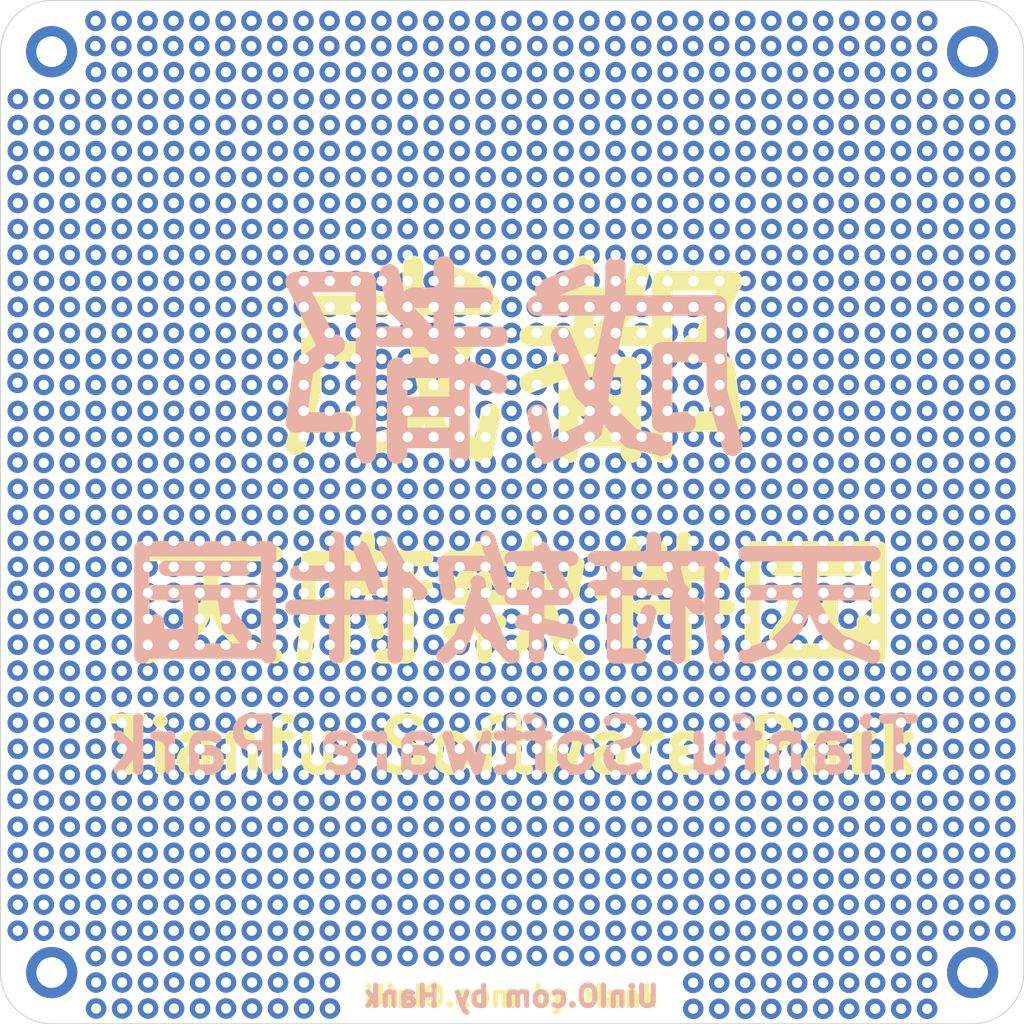
<source format=kicad_pcb>
(kicad_pcb (version 20211014) (generator pcbnew)

  (general
    (thickness 1.6)
  )

  (paper "A4")
  (layers
    (0 "F.Cu" signal)
    (31 "B.Cu" signal)
    (32 "B.Adhes" user "B.Adhesive")
    (33 "F.Adhes" user "F.Adhesive")
    (34 "B.Paste" user)
    (35 "F.Paste" user)
    (36 "B.SilkS" user "B.Silkscreen")
    (37 "F.SilkS" user "F.Silkscreen")
    (38 "B.Mask" user)
    (39 "F.Mask" user)
    (40 "Dwgs.User" user "User.Drawings")
    (41 "Cmts.User" user "User.Comments")
    (42 "Eco1.User" user "User.Eco1")
    (43 "Eco2.User" user "User.Eco2")
    (44 "Edge.Cuts" user)
    (45 "Margin" user)
    (46 "B.CrtYd" user "B.Courtyard")
    (47 "F.CrtYd" user "F.Courtyard")
    (48 "B.Fab" user)
    (49 "F.Fab" user)
    (50 "User.1" user)
    (51 "User.2" user)
    (52 "User.3" user)
    (53 "User.4" user)
    (54 "User.5" user)
    (55 "User.6" user)
    (56 "User.7" user)
    (57 "User.8" user)
    (58 "User.9" user)
  )

  (setup
    (pad_to_mask_clearance 0)
    (aux_axis_origin 155 100)
    (pcbplotparams
      (layerselection 0x00010fc_ffffffff)
      (disableapertmacros false)
      (usegerberextensions true)
      (usegerberattributes true)
      (usegerberadvancedattributes true)
      (creategerberjobfile true)
      (svguseinch false)
      (svgprecision 6)
      (excludeedgelayer true)
      (plotframeref false)
      (viasonmask true)
      (mode 1)
      (useauxorigin false)
      (hpglpennumber 1)
      (hpglpenspeed 20)
      (hpglpendiameter 15.000000)
      (dxfpolygonmode true)
      (dxfimperialunits true)
      (dxfusepcbnewfont true)
      (psnegative false)
      (psa4output false)
      (plotreference true)
      (plotvalue true)
      (plotinvisibletext false)
      (sketchpadsonfab false)
      (subtractmaskfromsilk true)
      (outputformat 1)
      (mirror false)
      (drillshape 0)
      (scaleselection 1)
      (outputdirectory "Gerber")
    )
  )

  (net 0 "")

  (gr_line (start 202.6 146.3) (end 202.6 56.3) (layer "Edge.Cuts") (width 0.1) (tstamp 1049150b-76ba-46d1-86e4-de422ec7c3b5))
  (gr_arc (start 107.6 151.3) (mid 104.064466 149.835534) (end 102.6 146.3) (layer "Edge.Cuts") (width 0.1) (tstamp 12ff1f7e-c7c4-4bd0-8509-274b73e16735))
  (gr_line (start 107.6 51.3) (end 197.6 51.3) (layer "Edge.Cuts") (width 0.1) (tstamp 1f91e530-9470-4502-a479-407c823f1a16))
  (gr_arc (start 102.6 56.3) (mid 104.064466 52.764466) (end 107.6 51.3) (layer "Edge.Cuts") (width 0.1) (tstamp 3023b40f-e8bc-423f-aec4-3afd90239904))
  (gr_arc (start 202.6 146.3) (mid 201.135534 149.835534) (end 197.6 151.3) (layer "Edge.Cuts") (width 0.1) (tstamp 3ff021ae-a5ce-4991-83e4-c68877e17107))
  (gr_line (start 102.6 56.3) (end 102.6 146.3) (layer "Edge.Cuts") (width 0.1) (tstamp 6a7f6d4d-ea58-42cc-af32-59466f7d0f04))
  (gr_arc (start 197.6 51.3) (mid 201.135534 52.764466) (end 202.6 56.3) (layer "Edge.Cuts") (width 0.1) (tstamp 6f91203f-d2aa-4c3d-b677-c5d1bb17444a))
  (gr_line (start 107.6 151.3) (end 197.6 151.3) (layer "Edge.Cuts") (width 0.1) (tstamp 76137c92-b778-4e7e-a02e-6a31f56bf979))
  (gr_rect (start 107.6 56.3) (end 197.6 146.3) (layer "User.1") (width 0.1) (fill none) (tstamp 9e830ccb-2f7b-4d39-b150-373105e95d87))
  (gr_text "天府软件园" (at 151.89 110.81) (layer "B.SilkS") (tstamp 51dc0375-e171-4c85-9ba0-1b9c38bf412a)
    (effects (font (size 10 10) (thickness 1.5)) (justify mirror))
  )
  (gr_text "成都" (at 152.79 88.28) (layer "B.SilkS") (tstamp 5254cc69-db33-4db6-b34d-ab03621932bc)
    (effects (font (size 16 16) (thickness 2)) (justify mirror))
  )
  (gr_text "Tianfu Software Park" (at 152.73 124.21) (layer "B.SilkS") (tstamp c4ccdf3e-e6f7-4d3e-a98e-972e931f16db)
    (effects (font (size 5 5) (thickness 1)) (justify mirror))
  )
  (gr_text "UinIO.com by Hank" (at 152.49 148.62) (layer "B.SilkS") (tstamp c4ffcbb5-eb96-48e7-ae21-2a9f2552ca57)
    (effects (font (size 2 2) (thickness 0.5)) (justify mirror))
  )
  (gr_text "天府软件园" (at 152.97 110.81) (layer "F.SilkS") (tstamp 1e8fa891-a6a6-465c-b1c8-4b419e9867fa)
    (effects (font (size 10 10) (thickness 1.5)))
  )
  (gr_text "Tianfu Software Park" (at 152.73 124.21) (layer "F.SilkS") (tstamp 7f511d20-1412-4697-919c-68583e833bff)
    (effects (font (size 5 5) (thickness 1)))
  )
  (gr_text "UinIO.com by Hank" (at 152.49 148.62) (layer "F.SilkS") (tstamp a138868c-b7cf-449e-af35-aebf595521e3)
    (effects (font (size 2 2) (thickness 0.5)))
  )
  (gr_text "成都" (at 152.79 88.2) (layer "F.SilkS") (tstamp d8c2c625-ca1b-408b-979e-8f295bf51cbd)
    (effects (font (size 16 16) (thickness 2)))
  )

  (via (at 129.69 114.27) (size 2) (drill 1) (layers "F.Cu" "B.Cu") (free) (net 0) (tstamp 001f4449-89c7-4b1c-8990-6df3fe037173))
  (via (at 200.81 71.09) (size 2) (drill 1) (layers "F.Cu" "B.Cu") (free) (net 0) (tstamp 003dcf32-6cbf-4f7c-a0c0-79a2c095092a))
  (via (at 190.602258 71.083231) (size 2) (drill 1) (layers "F.Cu" "B.Cu") (free) (net 0) (tstamp 003e5c0f-d7de-4d45-974a-e65ebb2cce1e))
  (via (at 104.29 119.35) (size 2) (drill 1) (layers "F.Cu" "B.Cu") (free) (net 0) (tstamp 006fb851-d480-4eb7-932e-1aa5dda77538))
  (via (at 185.493311 99.023231) (size 2) (drill 1) (layers "F.Cu" "B.Cu") (free) (net 0) (tstamp 0076abe8-c3da-4776-b22e-32b6e3ac4e7c))
  (via (at 172.87 99.03) (size 2) (drill 1) (layers "F.Cu" "B.Cu") (free) (net 0) (tstamp 00a0e8bf-af3d-4dc6-ae44-0be843646fd7))
  (via (at 142.39 104.11) (size 2) (drill 1) (layers "F.Cu" "B.Cu") (free) (net 0) (tstamp 00b82ba2-bee6-4958-971c-3071c7e2a042))
  (via (at 134.77 101.57) (size 2) (drill 1) (layers "F.Cu" "B.Cu") (free) (net 0) (tstamp 01772234-557f-4f87-bf30-4b4977517156))
  (via (at 109.37 139.67) (size 2) (drill 1) (layers "F.Cu" "B.Cu") (free) (net 0) (tstamp 01b0468b-d5c4-4304-b4af-c275f2f3a024))
  (via (at 165.25 126.97) (size 2) (drill 1) (layers "F.Cu" "B.Cu") (free) (net 0) (tstamp 01d13d4e-7254-4c15-91e9-f96432a820b3))
  (via (at 139.85 66.01) (size 2) (drill 1) (layers "F.Cu" "B.Cu") (free) (net 0) (tstamp 01fc716a-ab38-47fe-9e26-5f92ba49aa66))
  (via (at 165.263268 58.296769) (size 2) (drill 1) (layers "F.Cu" "B.Cu") (free) (net 0) (tstamp 0222b88c-c6b8-4944-ae82-e3c58383e756))
  (via (at 111.87 55.75) (size 2) (drill 1) (layers "F.Cu" "B.Cu") (free) (net 0) (tstamp 02656b31-a5f6-4874-ab83-bdad76198136))
  (via (at 132.21 53.29) (size 2) (drill 1) (layers "F.Cu" "B.Cu") (free) (net 0) (tstamp 02771359-7972-4dce-bea3-a88c8462ebe5))
  (via (at 193.156732 111.723231) (size 2) (drill 1) (layers "F.Cu" "B.Cu") (free) (net 0) (tstamp 02842ada-46a8-4077-82f5-a88cb13b36a3))
  (via (at 111.91 104.11) (size 2) (drill 1) (layers "F.Cu" "B.Cu") (free) (net 0) (tstamp 0298621e-7250-4f41-a83d-35490c5b180c))
  (via (at 132.23 76.17) (size 2) (drill 1) (layers "F.Cu" "B.Cu") (free) (net 0) (tstamp 02986b77-27a1-48b5-a9b4-c9425b50fb41))
  (via (at 129.72 149.81) (size 2) (drill 1) (layers "F.Cu" "B.Cu") (free) (net 0) (tstamp 029aea7d-30ac-4433-970e-b6c229fd2bd0))
  (via (at 137.31 126.97) (size 2) (drill 1) (layers "F.Cu" "B.Cu") (free) (net 0) (tstamp 033ca15c-bdbe-4759-a3f0-af653683c5d3))
  (via (at 188.047785 111.723231) (size 2) (drill 1) (layers "F.Cu" "B.Cu") (free) (net 0) (tstamp 03776dd7-8f5a-499d-8e7f-7e8b0bc7dce9))
  (via (at 144.93 66.01) (size 2) (drill 1) (layers "F.Cu" "B.Cu") (free) (net 0) (tstamp 03ad32bb-440b-4dd8-a8ec-837a4ed755cd))
  (via (at 177.92 149.84) (size 2) (drill 1) (layers "F.Cu" "B.Cu") (free) (net 0) (tstamp 03b64d6c-7dcf-43be-98a8-cddac6d513e0))
  (via (at 129.69 76.17) (size 2) (drill 1) (layers "F.Cu" "B.Cu") (free) (net 0) (tstamp 03bc1459-f349-4889-adb0-6fa3fbd4dcb9))
  (via (at 122.07 91.41) (size 2) (drill 1) (layers "F.Cu" "B.Cu") (free) (net 0) (tstamp 03bc7337-6079-4f45-b3de-08602b76ae87))
  (via (at 152.563268 58.296769) (size 2) (drill 1) (layers "F.Cu" "B.Cu") (free) (net 0) (tstamp 03ffc0cc-b97e-4293-8953-6e1c81c9f784))
  (via (at 172.87 101.57) (size 2) (drill 1) (layers "F.Cu" "B.Cu") (free) (net 0) (tstamp 04074734-63e2-41dc-855b-01712b3b1d75))
  (via (at 142.39 114.27) (size 2) (drill 1) (layers "F.Cu" "B.Cu") (free) (net 0) (tstamp 043b1f1a-e1ba-41ab-ad26-7433c0d61039))
  (via (at 177.963268 58.296769) (size 2) (drill 1) (layers "F.Cu" "B.Cu") (free) (net 0) (tstamp 045f657a-f97b-4cd3-af0a-ea09c05be204))
  (via (at 150.01 109.19) (size 2) (drill 1) (layers "F.Cu" "B.Cu") (free) (net 0) (tstamp 04a3ed21-266a-4f6a-8543-5a612c94a735))
  (via (at 132.23 142.21) (size 2) (drill 1) (layers "F.Cu" "B.Cu") (free) (net 0) (tstamp 04a5b94d-3a36-46b0-beea-c6981a8fd0d5))
  (via (at 137.31 78.71) (size 2) (drill 1) (layers "F.Cu" "B.Cu") (free) (net 0) (tstamp 04b2937c-e39a-4e14-b390-db65a7d9f87c))
  (via (at 132.26 149.81) (size 2) (drill 1) (layers "F.Cu" "B.Cu") (free) (net 0) (tstamp 04d70cdc-1af3-4716-beb9-310b992f24e9))
  (via (at 188.047785 63.463231) (size 2) (drill 1) (layers "F.Cu" "B.Cu") (free) (net 0) (tstamp 0527e671-98a2-488c-8b6e-c623b5870b50))
  (via (at 106.815526 126.941052) (size 2) (drill 1) (layers "F.Cu" "B.Cu") (free) (net 0) (tstamp 05553655-a57f-4eaa-8c99-92e97f2df37f))
  (via (at 180.49 68.55) (size 2) (drill 1) (layers "F.Cu" "B.Cu") (free) (net 0) (tstamp 0560be9b-9930-4b2b-906b-0d897f8d4e9c))
  (via (at 170.33 106.65) (size 2) (drill 1) (layers "F.Cu" "B.Cu") (free) (net 0) (tstamp 057631fa-a4b0-42ca-b5f3-9eaf3475fa88))
  (via (at 167.79 126.97) (size 2) (drill 1) (layers "F.Cu" "B.Cu") (free) (net 0) (tstamp 057c764e-0af2-4b11-981d-53e7d3d84438))
  (via (at 188.047785 71.083231) (size 2) (drill 1) (layers "F.Cu" "B.Cu") (free) (net 0) (tstamp 05819e2b-f80a-43a8-ad18-b4d3c6b52a30))
  (via (at 106.83 86.33) (size 2) (drill 1) (layers "F.Cu" "B.Cu") (free) (net 0) (tstamp 05af9f0b-d6c1-4bd0-8ed9-7cede31b63fd))
  (via (at 142.39 63.47) (size 2) (drill 1) (layers "F.Cu" "B.Cu") (free) (net 0) (tstamp 05db8bf7-54d4-4af7-9039-94d0b9d2d631))
  (via (at 175.38 147.3) (size 2) (drill 1) (layers "F.Cu" "B.Cu") (free) (net 0) (tstamp 05fd47bb-68d5-45ce-b5c8-2db504930799))
  (via (at 198.27 86.33) (size 2) (drill 1) (layers "F.Cu" "B.Cu") (free) (net 0) (tstamp 0623017d-c517-4847-a6bb-edbd8d22ea91))
  (via (at 152.55 137.13) (size 2) (drill 1) (layers "F.Cu" "B.Cu") (free) (net 0) (tstamp 065e7ed6-1eb8-4258-826c-801757711a50))
  (via (at 104.29 134.59) (size 2) (drill 1) (layers "F.Cu" "B.Cu") (free) (net 0) (tstamp 0698c001-adc4-470d-be93-8460c4734895))
  (via (at 172.87 119.35) (size 2) (drill 1) (layers "F.Cu" "B.Cu") (free) (net 0) (tstamp 069c4815-2894-4743-bb8a-9b9a62897f79))
  (via (at 170.33 116.81) (size 2) (drill 1) (layers "F.Cu" "B.Cu") (free) (net 0) (tstamp 06a0f9f1-21df-4f7d-b05d-21cf0769d777))
  (via (at 127.15 101.57) (size 2) (drill 1) (layers "F.Cu" "B.Cu") (free) (net 0) (tstamp 06a6f27a-182d-4376-85f6-35900314cb83))
  (via (at 104.29 86.33) (size 2) (drill 1) (layers "F.Cu" "B.Cu") (free) (net 0) (tstamp 06a7d77e-d973-40a0-9f07-40aad1b5cf2a))
  (via (at 165.25 66.01) (size 2) (drill 1) (layers "F.Cu" "B.Cu") (free) (net 0) (tstamp 06bcc6cf-2804-481d-986a-c92a6d57449f))
  (via (at 124.61 96.49) (size 2) (drill 1) (layers "F.Cu" "B.Cu") (free) (net 0) (tstamp 0717899a-b839-4d51-b561-86c356aac173))
  (via (at 152.55 111.73) (size 2) (drill 1) (layers "F.Cu" "B.Cu") (free) (net 0) (tstamp 07449334-65eb-4a89-994c-d8125528df44))
  (via (at 198.27 83.79) (size 2) (drill 1) (layers "F.Cu" "B.Cu") (free) (net 0) (tstamp 075960ee-ab31-449d-b4f8-f9ee3ae27917))
  (via (at 139.85 78.71) (size 2) (drill 1) (layers "F.Cu" "B.Cu") (free) (net 0) (tstamp 076dc55f-7137-4960-884d-b0cb9a542928))
  (via (at 200.81 81.25) (size 2) (drill 1) (layers "F.Cu" "B.Cu") (free) (net 0) (tstamp 07ba8224-6961-4ef9-ae90-dd4e418ead6a))
  (via (at 124.61 104.11) (size 2) (drill 1) (layers "F.Cu" "B.Cu") (free) (net 0) (tstamp 07bcb7ec-3590-4b40-9b41-0740a007a78c))
  (via (at 144.93 106.65) (size 2) (drill 1) (layers "F.Cu" "B.Cu") (free) (net 0) (tstamp 08998562-b789-4dd0-865f-c4a39a15fe4e))
  (via (at 195.73 60.93) (size 2) (drill 1) (layers "F.Cu" "B.Cu") (free) (net 0) (tstamp 08b7a562-7f3a-4d85-a6cb-1804ffb723ee))
  (via (at 116.99 68.55) (size 2) (drill 1) (layers "F.Cu" "B.Cu") (free) (net 0) (tstamp 08be0204-6c4c-4a9d-bc1a-8a0942ce09fa))
  (via (at 180.49 126.97) (size 2) (drill 1) (layers "F.Cu" "B.Cu") (free) (net 0) (tstamp 09118129-bc0f-462c-aa40-fccc0b95ee4e))
  (via (at 172.87 73.63) (size 2) (drill 1) (layers "F.Cu" "B.Cu") (free) (net 0) (tstamp 0989fd73-0d4b-465e-be7a-1224815543f8))
  (via (at 129.69 81.25) (size 2) (drill 1) (layers "F.Cu" "B.Cu") (free) (net 0) (tstamp 09a45061-3d0b-4c00-987f-953c193627d5))
  (via (at 134.77 116.81) (size 2) (drill 1) (layers "F.Cu" "B.Cu") (free) (net 0) (tstamp 09b74c3a-9254-4970-9924-82a4bcc5a5d4))
  (via (at 149.99 53.29) (size 2) (drill 1) (layers "F.Cu" "B.Cu") (free) (net 0) (tstamp 09e3aabf-befa-411a-b72d-f50ae2774a41))
  (via (at 124.61 93.95) (size 2) (drill 1) (layers "F.Cu" "B.Cu") (free) (net 0) (tstamp 0a103f91-ac98-4f20-9c16-9abf618aa594))
  (via (at 127.15 81.25) (size 2) (drill 1) (layers "F.Cu" "B.Cu") (free) (net 0) (tstamp 0a25557b-cc7f-47e4-8874-fe488c2b54f3))
  (via (at 129.69 116.81) (size 2) (drill 1) (layers "F.Cu" "B.Cu") (free) (net 0) (tstamp 0a2dc31e-f7de-4188-b639-e5c85716bdd2))
  (via (at 129.69 139.67) (size 2) (drill 1) (layers "F.Cu" "B.Cu") (free) (net 0) (tstamp 0a4a9ec2-1fb0-4f6d-a8bf-387a9715b6ed))
  (via (at 185.493311 60.923231) (size 2) (drill 1) (layers "F.Cu" "B.Cu") (free) (net 0) (tstamp 0a6020dc-f7c7-4416-98f3-37164a2922cd))
  (via (at 122.07 63.47) (size 2) (drill 1) (layers "F.Cu" "B.Cu") (free) (net 0) (tstamp 0a791f42-b088-4950-9858-0d8ba5055a58))
  (via (at 200.81 134.59) (size 2) (drill 1) (layers "F.Cu" "B.Cu") (free) (net 0) (tstamp 0abf53dc-45f4-4796-b1e1-90f8500772c2))
  (via (at 137.31 114.27) (size 2) (drill 1) (layers "F.Cu" "B.Cu") (free) (net 0) (tstamp 0ac061b2-fb11-45c1-bc95-29dbaee34360))
  (via (at 142.39 66.01) (size 2) (drill 1) (layers "F.Cu" "B.Cu") (free) (net 0) (tstamp 0ac6c164-26ef-4c8c-a7e3-583120c61aad))
  (via (at 142.39 86.33) (size 2) (drill 1) (layers "F.Cu" "B.Cu") (free) (net 0) (tstamp 0ac8f914-49d6-4573-b9f0-7cd5b701e202))
  (via (at 147.47 119.35) (size 2) (drill 1) (layers "F.Cu" "B.Cu") (free) (net 0) (tstamp 0af13136-6e08-4ddd-9d8c-a5e07f680ff5))
  (via (at 127.11 55.75) (size 2) (drill 1) (layers "F.Cu" "B.Cu") (free) (net 0) (tstamp 0b25a30b-3f43-4767-96d2-21ebdaceb3c7))
  (via (at 167.79 60.93) (size 2) (drill 1) (layers "F.Cu" "B.Cu") (free) (net 0) (tstamp 0b278426-ef05-4dba-ac3a-46fb878c35ff))
  (via (at 198.27 60.93) (size 2) (drill 1) (layers "F.Cu" "B.Cu") (free) (net 0) (tstamp 0b7e8216-67c4-4883-bdc1-91fbc6b25270))
  (via (at 139.85 142.21) (size 2) (drill 1) (layers "F.Cu" "B.Cu") (free) (net 0) (tstamp 0be0a3c2-87fd-4163-8e56-af0df2fdad2e))
  (via (at 106.83 91.41) (size 2) (drill 1) (layers "F.Cu" "B.Cu") (free) (net 0) (tstamp 0bf6f87e-2dc0-4576-beab-c8d69222729c))
  (via (at 167.79 104.11) (size 2) (drill 1) (layers "F.Cu" "B.Cu") (free) (net 0) (tstamp 0c282c36-1be0-447a-b8dc-f1386bd38f25))
  (via (at 162.71 111.73) (size 2) (drill 1) (layers "F.Cu" "B.Cu") (free) (net 0) (tstamp 0c59d809-f451-4576-b9d4-e05c7b58a634))
  (via (at 122.07 134.59) (size 2) (drill 1) (layers "F.Cu" "B.Cu") (free) (net 0) (tstamp 0c92f254-ee36-4ea1-ba4e-2cf6777b0ee3))
  (via (at 193.156732 104.103231) (size 2) (drill 1) (layers "F.Cu" "B.Cu") (free) (net 0) (tstamp 0cae15b7-1e6e-4987-8cb5-2705751d9e52))
  (via (at 180.49 66.01) (size 2) (drill 1) (layers "F.Cu" "B.Cu") (free) (net 0) (tstamp 0cee00e6-59b0-44d2-9649-2bad514dd909))
  (via (at 116.99 66.01) (size 2) (drill 1) (layers "F.Cu" "B.Cu") (free) (net 0) (tstamp 0d205ffe-6d19-4f74-8dd0-265a6fc520ce))
  (via (at 137.31 68.55) (size 2) (drill 1) (layers "F.Cu" "B.Cu") (free) (net 0) (tstamp 0d675d6a-975a-487f-ba54-82f6b0c54feb))
  (via (at 104.29 142.21) (size 2) (drill 1) (layers "F.Cu" "B.Cu") (free) (net 0) (tstamp 0db8232f-161a-4c55-9df5-edba65b08e1a))
  (via (at 142.39 78.71) (size 2) (drill 1) (layers "F.Cu" "B.Cu") (free) (net 0) (tstamp 0e2882d5-37a6-4f48-b317-2e2b357b1463))
  (via (at 190.602258 126.963231) (size 2) (drill 1) (layers "F.Cu" "B.Cu") (free) (net 0) (tstamp 0e31f076-e698-4932-9f4b-2952c4dd02f8))
  (via (at 165.25 68.55) (size 2) (drill 1) (layers "F.Cu" "B.Cu") (free) (net 0) (tstamp 0f2ab43b-c337-4732-bb62-8f13c43f4b77))
  (via (at 104.29 83.79) (size 2) (drill 1) (layers "F.Cu" "B.Cu") (free) (net 0) (tstamp 0f74ddf6-ce1b-424b-8e2a-3d57930bdae6))
  (via (at 198.27 114.27) (size 2) (drill 1) (layers "F.Cu" "B.Cu") (free) (net 0) (tstamp 0f782c42-64d4-440b-a0ec-3ebd3d68dc80))
  (via (at 107.6 146.3) (size 5) (drill 3) (layers "F.Cu" "B.Cu") (free) (net 0) (tstamp 0f8982d3-3f98-4641-8d33-3a7242e6aec5))
  (via (at 167.79 142.21) (size 2) (drill 1) (layers "F.Cu" "B.Cu") (free) (net 0) (tstamp 0fb078e7-6d2d-4328-bd3d-33777bdf435b))
  (via (at 104.29 106.65) (size 2) (drill 1) (layers "F.Cu" "B.Cu") (free) (net 0) (tstamp 0fc5b9b8-a780-4eeb-9f3d-a51477d247f8))
  (via (at 106.83 71.09) (size 2) (drill 1) (layers "F.Cu" "B.Cu") (free) (net 0) (tstamp 100597bc-b0f7-48e8-ae64-3dab83bd46c5))
  (via (at 193.156732 73.623231) (size 2) (drill 1) (layers "F.Cu" "B.Cu") (free) (net 0) (tstamp 1071f0d7-50cb-4e90-b6ee-745194fd1646))
  (via (at 144.93 76.17) (size 2) (drill 1) (layers "F.Cu" "B.Cu") (free) (net 0) (tstamp 10a35709-4301-4557-9d3a-318076b3dbd5))
  (via (at 172.87 83.79) (size 2) (drill 1) (layers "F.Cu" "B.Cu") (free) (net 0) (tstamp 10a44a51-fd4a-4ad1-b2c6-edbd916eccd8))
  (via (at 139.85 60.93) (size 2) (drill 1) (layers "F.Cu" "B.Cu") (free) (net 0) (tstamp 10cfaef1-543a-4236-960b-5d40fad2e069))
  (via (at 122.07 121.89) (size 2) (drill 1) (layers "F.Cu" "B.Cu") (free) (net 0) (tstamp 10e42c8a-478a-488b-9524-616865a92ffe))
  (via (at 200.81 109.19) (size 2) (drill 1) (layers "F.Cu" "B.Cu") (free) (net 0) (tstamp 10e7e382-6e9a-4f63-bd7f-1c95daf751d2))
  (via (at 155.009927 93.943231) (size 2) (drill 1) (layers "F.Cu" "B.Cu") (free) (net 0) (tstamp 11252428-7a77-42b9-a2a2-212957118f18))
  (via (at 124.61 119.35) (size 2) (drill 1) (layers "F.Cu" "B.Cu") (free) (net 0) (tstamp 11379799-3c3b-451c-bb18-ece6d1b1c4b8))
  (via (at 155.009927 104.103231) (size 2) (drill 1) (layers "F.Cu" "B.Cu") (free) (net 0) (tstamp 114ee020-a515-492b-86fb-956a19300589))
  (via (at 193.156732 137.123231) (size 2) (drill 1) (layers "F.Cu" "B.Cu") (free) (net 0) (tstamp 1162bc90-cd5e-4904-913d-bf5e4a3669cc))
  (via (at 165.25 134.59) (size 2) (drill 1) (layers "F.Cu" "B.Cu") (free) (net 0) (tstamp 11908aff-2f0b-4bcb-bdf8-ee4cb59acfb3))
  (via (at 160.15 53.29) (size 2) (drill 1) (layers "F.Cu" "B.Cu") (free) (net 0) (tstamp 119da273-e162-4eb8-96ba-993bd049494f))
  (via (at 129.703268 58.296769) (size 2) (drill 1) (layers "F.Cu" "B.Cu") (free) (net 0) (tstamp 11c73523-b52d-45b4-84a2-11c28b1fde36))
  (via (at 116.99 101.57) (size 2) (drill 1) (layers "F.Cu" "B.Cu") (free) (net 0) (tstamp 1217f3f2-399d-434f-b77b-25edb9c19834))
  (via (at 162.71 106.65) (size 2) (drill 1) (layers "F.Cu" "B.Cu") (free) (net 0) (tstamp 124b2e27-6ec9-4fdb-9084-dd77555114f2))
  (via (at 165.25 119.35) (size 2) (drill 1) (layers "F.Cu" "B.Cu") (free) (net 0) (tstamp 12e27dc7-2b33-4df2-b3cc-ac31a87cfab6))
  (via (at 124.61 76.17) (size 2) (drill 1) (layers "F.Cu" "B.Cu") (free) (net 0) (tstamp 12fd2a6b-bdc0-42e3-a10f-6f3ce024b507))
  (via (at 152.55 142.21) (size 2) (drill 1) (layers "F.Cu" "B.Cu") (free) (net 0) (tstamp 1330bd3c-2c61-4b9e-8ffb-63208c619103))
  (via (at 170.33 119.35) (size 2) (drill 1) (layers "F.Cu" "B.Cu") (free) (net 0) (tstamp 133f13c7-49f7-45d0-ae0a-8558748fbb61))
  (via (at 109.37 83.79) (size 2) (drill 1) (layers "F.Cu" "B.Cu") (free) (net 0) (tstamp 134089ac-9132-4f89-a7fc-3354bce05f27))
  (via (at 185.493311 83.783231) (size 2) (drill 1) (layers "F.Cu" "B.Cu") (free) (net 0) (tstamp 14206776-9660-44c8-a13f-fd53c9a1a1da))
  (via (at 106.83 142.21) (size 2) (drill 1) (layers "F.Cu" "B.Cu") (free) (net 0) (tstamp 14c14537-2bb0-4b59-b297-69d7479d2c8a))
  (via (at 106.815526 132.021052) (size 2) (drill 1) (layers "F.Cu" "B.Cu") (free) (net 0) (tstamp 14d544f8-8e16-40da-8c4a-5df8521d551a))
  (via (at 185.55 53.29) (size 2) (drill 1) (layers "F.Cu" "B.Cu") (free) (net 0) (tstamp 152b0837-74b4-41f9-a6a8-fcb4e047844a))
  (via (at 129.69 96.49) (size 2) (drill 1) (layers "F.Cu" "B.Cu") (free) (net 0) (tstamp 153da319-5a8e-4c14-9d5f-ab6daa4bd12b))
  (via (at 122.07 111.73) (size 2) (drill 1) (layers "F.Cu" "B.Cu") (free) (net 0) (tstamp 156d38bd-09c2-43b9-ae33-63c06030a27e))
  (via (at 144.93 71.09) (size 2) (drill 1) (layers "F.Cu" "B.Cu") (free) (net 0) (tstamp 15a7b8fc-3f10-4769-a018-7c086b8a083f))
  (via (at 122.1 147.27) (size 2) (drill 1) (layers "F.Cu" "B.Cu") (free) (net 0) (tstamp 15aa1a10-a277-4981-ab83-ba204afa97dd))
  (via (at 177.95 81.25) (size 2) (drill 1) (layers "F.Cu" "B.Cu") (free) (net 0) (tstamp 15cc40dc-812c-44d7-b0bf-172f8edb9ff9))
  (via (at 190.62 149.84) (size 2) (drill 1) (layers "F.Cu" "B.Cu") (free) (net 0) (tstamp 15ff6aab-cb8f-4167-bdb4-cf7f75a31685))
  (via (at 188.047785 116.803231) (size 2) (drill 1) (layers "F.Cu" "B.Cu") (free) (net 0) (tstamp 160933da-6111-4e02-86ac-242cca697534))
  (via (at 180.49 60.93) (size 2) (drill 1) (layers "F.Cu" "B.Cu") (free) (net 0) (tstamp 162bb4e3-8e8a-4c08-9929-f669a6f15f9a))
  (via (at 172.87 126.97) (size 2) (drill 1) (layers "F.Cu" "B.Cu") (free) (net 0) (tstamp 164f7bbf-a148-4ad1-8db0-03c72ea7ef39))
  (via (at 183.01 53.29) (size 2) (drill 1) (layers "F.Cu" "B.Cu") (free) (net 0) (tstamp 1659f787-8422-4203-86fd-e75f7ef3fa80))
  (via (at 150.01 142.21) (size 2) (drill 1) (layers "F.Cu" "B.Cu") (free) (net 0) (tstamp 16a42152-95e3-4b1b-b26e-1bce542d2d31))
  (via (at 157.627742 144.686769) (size 2) (drill 1) (layers "F.Cu" "B.Cu") (free) (net 0) (tstamp 16abe8d4-def7-4cbc-bedb-b74621c66c11))
  (via (at 147.47 126.97) (size 2) (drill 1) (layers "F.Cu" "B.Cu") (free) (net 0) (tstamp 16ec6877-0a2f-4259-b2ef-46dc3413522f))
  (via (at 165.25 96.49) (size 2) (drill 1) (layers "F.Cu" "B.Cu") (free) (net 0) (tstamp 173c1447-08f2-4b54-af51-c5ae0f47741c))
  (via (at 132.23 121.89) (size 2) (drill 1) (layers "F.Cu" "B.Cu") (free) (net 0) (tstamp 174fe7ec-57cf-45ff-a47d-e5cc7db37527))
  (via (at 142.39 111.73) (size 2) (drill 1) (layers "F.Cu" "B.Cu") (free) (net 0) (tstamp 184d0a14-5b73-4da6-9c0a-5868b24ea454))
  (via (at 134.77 134.59) (size 2) (drill 1) (layers "F.Cu" "B.Cu") (free) (net 0) (tstamp 18a43c3a-5092-47e9-b721-49a64b624301))
  (via (at 162.71 121.89) (size 2) (drill 1) (layers "F.Cu" "B.Cu") (free) (net 0) (tstamp 18bd843a-ae9a-4e8a-95a1-fef46df261de))
  (via (at 137.31 104.11) (size 2) (drill 1) (layers "F.Cu" "B.Cu") (free) (net 0) (tstamp 18e54fd5-c318-4936-b844-6598ff8da77f))
  (via (at 119.53 116.81) (size 2) (drill 1) (layers "F.Cu" "B.Cu") (free) (net 0) (tstamp 1980f2a1-fc60-474f-a033-6b08ca26abce))
  (via (at 150.01 132.05) (size 2) (drill 1) (layers "F.Cu" "B.Cu") (free) (net 0) (tstamp 19adb81b-7fdc-43ff-b318-5f335fdcb722))
  (via (at 132.23 91.41) (size 2) (drill 1) (layers "F.Cu" "B.Cu") (free) (net 0) (tstamp 19d38296-ade2-4f3e-90b9-cfaf78815a28))
  (via (at 167.79 139.67) (size 2) (drill 1) (layers "F.Cu" "B.Cu") (free) (net 0) (tstamp 19d4f070-840b-46fd-bde8-6767d7d0f904))
  (via (at 188.061053 58.29) (size 2) (drill 1) (layers "F.Cu" "B.Cu") (free) (net 0) (tstamp 1a5b1e05-d0a1-448c-98c4-0e4122a91936))
  (via (at 129.69 126.97) (size 2) (drill 1) (layers "F.Cu" "B.Cu") (free) (net 0) (tstamp 1aa2f8ef-1596-42ca-91e1-afaf7731e37f))
  (via (at 183.03 132.05) (size 2) (drill 1) (layers "F.Cu" "B.Cu") (free) (net 0) (tstamp 1ab3f75c-f4c6-4c22-b808-4ac9ce64e80e))
  (via (at 200.81 63.47) (size 2) (drill 1) (layers "F.Cu" "B.Cu") (free) (net 0) (tstamp 1ab4b69f-7dac-4762-a0c4-8b59a6d86338))
  (via (at 144.93 96.49) (size 2) (drill 1) (layers "F.Cu" "B.Cu") (free) (net 0) (tstamp 1ab761d3-acdb-45f0-a8a3-93d918cdfe81))
  (via (at 116.99 93.95) (size 2) (drill 1) (layers "F.Cu" "B.Cu") (free) (net 0) (tstamp 1ad2da74-9509-4d9f-9cea-26a0f60edf3c))
  (via (at 137.31 60.93) (size 2) (drill 1) (layers "F.Cu" "B.Cu") (free) (net 0) (tstamp 1b01266e-b0dc-415d-83ff-63d281699bfe))
  (via (at 170.33 109.19) (size 2) (drill 1) (layers "F.Cu" "B.Cu") (free) (net 0) (tstamp 1b0226a3-a065-4f14-bf53-909129a9180b))
  (via (at 190.62 147.3) (size 2) (drill 1) (layers "F.Cu" "B.Cu") (free) (net 0) (tstamp 1b38060e-6978-43c6-a1e4-f1f4e30a8ff4))
  (via (at 137.31 111.73) (size 2) (drill 1) (layers "F.Cu" "B.Cu") (free) (net 0) (tstamp 1b4c4fa0-554c-459c-98ab-60830a1b8af1))
  (via (at 114.45 139.67) (size 2) (drill 1) (layers "F.Cu" "B.Cu") (free) (net 0) (tstamp 1bde5bb9-8160-4841-9808-9c31c26142ab))
  (via (at 177.95 106.65) (size 2) (drill 1) (layers "F.Cu" "B.Cu") (free) (net 0) (tstamp 1be3b6b3-4812-4436-9318-fc7b9ccdae62))
  (via (at 134.77 88.87) (size 2) (drill 1) (layers "F.Cu" "B.Cu") (free) (net 0) (tstamp 1c1b6fbe-128e-480b-850a-a89acbfd66b2))
  (via (at 188.047785 60.923231) (size 2) (drill 1) (layers "F.Cu" "B.Cu") (free) (net 0) (tstamp 1c1c6155-6fa8-4da9-a0ed-6fcffdd8420f))
  (via (at 157.63 88.87) (size 2) (drill 1) (layers "F.Cu" "B.Cu") (free) (net 0) (tstamp 1c60ecac-fcc1-469c-9a60-a3732523c80a))
  (via (at 180.49 106.65) (size 2) (drill 1) (layers "F.Cu" "B.Cu") (free) (net 0) (tstamp 1cb0379d-21a7-40ec-864c-f2c059afb206))
  (via (at 124.61 88.87) (size 2) (drill 1) (layers "F.Cu" "B.Cu") (free) (net 0) (tstamp 1d7c832e-05e7-46aa-b3d4-01dcabadf344))
  (via (at 167.79 114.27) (size 2) (drill 1) (layers "F.Cu" "B.Cu") (free) (net 0) (tstamp 1dbe8e79-a68d-446c-8732-1b2e00e89c33))
  (via (at 150.01 78.71) (size 2) (drill 1) (layers "F.Cu" "B.Cu") (free) (net 0) (tstamp 1e175554-1741-40ac-aec6-1f04f5ba4e9a))
  (via (at 129.69 134.59) (size 2) (drill 1) (layers "F.Cu" "B.Cu") (free) (net 0) (tstamp 1e2ec8ce-9e11-457d-a2d2-1d84b487bc60))
  (via (at 144.93 111.73) (size 2) (drill 1) (layers "F.Cu" "B.Cu") (free) (net 0) (tstamp 1e4481fe-94c3-4788-bdab-c82c41e98778))
  (via (at 144.93 142.21) (size 2) (drill 1) (layers "F.Cu" "B.Cu") (free) (net 0) (tstamp 1e6d6b03-cc5b-4897-8a8f-1d75a61d9137))
  (via (at 172.87 137.13) (size 2) (drill 1) (layers "F.Cu" "B.Cu") (free) (net 0) (tstamp 1e7f6250-dabe-4095-9880-f6a432783af3))
  (via (at 111.91 66.01) (size 2) (drill 1) (layers "F.Cu" "B.Cu") (free) (net 0) (tstamp 1e9b6a46-5226-41dc-ad60-661faa4b0284))
  (via (at 124.59 53.29) (size 2) (drill 1) (layers "F.Cu" "B.Cu") (free) (net 0) (tstamp 1ed40c8d-3363-4da6-9046-24a4a726bd78))
  (via (at 144.93 86.33) (size 2) (drill 1) (layers "F.Cu" "B.Cu") (free) (net 0) (tstamp 1f0f3ec5-b52e-463d-ac1a-6cc898d92658))
  (via (at 160.17 142.21) (size 2) (drill 1) (layers "F.Cu" "B.Cu") (free) (net 0) (tstamp 1f11c0d8-aa99-4f78-a7d9-c3a56178eeac))
  (via (at 177.95 93.95) (size 2) (drill 1) (layers "F.Cu" "B.Cu") (free) (net 0) (tstamp 1f1ad9cb-a522-4fa5-b9a6-56a282ef750b))
  (via (at 157.63 63.47) (size 2) (drill 1) (layers "F.Cu" "B.Cu") (free) (net 0) (tstamp 1f3e4ab4-2dfd-4489-9841-36551f6f4e36))
  (via (at 177.95 73.63) (size 2) (drill 1) (layers "F.Cu" "B.Cu") (free) (net 0) (tstamp 1f80dfe8-e3dd-4b20-a41a-f3cbef887313))
  (via (at 190.602258 86.323231) (size 2) (drill 1) (layers "F.Cu" "B.Cu") (free) (net 0) (tstamp 200b9eba-4b6a-454a-9f62-004d2771544f))
  (via (at 114.45 71.09) (size 2) (drill 1) (layers "F.Cu" "B.Cu") (free) (net 0) (tstamp 200f27a3-beca-416b-ac4c-fff846fd3a36))
  (via (at 155.009927 76.163231) (size 2) (drill 1) (layers "F.Cu" "B.Cu") (free) (net 0) (tstamp 20a6effe-7bfb-4c3f-ae25-599e2e45c074))
  (via (at 132.23 68.55) (size 2) (drill 1) (layers "F.Cu" "B.Cu") (free) (net 0) (tstamp 20b2044f-bea7-46ef-afff-5866376c389b))
  (via (at 134.77 124.43) (size 2) (drill 1) (layers "F.Cu" "B.Cu") (free) (net 0) (tstamp 20b5c006-b45e-4811-be7b-278ea390358b))
  (via (at 117.02 149.81) (size 2) (drill 1) (layers "F.Cu" "B.Cu") (free) (net 0) (tstamp 20c98a74-d5a4-4a49-9eb1-b5742d752338))
  (via (at 119.56 147.27) (size 2) (drill 1) (layers "F.Cu" "B.Cu") (free) (net 0) (tstamp 210b8d01-fc8d-4207-a293-d08ed779925f))
  (via (at 139.81 55.75) (size 2) (drill 1) (layers "F.Cu" "B.Cu") (free) (net 0) (tstamp 2114374c-1f8f-45d3-9a58-9c1a96004bd5))
  (via (at 111.91 68.55) (size 2) (drill 1) (layers "F.Cu" "B.Cu") (free) (net 0) (tstamp 212ce83a-1394-489b-992e-b7be526c3f1b))
  (via (at 200.81 106.65) (size 2) (drill 1) (layers "F.Cu" "B.Cu") (free) (net 0) (tstamp 213d94ad-ebd2-4543-8d0c-27134b032432))
  (via (at 132.23 96.49) (size 2) (drill 1) (layers "F.Cu" "B.Cu") (free) (net 0) (tstamp 21514a0a-493c-45d8-bc2b-574473c39856))
  (via (at 175.41 119.35) (size 2) (drill 1) (layers "F.Cu" "B.Cu") (free) (net 0) (tstamp 21752769-f459-4d65-8e20-3f65c82d7be7))
  (via (at 150.01 86.33) (size 2) (drill 1) (layers "F.Cu" "B.Cu") (free) (net 0) (tstamp 21c3ad0e-4134-4428-a97c-da210eb73891))
  (via (at 122.05 53.29) (size 2) (drill 1) (layers "F.Cu" "B.Cu") (free) (net 0) (tstamp 2215d149-d2ac-45cb-82b5-7a9b192ab81e))
  (via (at 147.47 116.81) (size 2) (drill 1) (layers "F.Cu" "B.Cu") (free) (net 0) (tstamp 227cfefe-f240-4c90-bb93-11618e6abec3))
  (via (at 177.95 101.57) (size 2) (drill 1) (layers "F.Cu" "B.Cu") (free) (net 0) (tstamp 227ff9aa-2a63-4d27-8890-6f7b59f493cb))
  (via (at 127.15 119.35) (size 2) (drill 1) (layers "F.Cu" "B.Cu") (free) (net 0) (tstamp 229f66d1-3640-420f-8a3f-84d0ae103cc6))
  (via (at 109.37 126.97) (size 2) (drill 1) (layers "F.Cu" "B.Cu") (free) (net 0) (tstamp 22f6f7a2-e84a-4da4-bede-3399a830c1a0))
  (via (at 119.53 121.89) (size 2) (drill 1) (layers "F.Cu" "B.Cu") (free) (net 0) (tstamp 2300b619-0cfb-46bf-9a52-921c7696846c))
  (via (at 152.55 96.49) (size 2) (drill 1) (layers "F.Cu" "B.Cu") (free) (net 0) (tstamp 231112c8-fdf2-444d-869f-7653b9d2aa02))
  (via (at 155.009927 132.043231) (size 2) (drill 1) (layers "F.Cu" "B.Cu") (free) (net 0) (tstamp 2322bce9-fb3b-46fa-929d-6dbe4c2366c4))
  (via (at 119.53 124.43) (size 2) (drill 1) (layers "F.Cu" "B.Cu") (free) (net 0) (tstamp 23338229-daac-4fc2-b7f8-e5e311d1d1e4))
  (via (at 170.33 132.05) (size 2) (drill 1) (layers "F.Cu" "B.Cu") (free) (net 0) (tstamp 235f5ede-cf8f-4fa1-8623-c149e1ba0451))
  (via (at 195.73 81.25) (size 2) (drill 1) (layers "F.Cu" "B.Cu") (free) (net 0) (tstamp 23ae3d6d-44f8-49ae-9829-2cd52eb87c90))
  (via (at 106.83 81.25) (size 2) (drill 1) (layers "F.Cu" "B.Cu") (free) (net 0) (tstamp 2479249a-fcff-4499-a174-60993005379c))
  (via (at 193.156732 88.863231) (size 2) (drill 1) (layers "F.Cu" "B.Cu") (free) (net 0) (tstamp 2482d7aa-a13c-422a-92f5-423eedc3b599))
  (via (at 127.15 88.87) (size 2) (drill 1) (layers "F.Cu" "B.Cu") (free) (net 0) (tstamp 24968be2-f600-4e42-b587-f9187d2278e4))
  (via (at 147.47 86.33) (size 2) (drill 1) (layers "F.Cu" "B.Cu") (free) (net 0) (tstamp 24b32358-515c-4be3-98cd-3e7dea100bc5))
  (via (at 116.99 139.67) (size 2) (drill 1) (layers "F.Cu" "B.Cu") (free) (net 0) (tstamp 24bb1013-887b-4d6f-a3b6-3440c550de65))
  (via (at 172.87 116.81) (size 2) (drill 1) (layers "F.Cu" "B.Cu") (free) (net 0) (tstamp 24d1474a-81a8-4e81-b701-98ff801a29be))
  (via (at 195.73 88.87) (size 2) (drill 1) (layers "F.Cu" "B.Cu") (free) (net 0) (tstamp 24f7b722-93d6-40de-8d08-cc0d6a14438f))
  (via (at 116.99 137.13) (size 2) (drill 1) (layers "F.Cu" "B.Cu") (free) (net 0) (tstamp 251c6069-7329-42db-9988-4984f710088e))
  (via (at 162.69 53.29) (size 2) (drill 1) (layers "F.Cu" "B.Cu") (free) (net 0) (tstamp 2559efcd-6bc1-4923-8c29-4d26ab4437b2))
  (via (at 104.29 114.27) (size 2) (drill 1) (layers "F.Cu" "B.Cu") (free) (net 0) (tstamp 257d921a-3447-498f-8b7c-13750e47634d))
  (via (at 127.13 53.29) (size 2) (drill 1) (layers "F.Cu" "B.Cu") (free) (net 0) (tstamp 2586ae11-950d-402c-85f4-640f741ab306))
  (via (at 134.73 55.75) (size 2) (drill 1) (layers "F.Cu" "B.Cu") (free) (net 0) (tstamp 258f7922-50db-41f8-b0b1-5d829f5b5c32))
  (via (at 144.93 137.13) (size 2) (drill 1) (layers "F.Cu" "B.Cu") (free) (net 0) (tstamp 25e26d30-a9ba-4727-998a-256e4fe2032e))
  (via (at 177.95 99.03) (size 2) (drill 1) (layers "F.Cu" "B.Cu") (free) (net 0) (tstamp 25f4b5ec-5128-4cfe-aebe-2f44018b05ab))
  (via (at 167.79 63.47) (size 2) (drill 1) (layers "F.Cu" "B.Cu") (free) (net 0) (tstamp 25fb5919-b8ef-4fc4-982f-6b72aa5e9bbb))
  (via (at 137.31 88.87) (size 2) (drill 1) (layers "F.Cu" "B.Cu") (free) (net 0) (tstamp 25fe3b6d-6114-4305-9470-6aee3783750b))
  (via (at 152.55 129.51) (size 2) (drill 1) (layers "F.Cu" "B.Cu") (free) (net 0) (tstamp 266bc837-0cc4-4874-9565-8871afbcc1cb))
  (via (at 200.81 99.03) (size 2) (drill 1) (layers "F.Cu" "B.Cu") (free) (net 0) (tstamp 26ba050d-6ad4-4381-8ff4-0294fb406806))
  (via (at 152.55 73.63) (size 2) (drill 1) (layers "F.Cu" "B.Cu") (free) (net 0) (tstamp 270e7cfc-1fe2-4d0f-a593-f8734be6b532))
  (via (at 160.17 132.05) (size 2) (drill 1) (layers "F.Cu" "B.Cu") (free) (net 0) (tstamp 2780e175-a5f5-4435-88df-8492a0360222))
  (via (at 111.91 60.93) (size 2) (drill 1) (layers "F.Cu" "B.Cu") (free) (net 0) (tstamp 284c8957-4ba0-47ba-81f8-4d5818915e7c))
  (via (at 177.95 139.67) (size 2) (drill 1) (layers "F.Cu" "B.Cu") (free) (net 0) (tstamp 28ac46b6-3e7e-4551-9f11-8cb0cc821772))
  (via (at 170.33 139.67) (size 2) (drill 1) (layers "F.Cu" "B.Cu") (free) (net 0) (tstamp 28afd8d2-93b7-4449-8909-76f46d6b63ec))
  (via (at 114.45 134.59) (size 2) (drill 1) (layers "F.Cu" "B.Cu") (free) (net 0) (tstamp 28fcede7-4511-4fed-a47d-c514f659c43f))
  (via (at 116.99 63.47) (size 2) (drill 1) (layers "F.Cu" "B.Cu") (free) (net 0) (tstamp 293176fe-e66d-4c2e-b82b-a4d43e7d595f))
  (via (at 150.01 119.35) (size 2) (drill 1) (layers "F.Cu" "B.Cu") (free) (net 0) (tstamp 29ae7318-c13e-4497-b147-2a45e8d3627f))
  (via (at 172.867742 144.686769) (size 2) (drill 1) (layers "F.Cu" "B.Cu") (free) (net 0) (tstamp 29c0c563-4d9f-4e04-aa3a-f2c985c8f5ab))
  (via (at 152.55 132.05) (size 2) (drill 1) (layers "F.Cu" "B.Cu") (free) (net 0) (tstamp 29ff60ee-4798-4c8c-9d4d-0e372b06026e))
  (via (at 116.99 76.17) (size 2) (drill 1) (layers "F.Cu" "B.Cu") (free) (net 0) (tstamp 2a06a651-6549-445d-b4e2-019847abc212))
  (via (at 144.93 134.59) (size 2) (drill 1) (layers "F.Cu" "B.Cu") (free) (net 0) (tstamp 2a14dc3b-1b21-44b2-9f3f-6d50dc8ad204))
  (via (at 190.602258 116.803231) (size 2) (drill 1) (layers "F.Cu" "B.Cu") (free) (net 0) (tstamp 2a197e10-644a-4c14-bc3c-90803b2dcf94))
  (via (at 160.17 101.57) (size 2) (drill 1) (layers "F.Cu" "B.Cu") (free) (net 0) (tstamp 2a4fe26b-f25a-42b6-85bb-defbb0c42b42))
  (via (at 114.43 53.29) (size 2) (drill 1) (layers "F.Cu" "B.Cu") (free) (net 0) (tstamp 2a7648af-7ec9-442a-ba7c-7b861cbc80de))
  (via (at 188.047785 124.423231) (size 2) (drill 1) (layers "F.Cu" "B.Cu") (free) (net 0) (tstamp 2aaae393-5849-4a27-b878-87ec40954374))
  (via (at 129.69 111.73) (size 2) (drill 1) (layers "F.Cu" "B.Cu") (free) (net 0) (tstamp 2ab94fc1-3b56-4ed4-9c83-7a7befac073e))
  (via (at 137.31 134.59) (size 2) (drill 1) (layers "F.Cu" "B.Cu") (free) (net 0) (tstamp 2ac8f506-57de-4db8-be82-e28814078a81))
  (via (at 144.927742 144.686769) (size 2) (drill 1) (layers "F.Cu" "B.Cu") (free) (net 0) (tstamp 2b2d4c71-2688-40a4-86d5-1b269427366a))
  (via (at 165.25 139.67) (size 2) (drill 1) (layers "F.Cu" "B.Cu") (free) (net 0) (tstamp 2bbc2bf1-2c98-465e-9f2d-90e555bb1316))
  (via (at 127.15 116.81) (size 2) (drill 1) (layers "F.Cu" "B.Cu") (free) (net 0) (tstamp 2bbcb5b2-5cc1-44e6-9e90-b3fa5d955601))
  (via (at 122.07 83.79) (size 2) (drill 1) (layers "F.Cu" "B.Cu") (free) (net 0) (tstamp 2bd5c4de-8a26-46d8-a5eb-85ff789db6e6))
  (via (at 122.07 73.63) (size 2) (drill 1) (layers "F.Cu" "B.Cu") (free) (net 0) (tstamp 2bfeebf8-d201-4939-a616-57ac7f5b2025))
  (via (at 119.53 81.25) (size 2) (drill 1) (layers "F.Cu" "B.Cu") (free) (net 0) (tstamp 2c4e0832-b4e0-4814-b897-9b4d8a86d87c))
  (via (at 114.45 63.47) (size 2) (drill 1) (layers "F.Cu" "B.Cu") (free) (net 0) (tstamp 2c549eee-3207-4bde-a74f-868fb2e4b21b))
  (via (at 139.85 71.09) (size 2) (drill 1) (layers "F.Cu" "B.Cu") (free) (net 0) (tstamp 2c6d5c4f-7c97-4581-be54-738ed54b5632))
  (via (at 132.23 132.05) (size 2) (drill 1) (layers "F.Cu" "B.Cu") (free) (net 0) (tstamp 2cacc7f8-811b-440f-8b90-a21f83db01e9))
  (via (at 119.53 119.35) (size 2) (drill 1) (layers "F.Cu" "B.Cu") (free) (net 0) (tstamp 2cbdeb5e-18c7-4b12-82ee-0a45480576c6))
  (via (at 119.51 53.29) (size 2) (drill 1) (layers "F.Cu" "B.Cu") (free) (net 0) (tstamp 2cc26018-0622-47dd-bcde-5fced78d7732))
  (via (at 200.81 73.63) (size 2) (drill 1) (layers "F.Cu" "B.Cu") (free) (net 0) (tstamp 2ceba2e1-ae84-4932-af29-022065b3be3e))
  (via (at 167.79 71.09) (size 2) (drill 1) (layers "F.Cu" "B.Cu") (free) (net 0) (tstamp 2d08d93d-87d7-469d-bc17-eae7a3f912ff))
  (via (at 185.493311 76.163231) (size 2) (drill 1) (layers "F.Cu" "B.Cu") (free) (net 0) (tstamp 2d09a989-61ed-4f35-b9d4-d2af421f8c69))
  (via (at 155.009927 83.783231) (size 2) (drill 1) (layers "F.Cu" "B.Cu") (free) (net 0) (tstamp 2d248d9a-f943-404a-a7d2-9c739bb5048f))
  (via (at 134.77 78.71) (size 2) (drill 1) (layers "F.Cu" "B.Cu") (free) (net 0) (tstamp 2d5ae577-5d43-46e4-9d4e-780ee0cf9c7d))
  (via (at 106.815526 121.861052) (size 2) (drill 1) (layers "F.Cu" "B.Cu") (free) (net 0) (tstamp 2d66e43d-21b0-4708-9084-402fdbbef0b5))
  (via (at 198.27 91.41) (size 2) (drill 1) (layers "F.Cu" "B.Cu") (free) (net 0) (tstamp 2d7c5a46-f48e-4a7e-9218-11a2f0ef0fc1))
  (via (at 185.493311 101.563231) (size 2) (drill 1) (layers "F.Cu" "B.Cu") (free) (net 0) (tstamp 2d90fda0-00d0-47d4-b486-c70e711bf637))
  (via (at 165.25 88.87) (size 2) (drill 1) (layers "F.Cu" "B.Cu") (free) (net 0) (tstamp 2db34303-e74b-44f5-8acc-52e2caa6fbd8))
  (via (at 185.493311 109.183231) (size 2) (drill 1) (layers "F.Cu" "B.Cu") (free) (net 0) (tstamp 2dbd21e7-9fe8-411d-8bc4-5a0f002deae3))
  (via (at 137.31 137.13) (size 2) (drill 1) (layers "F.Cu" "B.Cu") (free) (net 0) (tstamp 2de148a3-026a-4f00-9225-562549e5263a))
  (via (at 198.27 111.73) (size 2) (drill 1) (layers "F.Cu" "B.Cu") (free) (net 0) (tstamp 2de45f6f-77bb-4747-9674-f0c5111eefc6))
  (via (at 132.23 86.33) (size 2) (drill 1) (layers "F.Cu" "B.Cu") (free) (net 0) (tstamp 2e3c544d-d105-46e5-a662-ce9c71cfb91f))
  (via (at 144.93 101.57) (size 2) (drill 1) (layers "F.Cu" "B.Cu") (free) (net 0) (tstamp 2eaf0a60-9222-4e65-8d73-e327ab0dbeb9))
  (via (at 144.93 93.95) (size 2) (drill 1) (layers "F.Cu" "B.Cu") (free) (net 0) (tstamp 2eb8283e-8688-4a52-824f-6d6a4b12f27d))
  (via (at 160.17 88.87) (size 2) (drill 1) (layers "F.Cu" "B.Cu") (free) (net 0) (tstamp 2ec74bdf-74e4-422c-a091-f94c78ebe572))
  (via (at 127.15 142.21) (size 2) (drill 1) (layers "F.Cu" "B.Cu") (free) (net 0) (tstamp 2eca03da-a21c-4cd4-b508-a65bdbac67bc))
  (via (at 114.41 55.75) (size 2) (drill 1) (layers "F.Cu" "B.Cu") (free) (net 0) (tstamp 2f1c1bc3-3593-4aaf-af87-6c1366a886a4))
  (via (at 152.55 101.57) (size 2) (drill 1) (layers "F.Cu" "B.Cu") (free) (net 0) (tstamp 2f4a77de-f7b3-468e-95f8-f938ad4be997))
  (via (at 147.47 142.21) (size 2) (drill 1) (layers "F.Cu" "B.Cu") (free) (net 0) (tstamp 2fc68cd5-6be6-4383-82b0-133d1fb9d270))
  (via (at 116.99 99.03) (size 2) (drill 1) (layers "F.Cu" "B.Cu") (free) (net 0) (tstamp 3045eaf2-93fa-4575-8235-c4dafcd376db))
  (via (at 200.81 66.01) (size 2) (drill 1) (layers "F.Cu" "B.Cu") (free) (net 0) (tstamp 3107f406-e690-4999-b91d-3a9dde0005ed))
  (via (at 142.39 101.57) (size 2) (drill 1) (layers "F.Cu" "B.Cu") (free) (net 0) (tstamp 3121d292-ae57-4e59-a05d-1e29b38e880f))
  (via (at 188.047785 101.563231) (size 2) (drill 1) (layers "F.Cu" "B.Cu") (free) (net 0) (tstamp 3173bc1b-2195-4f0e-b3b0-351574da32ed))
  (via (at 183.03 68.55) (size 2) (drill 1) (layers "F.Cu" "B.Cu") (free) (net 0) (tstamp 317d4142-5cc4-4a32-89ba-ad4d06cb0ca4))
  (via (at 142.39 76.17) (size 2) (drill 1) (layers "F.Cu" "B.Cu") (free) (net 0) (tstamp 31ba709f-f14d-4bb4-b91c-3e5c56684b9c))
  (via (at 162.71 83.79) (size 2) (drill 1) (layers "F.Cu" "B.Cu") (free) (net 0) (tstamp 3253d3e3-efd7-4133-bdcf-8bb8aee3fc2b))
  (via (at 167.803268 58.296769) (size 2) (drill 1) (layers "F.Cu" "B.Cu") (free) (net 0) (tstamp 3253fc25-fcca-450d-b957-5654540b852f))
  (via (at 142.39 83.79) (size 2) (drill 1) (layers "F.Cu" "B.Cu") (free) (net 0) (tstamp 326e0ea7-0b3d-46c7-825c-a8c33e291589))
  (via (at 188.047785 76.163231) (size 2) (drill 1) (layers "F.Cu" "B.Cu") (free) (net 0) (tstamp 329327e0-88be-4300-a4e6-c2e14d09641e))
  (via (at 188.047785 126.963231) (size 2) (drill 1) (layers "F.Cu" "B.Cu") (free) (net 0) (tstamp 32c0e534-bc0f-4624-b1c1-64ad3b744479))
  (via (at 157.63 81.25) (size 2) (drill 1) (layers "F.Cu" "B.Cu") (free) (net 0) (tstamp 32cdd92c-7f5c-487f-9aee-041124fda80b))
  (via (at 193.156732 93.943231) (size 2) (drill 1) (layers "F.Cu" "B.Cu") (free) (net 0) (tstamp 32d1cad5-d57f-499e-87da-d4e9cf2d79b3))
  (via (at 137.27 55.75) (size 2) (drill 1) (layers "F.Cu" "B.Cu") (free) (net 0) (tstamp 33a6b315-bf6d-44d7-8fce-a5e69419e1d2))
  (via (at 144.93 132.05) (size 2) (drill 1) (layers "F.Cu" "B.Cu") (free) (net 0) (tstamp 33ff307c-d9db-4b85-b528-ee05ea232973))
  (via (at 183.03 119.35) (size 2) (drill 1) (layers "F.Cu" "B.Cu") (free) (net 0) (tstamp 340873c1-71ba-4799-9fcf-26f7a8f49f99))
  (via (at 180.49 88.87) (size 2) (drill 1) (layers "F.Cu" "B.Cu") (free) (net 0) (tstamp 340e840a-fe55-43aa-9f74-1eed72457651))
  (via (at 193.156732 60.923231) (size 2) (drill 1) (layers "F.Cu" "B.Cu") (free) (net 0) (tstamp 343fe1a3-6f91-4669-b19c-f1a54cdf2bdf))
  (via (at 144.93 139.67) (size 2) (drill 1) (layers "F.Cu" "B.Cu") (free) (net 0) (tstamp 34497e64-72c3-4e67-a0b1-7f7a93aaef22))
  (via (at 144.89 55.75) (size 2) (drill 1) (layers "F.Cu" "B.Cu") (free) (net 0) (tstamp 34a4a115-2718-4f88-8016-7cbddbcfe9e2))
  (via (at 175.41 73.63) (size 2) (drill 1) (layers "F.Cu" "B.Cu") (free) (net 0) (tstamp 3508b638-d667-40de-b6e6-dc59eb6a9bb8))
  (via (at 200.81 93.95) (size 2) (drill 1) (layers "F.Cu" "B.Cu") (free) (net 0) (tstamp 352d1786-202d-4f60-8014-0f6f3531ce8d))
  (via (at 198.27 137.13) (size 2) (drill 1) (layers "F.Cu" "B.Cu") (free) (net 0) (tstamp 354b3c1a-ffbc-4332-8790-0cd7a5c917f2))
  (via (at 162.71 81.25) (size 2) (drill 1) (layers "F.Cu" "B.Cu") (free) (net 0) (tstamp 359b68b7-ca83-4659-a1c0-af2d45122fc3))
  (via (at 122.07 109.19) (size 2) (drill 1) (layers "F.Cu" "B.Cu") (free) (net 0) (tstamp 35cc81f9-ae9f-4a87-8886-dc86285892d3))
  (via (at 170.33 86.33) (size 2) (drill 1) (layers "F.Cu" "B.Cu") (free) (net 0) (tstamp 35e09144-9a9a-484f-9e5d-b6ed02bf308f))
  (via (at 180.45 55.75) (size 2) (drill 1) (layers "F.Cu" "B.Cu") (free) (net 0) (tstamp 35e146db-09af-43da-a1a8-aca5cea56e6a))
  (via (at 197.6 56.3) (size 5) (drill 3) (layers "F.Cu" "B.Cu") (free) (net 0) (tstamp 362c5e1d-587b-4e88-8068-72d42dc91d9f))
  (via (at 193.156732 71.083231) (size 2) (drill 1) (layers "F.Cu" "B.Cu") (free) (net 0) (tstamp 363b2e77-eae6-421a-8c82-ecaa52a8fa11))
  (via (at 104.265501 137.103309) (size 2) (drill 1) (layers "F.Cu" "B.Cu") (free) (net 0) (tstamp 366ef762-ac60-4a59-9590-4ec7ef7ce063))
  (via (at 106.83 104.11) (size 2) (drill 1) (layers "F.Cu" "B.Cu") (free) (net 0) (tstamp 3672ede0-d424-478a-b3fd-a3b10062ba2d))
  (via (at 122.07 137.13) (size 2) (drill 1) (layers "F.Cu" "B.Cu") (free) (net 0) (tstamp 36968c26-9991-4942-af7b-f5e17b2a1d82))
  (via (at 142.39 116.81) (size 2) (drill 1) (layers "F.Cu" "B.Cu") (free) (net 0) (tstamp 369f3ac6-e3a9-423f-a5ec-7d1f96f60bf4))
  (via (at 195.73 93.95) (size 2) (drill 1) (layers "F.Cu" "B.Cu") (free) (net 0) (tstamp 36c2f0f3-0522-44c7-a708-2b7972c94592))
  (via (at 114.45 73.63) (size 2) (drill 1) (layers "F.Cu" "B.Cu") (free) (net 0) (tstamp 36d7a86f-3fe0-4cb7-ac75-8085a88b39ca))
  (via (at 119.56 149.81) (size 2) (drill 1) (layers "F.Cu" "B.Cu") (free) (net 0) (tstamp 36e764e6-b3c1-4bec-a6e3-24f04d792560))
  (via (at 114.45 124.43) (size 2) (drill 1) (layers "F.Cu" "B.Cu") (free) (net 0) (tstamp 36eb7d2b-a6c6-4250-afde-947aa295cfd3))
  (via (at 127.18 147.27) (size 2) (drill 1) (layers "F.Cu" "B.Cu") (free) (net 0) (tstamp 3724abb7-9257-4562-bdf2-b03e8f5ddcad))
  (via (at 195.73 124.43) (size 2) (drill 1) (layers "F.Cu" "B.Cu") (free) (net 0) (tstamp 373326cd-a99d-46ee-b8e3-ba6b58419ec2))
  (via (at 188.047785 78.703231) (size 2) (drill 1) (layers "F.Cu" "B.Cu") (free) (net 0) (tstamp 37360882-ae7f-4689-a853-aa3b092b2eaa))
  (via (at 155.009927 81.243231) (size 2) (drill 1) (layers "F.Cu" "B.Cu") (free) (net 0) (tstamp 3740ac33-0226-4697-861f-02e8cf118200))
  (via (at 177.95 134.59) (size 2) (drill 1) (layers "F.Cu" "B.Cu") (free) (net 0) (tstamp 37412572-8de2-48ef-bb3b-ac80dcde99fd))
  (via (at 104.29 78.71) (size 2) (drill 1) (layers "F.Cu" "B.Cu") (free) (net 0) (tstamp 378d9f4d-1298-4489-83de-e0a4a1d46a1c))
  (via (at 106.83 106.65) (size 2) (drill 1) (layers "F.Cu" "B.Cu") (free) (net 0) (tstamp 37db3966-055d-4707-ae9a-71cab3f60c9e))
  (via (at 152.55 66.01) (size 2) (drill 1) (layers "F.Cu" "B.Cu") (free) (net 0) (tstamp 37e3ce64-d4c8-4c94-ba2a-66f257fecb07))
  (via (at 155.009927 116.803231) (size 2) (drill 1) (layers "F.Cu" "B.Cu") (free) (net 0) (tstamp 383646e6-b127-4abd-8d47-34ff9c584854))
  (via (at 111.91 83.79) (size 2) (drill 1) (layers "F.Cu" "B.Cu") (free) (net 0) (tstamp 38797896-c3c3-462f-9c4e-4754fbae9853))
  (via (at 119.53 73.63) (size 2) (drill 1) (layers "F.Cu" "B.Cu") (free) (net 0) (tstamp 38b4c92e-cbe9-49a2-93f9-5ed8f5cd0cc7))
  (via (at 195.73 132.05) (size 2) (drill 1) (layers "F.Cu" "B.Cu") (free) (net 0) (tstamp 38e437d9-cf85-4c76-944f-d9499d481f8f))
  (via (at 119.53 96.49) (size 2) (drill 1) (layers "F.Cu" "B.Cu") (free) (net 0) (tstamp 38f22b0d-5ee1-48b6-8a6a-f44c588b0d0e))
  (via (at 185.506579 58.29) (size 2) (drill 1) (layers "F.Cu" "B.Cu") (free) (net 0) (tstamp 3927ff46-4cc9-431c-9e9f-f36f370c8d6e))
  (via (at 200.81 132.05) (size 2) (drill 1) (layers "F.Cu" "B.Cu") (free) (net 0) (tstamp 393910a4-da89-4069-9f4c-d53dd0a28770))
  (via (at 119.53 126.97) (size 2) (drill 1) (layers "F.Cu" "B.Cu") (free) (net 0) (tstamp 39bc5ff5-e0c5-47fd-aae9-ec6ee26bb176))
  (via (at 175.41 99.03) (size 2) (drill 1) (layers "F.Cu" "B.Cu") (free) (net 0) (tstamp 39c8eb3d-549d-4ae9-ae2e-f927caeefb62))
  (via (at 127.15 91.41) (size 2) (drill 1) (layers "F.Cu" "B.Cu") (free) (net 0) (tstamp 39ec6d6e-5ce6-4646-843f-43b4f835fa3e))
  (via (at 144.91 53.29) (size 2) (drill 1) (layers "F.Cu" "B.Cu") (free) (net 0) (tstamp 39eca756-7de4-4cca-9dd2-a784b0c16598))
  (via (at 180.49 121.89) (size 2) (drill 1) (layers "F.Cu" "B.Cu") (free) (net 0) (tstamp 39faae71-fd42-47e2-ad5e-f0f1607fc499))
  (via (at 188.047785 91.403231) (size 2) (drill 1) (layers "F.Cu" "B.Cu") (free) (net 0) (tstamp 39fe7116-9c01-40ba-80e7-e59514b401c3))
  (via (at 172.87 93.95) (size 2) (drill 1) (layers "F.Cu" "B.Cu") (free) (net 0) (tstamp 3a018667-061c-4dc8-b6dc-2c5b4db10d7d))
  (via (at 150.01 83.79) (size 2) (drill 1) (layers "F.Cu" "B.Cu") (free) (net 0) (tstamp 3a812f05-87d7-4a37-b1e6-e90b6b73f203))
  (via (at 139.83 53.29) (size 2) (drill 1) (layers "F.Cu" "B.Cu") (free) (net 0) (tstamp 3ac2416b-a9ef-4d75-8e9f-45b45ced82ce))
  (via (at 190.602258 106.643231) (size 2) (drill 1) (layers "F.Cu" "B.Cu") (free) (net 0) (tstamp 3b0ca312-689d-4df8-8939-98a94ec62c6e))
  (via (at 111.91 71.09) (size 2) (drill 1) (layers "F.Cu" "B.Cu") (free) (net 0) (tstamp 3b1ee48d-ae1a-47fb-961b-b9097c4deca3))
  (via (at 139.85 91.41) (size 2) (drill 1) (layers "F.Cu" "B.Cu") (free) (net 0) (tstamp 3b513d89-9152-4b13-b10f-df92211690b9))
  (via (at 132.23 106.65) (size 2) (drill 1) (layers "F.Cu" "B.Cu") (free) (net 0) (tstamp 3b5e2753-d4f5-4b23-850f-f2d5b6339174))
  (via (at 155.009927 88.863231) (size 2) (drill 1) (layers "F.Cu" "B.Cu") (free) (net 0) (tstamp 3baaff32-7a2c-47f3-8054-77ea274f8ae4))
  (via (at 183.03 111.73) (size 2) (drill 1) (layers "F.Cu" "B.Cu") (free) (net 0) (tstamp 3bc31692-4ad6-404b-b1c0-0f27d5aebc5f))
  (via (at 193.156732 132.043231) (size 2) (drill 1) (layers "F.Cu" "B.Cu") (free) (net 0) (tstamp 3bc37d79-864d-4493-bad4-0e68bb1eb509))
  (via (at 119.53 99.03) (size 2) (drill 1) (layers "F.Cu" "B.Cu") (free) (net 0) (tstamp 3be516b4-2ae6-4222-aa9a-e8884a3e9d47))
  (via (at 104.29 66.01) (size 2) (drill 1) (layers "F.Cu" "B.Cu") (free) (net 0) (tstamp 3c89883a-718b-47d3-9793-2f84013f3857))
  (via (at 172.87 104.11) (size 2) (drill 1) (layers "F.Cu" "B.Cu") (free) (net 0) (tstamp 3cb92bff-da94-4a2b-a49f-2fbaf5199cc5))
  (via (at 124.61 91.41) (size 2) (drill 1) (layers "F.Cu" "B.Cu") (free) (net 0) (tstamp 3d2957b3-3c2b-486c-a235-89529ec16e2f))
  (via (at 193.156732 134.583231) (size 2) (drill 1) (layers "F.Cu" "B.Cu") (free) (net 0) (tstamp 3e05f28c-5de1-468a-99a5-9c726f4ef883))
  (via (at 188.09 53.29) (size 2) (drill 1) (layers "F.Cu" "B.Cu") (free) (net 0) (tstamp 3e23570e-23e8-4a43-977f-2f2414ec22e2))
  (via (at 147.47 101.57) (size 2) (drill 1) (layers "F.Cu" "B.Cu") (free) (net 0) (tstamp 3e2d4436-1635-48fb-b767-90ddc85cce40))
  (via (at 170.33 96.49) (size 2) (drill 1) (layers "F.Cu" "B.Cu") (free) (net 0) (tstamp 3ed2817a-16c9-4b17-8d20-964b642da733))
  (via (at 160.17 109.19) (size 2) (drill 1) (layers "F.Cu" "B.Cu") (free) (net 0) (tstamp 3f49ef06-a2d9-4f76-a925-f50dfe4d17ca))
  (via (at 190.602258 78.703231) (size 2) (drill 1) (layers "F.Cu" "B.Cu") (free) (net 0) (tstamp 3f769fad-4f14-4082-87ff-54e9a4d180bc))
  (via (at 162.71 88.87) (size 2) (drill 1) (layers "F.Cu" "B.Cu") (free) (net 0) (tstamp 3fab2d2c-ed09-4855-9cce-5e692c2e2c75))
  (via (at 167.79 88.87) (size 2) (drill 1) (layers "F.Cu" "B.Cu") (free) (net 0) (tstamp 3fec7ec7-fe44-48bb-92e9-c47c0ee1c920))
  (via (at 190.602258 109.183231) (size 2) (drill 1) (layers "F.Cu" "B.Cu") (free) (net 0) (tstamp 4013e1db-5e8f-40ea-ae1f-9f40ce05f535))
  (via (at 162.67 55.75) (size 2) (drill 1) (layers "F.Cu" "B.Cu") (free) (net 0) (tstamp 402c7c5a-25f7-4b43-8d9e-58b2249fa470))
  (via (at 190.602258 93.943231) (size 2) (drill 1) (layers "F.Cu" "B.Cu") (free) (net 0) (tstamp 402fc9fc-922d-405b-be85-569ce796a61a))
  (via (at 152.55 106.65) (size 2) (drill 1) (layers "F.Cu" "B.Cu") (free) (net 0) (tstamp 404a13f3-7666-4dbf-9d85-e3afceb2cee1))
  (via (at 183.03 126.97) (size 2) (drill 1) (layers "F.Cu" "B.Cu") (free) (net 0) (tstamp 407694d1-02a9-4268-8752-1a72637d6a69))
  (via (at 104.29 81.25) (size 2) (drill 1) (layers "F.Cu" "B.Cu") (free) (net 0) (tstamp 407bbfb7-e75e-4dce-8d95-f025ed9903a1))
  (via (at 185.493311 106.643231) (size 2) (drill 1) (layers "F.Cu" "B.Cu") (free) (net 0) (tstamp 40c10d2a-efce-4372-ba13-e5a5691d63ad))
  (via (at 160.17 116.81) (size 2) (drill 1) (layers "F.Cu" "B.Cu") (free) (net 0) (tstamp 410de80c-5530-49ff-8dd7-6fbea06a505b))
  (via (at 127.15 129.51) (size 2) (drill 1) (layers "F.Cu" "B.Cu") (free) (net 0) (tstamp 41267212-c10e-4dde-9d11-56c9d8e341f3))
  (via (at 180.49 139.67) (size 2) (drill 1) (layers "F.Cu" "B.Cu") (free) (net 0) (tstamp 4131bb48-aeb4-4210-b7dd-b9378c8601c7))
  (via (at 167.79 111.73) (size 2) (drill 1) (layers "F.Cu" "B.Cu") (free) (net 0) (tstamp 41a04be1-e770-4d82-9ea6-2101ecfcaca1))
  (via (at 114.45 78.71) (size 2) (drill 1) (layers "F.Cu" "B.Cu") (free) (net 0) (tstamp 41a9c595-dbaf-4b25-a48a-b4fe2d84bc78))
  (via (at 157.63 106.65) (size 2) (drill 1) (layers "F.Cu" "B.Cu") (free) (net 0) (tstamp 41aebd92-dc39-4c10-9d38-994394049951))
  (via (at 162.71 101.57) (size 2) (drill 1) (layers "F.Cu" "B.Cu") (free) (net 0) (tstamp 41dfd458-a89f-4ea6-87e4-2040c43a1b26))
  (via (at 160.17 81.25) (size 2) (drill 1) (layers "F.Cu" "B.Cu") (free) (net 0) (tstamp 424eae30-0013-405a-b58e-2f05ade073c1))
  (via (at 116.99 106.65) (size 2) (drill 1) (layers "F.Cu" "B.Cu") (free) (net 0) (tstamp 4258c4f9-20fc-4e05-8839-3ccb0c9cab99))
  (via (at 175.41 104.11) (size 2) (drill 1) (layers "F.Cu" "B.Cu") (free) (net 0) (tstamp 42aaef89-7d0d-434c-bef4-30d0d1af7bd5))
  (via (at 119.53 134.59) (size 2) (drill 1) (layers "F.Cu" "B.Cu") (free) (net 0) (tstamp 42b1275f-bef2-46dd-9e75-3f6c26c8c4e8))
  (via (at 124.61 116.81) (size 2) (drill 1) (layers "F.Cu" "B.Cu") (free) (net 0) (tstamp 430cfd99-daf3-420c-8668-41b1aec5753a))
  (via (at 134.75 53.29) (size 2) (drill 1) (layers "F.Cu" "B.Cu") (free) (net 0) (tstamp 4403431b-95bf-4984-8b17-d51cf772d5bd))
  (via (at 193.156732 121.883231) (size 2) (drill 1) (layers "F.Cu" "B.Cu") (free) (net 0) (tstamp 441b59b3-98b1-4b9e-bd7e-34e911e9f075))
  (via (at 134.77 76.17) (size 2) (drill 1) (layers "F.Cu" "B.Cu") (free) (net 0) (tstamp 4431ea48-ca95-49b6-b881-fb5c2712da99))
  (via (at 193.156732 99.023231) (size 2) (drill 1) (layers "F.Cu" "B.Cu") (free) (net 0) (tstamp 449188e6-99de-47c4-9c5c-bce78ce0cf3c))
  (via (at 175.41 114.27) (size 2) (drill 1) (layers "F.Cu" "B.Cu") (free) (net 0) (tstamp 44b0e280-0317-43d5-bea3-59870ac20f7f))
  (via (at 129.69 104.11) (size 2) (drill 1) (layers "F.Cu" "B.Cu") (free) (net 0) (tstamp 44ce2f3c-f364-4cc4-aadb-afab29e5ac22))
  (via (at 119.53 93.95) (size 2) (drill 1) (layers "F.Cu" "B.Cu") (free) (net 0) (tstamp 44d04f86-639b-46d4-ab1a-a97645d96fc4))
  (via (at 177.95 91.41) (size 2) (drill 1) (layers "F.Cu" "B.Cu") (free) (net 0) (tstamp 44f79f98-c257-4b68-8c10-51b36757e970))
  (via (at 170.31 53.29) (size 2) (drill 1) (layers "F.Cu" "B.Cu") (free) (net 0) (tstamp 4579db8b-783a-475a-a2ef-a5d17364f5e5))
  (via (at 129.69 88.87) (size 2) (drill 1) (layers "F.Cu" "B.Cu") (free) (net 0) (tstamp 45822c29-31b4-47c4-8d00-41ce03c4d0a5))
  (via (at 183.03 142.21) (size 2) (drill 1) (layers "F.Cu" "B.Cu") (free) (net 0) (tstamp 459bb5d5-45b0-403d-a738-58aba0539883))
  (via (at 188.047785 73.623231) (size 2) (drill 1) (layers "F.Cu" "B.Cu") (free) (net 0) (tstamp 46025521-53b9-4fa0-87f5-a3bef2fd5ce1))
  (via (at 195.73 116.81) (size 2) (drill 1) (layers "F.Cu" "B.Cu") (free) (net 0) (tstamp 46343d28-4268-4d0f-b962-a163dc4ea682))
  (via (at 190.602258 104.103231) (size 2) (drill 1) (layers "F.Cu" "B.Cu") (free) (net 0) (tstamp 463fb37c-b2aa-4656-b898-8cd364f791de))
  (via (at 172.87 96.49) (size 2) (drill 1) (layers "F.Cu" "B.Cu") (free) (net 0) (tstamp 46ab83db-c228-4c63-837c-bbad30052fb5))
  (via (at 180.49 114.27) (size 2) (drill 1) (layers "F.Cu" "B.Cu") (free) (net 0) (tstamp 46c4576c-c19c-4cf7-a33b-accb7daa828c))
  (via (at 124.61 137.13) (size 2) (drill 1) (layers "F.Cu" "B.Cu") (free) (net 0) (tstamp 46ce2262-2e0a-44b2-bc69-1e40469e3341))
  (via (at 190.602258 142.203231) (size 2) (drill 1) (layers "F.Cu" "B.Cu") (free) (net 0) (tstamp 470e55d0-175c-4e13-ad95-969374d9f07f))
  (via (at 160.17 114.27) (size 2) (drill 1) (layers "F.Cu" "B.Cu") (free) (net 0) (tstamp 4718313f-cb5f-413e-ab8e-f9b87ba4ffea))
  (via (at 177.95 78.71) (size 2) (drill 1) (layers "F.Cu" "B.Cu") (free) (net 0) (tstamp 474b633d-f04a-494e-a8c2-1764b370aa22))
  (via (at 144.93 109.19) (size 2) (drill 1) (layers "F.Cu" "B.Cu") (free) (net 0) (tstamp 479530b3-3733-4799-81fd-8928abeb747a))
  (via (at 155.009927 91.403231) (size 2) (drill 1) (layers "F.Cu" "B.Cu") (free) (net 0) (tstamp 479c863f-fd6b-4288-bdea-7702b56d02ab))
  (via (at 183.03 114.27) (size 2) (drill 1) (layers "F.Cu" "B.Cu") (free) (net 0) (tstamp 479c9171-1b15-46c3-8712-a2ea010d0966))
  (via (at 114.45 66.01) (size 2) (drill 1) (layers "F.Cu" "B.Cu") (free) (net 0) (tstamp 47c530dd-70a0-4ca2-8500-44c7b5760d35))
  (via (at 152.55 83.79) (size 2) (drill 1) (layers "F.Cu" "B.Cu") (free) (net 0) (tstamp 47e4764b-e552-4d02-949e-699bf775f5c8))
  (via (at 111.91 93.95) (size 2) (drill 1) (layers "F.Cu" "B.Cu") (free) (net 0) (tstamp 47e9cba7-109c-4de7-87a6-ceda91de47ff))
  (via (at 155.009927 106.643231) (size 2) (drill 1) (layers "F.Cu" "B.Cu") (free) (net 0) (tstamp 47fcd3ed-5390-477f-9c68-fe9e200386b6))
  (via (at 114.45 88.87) (size 2) (drill 1) (layers "F.Cu" "B.Cu") (free) (net 0) (tstamp 47fdc72e-e725-47c2-bc13-e4b8f3e56868))
  (via (at 109.37 88.87) (size 2) (drill 1) (layers "F.Cu" "B.Cu") (free) (net 0) (tstamp 4872cec2-1fbe-454b-b6dd-86c2f7ef098a))
  (via (at 165.25 132.05) (size 2) (drill 1) (layers "F.Cu" "B.Cu") (free) (net 0) (tstamp 48871fe9-c71e-401f-8192-cf47b5b582de))
  (via (at 185.493311 73.623231) (size 2) (drill 1) (layers "F.Cu" "B.Cu") (free) (net 0) (tstamp 48b04c7e-ece4-4d66-8549-46a27763d7b8))
  (via (at 127.15 76.17) (size 2) (drill 1) (layers "F.Cu" "B.Cu") (free) (net 0) (tstamp 48e543a1-97a9-4d9b-aabf-ab66b64c6568))
  (via (at 190.615526 58.29) (size 2) (drill 1) (layers "F.Cu" "B.Cu") (free) (net 0) (tstamp 4907871b-8328-4696-8a39-c898edf76d66))
  (via (at 165.25 63.47) (size 2) (drill 1) (layers "F.Cu" "B.Cu") (free) (net 0) (tstamp 490ab347-c240-49a5-bf97-da443633ae68))
  (via (at 200.81 121.89) (size 2) (drill 1) (layers "F.Cu" "B.Cu") (free) (net 0) (tstamp 490ee067-af4d-4710-b919-f733d6fb6d8c))
  (via (at 142.403268 58.296769) (size 2) (drill 1) (layers "F.Cu" "B.Cu") (free) (net 0) (tstamp 49277575-ed1d-438a-adf8-588972a6a399))
  (via (at 198.27 63.47) (size 2) (drill 1) (layers "F.Cu" "B.Cu") (free) (net 0) (tstamp 49429997-0b9f-4f71-b6a5-4e8cce4635f8))
  (via (at 175.41 76.17) (size 2) (drill 1) (layers "F.Cu" "B.Cu") (free) (net 0) (tstamp 49e98832-f29b-4f7d-bd2d-ad0e71b146ff))
  (via (at 124.61 81.25) (size 2) (drill 1) (layers "F.Cu" "B.Cu") (free) (net 0) (tstamp 4a163b29-c037-4d06-9c64-4af34ab4f79e))
  (via (at 157.63 66.01) (size 2) (drill 1) (layers "F.Cu" "B.Cu") (free) (net 0) (tstamp 4ad5f6e0-aa00-4614-9f74-f28d304aa57c))
  (via (at 142.39 106.65) (size 2) (drill 1) (layers "F.Cu" "B.Cu") (free) (net 0) (tstamp 4af0e121-ea0c-4aad-b024-ff61e56bfcee))
  (via (at 185.493311 86.323231) (size 2) (drill 1) (layers "F.Cu" "B.Cu") (free) (net 0) (tstamp 4b20cd09-da9f-44b7-976f-ad15c7333e07))
  (via (at 150.01 99.03) (size 2) (drill 1) (layers "F.Cu" "B.Cu") (free) (net 0) (tstamp 4b6aa93b-ad7e-4bc1-aa5e-9abd9574da21))
  (via (at 104.29 132.05) (size 2) (drill 1) (layers "F.Cu" "B.Cu") (free) (net 0) (tstamp 4bae76d1-1a56-4de5-976d-0c8671a6d921))
  (via (at 157.63 139.67) (size 2) (drill 1) (layers "F.Cu" "B.Cu") (free) (net 0) (tstamp 4bc8e0d1-ae82-433d-99df-64a54ca84b99))
  (via (at 122.07 124.43) (size 2) (drill 1) (layers "F.Cu" "B.Cu") (free) (net 0) (tstamp 4bd179e3-4d1e-48dd-a212-8e8cd767cc79))
  (via (at 195.73 66.01) (size 2) (drill 1) (layers "F.Cu" "B.Cu") (free) (net 0) (tstamp 4bd31e32-aca3-4440-b7d6-0ed24c3a16fa))
  (via (at 122.07 99.03) (size 2) (drill 1) (layers "F.Cu" "B.Cu") (free) (net 0) (tstamp 4bdeddbe-4790-488d-8c01-ea0af1a76acf))
  (via (at 190.602258 76.163231) (size 2) (drill 1) (layers "F.Cu" "B.Cu") (free) (net 0) (tstamp 4be437a3-b071-4302-b49b-c78b76532e65))
  (via (at 116.99 81.25) (size 2) (drill 1) (layers "F.Cu" "B.Cu") (free) (net 0) (tstamp 4c197107-481b-402d-8172-a255834e18de))
  (via (at 155.009927 86.323231) (size 2) (drill 1) (layers "F.Cu" "B.Cu") (free) (net 0) (tstamp 4cb487c1-2603-4150-90a4-1e504723dd7e))
  (via (at 114.45 111.73) (size 2) (drill 1) (layers "F.Cu" "B.Cu") (free) (net 0) (tstamp 4d2419f9-355b-4ec1-8891-9d38b43f0888))
  (via (at 152.55 81.25) (size 2) (drill 1) (layers "F.Cu" "B.Cu") (free) (net 0) (tstamp 4d337764-37b2-4dd7-b18c-6b6f704abc62))
  (via (at 165.25 111.73) (size 2) (drill 1) (layers "F.Cu" "B.Cu") (free) (net 0) (tstamp 4d7fa956-51d9-4f50-916d-3e5e1fdaffd7))
  (via (at 122.07 88.87) (size 2) (drill 1) (layers "F.Cu" "B.Cu") (free) (net 0) (tstamp 4d8a5cda-e9d4-429e-8167-fdcc892a3838))
  (via (at 177.93 53.29) (size 2) (drill 1) (layers "F.Cu" "B.Cu") (free) (net 0) (tstamp 4dbc3c60-a9fb-4ef9-b681-f052b10fa592))
  (via (at 104.29 111.73) (size 2) (drill 1) (layers "F.Cu" "B.Cu") (free) (net 0) (tstamp 4e4e1c6d-8d77-4b13-b8c9-a829b3116556))
  (via (at 129.69 71.09) (size 2) (drill 1) (layers "F.Cu" "B.Cu") (free) (net 0) (tstamp 4ebcc4a3-5b74-476c-bf18-a953528c43f6))
  (via (at 129.69 73.63) (size 2) (drill 1) (layers "F.Cu" "B.Cu") (free) (net 0) (tstamp 4eca74db-ce4d-4ea7-a99e-6d347864f836))
  (via (at 132.227742 144.686769) (size 2) (drill 1) (layers "F.Cu" "B.Cu") (free) (net 0) (tstamp 4efdb474-00e3-4e52-8e2f-5b12e4963f27))
  (via (at 109.37 68.55) (size 2) (drill 1) (layers "F.Cu" "B.Cu") (free) (net 0) (tstamp 4f7631d6-6f68-4708-a54a-16c42d6f66f8))
  (via (at 200.81 60.93) (size 2) (drill 1) (layers "F.Cu" "B.Cu") (free) (net 0) (tstamp 4f7f3a2f-93f9-44c1-bc7f-1ee0e8ec65f3))
  (via (at 144.93 114.27) (size 2) (drill 1) (layers "F.Cu" "B.Cu") (free) (net 0) (tstamp 4fadf0a4-6f43-4c34-b82b-3c62d5f3f4e0))
  (via (at 198.27 109.19) (size 2) (drill 1) (layers "F.Cu" "B.Cu") (free) (net 0) (tstamp 4fe84aef-047a-43d8-aa81-98232ad224c7))
  (via (at 170.33 121.89) (size 2) (drill 1) (layers "F.Cu" "B.Cu") (free) (net 0) (tstamp 4feacc7a-5170-4622-957a-dfc8e556b0e3))
  (via (at 200.81 91.41) (size 2) (drill 1) (layers "F.Cu" "B.Cu") (free) (net 0) (tstamp 50041b8b-3d64-43c7-8e90-47daa4d0eaea))
  (via (at 193.156732 91.403231) (size 2) (drill 1) (layers "F.Cu" "B.Cu") (free) (net 0) (tstamp 5041bd75-4ee6-4d9c-a9f7-fc7a4c696d8f))
  (via (at 195.73 78.71) (size 2) (drill 1) (layers "F.Cu" "B.Cu") (free) (net 0) (tstamp 504da54b-2f95-47c2-bd0f-cc8f9caf39a0))
  (via (at 119.53 114.27) (size 2) (drill 1) (layers "F.Cu" "B.Cu") (free) (net 0) (tstamp 506a3179-eb86-47b5-9eeb-e3b3eb9edeb0))
  (via (at 104.29 60.93) (size 2) (drill 1) (layers "F.Cu" "B.Cu") (free) (net 0) (tstamp 508a0628-c3d2-46de-a9c1-6ae69f4a83cd))
  (via (at 155.009927 101.563231) (size 2) (drill 1) (layers "F.Cu" "B.Cu") (free) (net 0) (tstamp 509b7310-90bb-4e79-a108-6dbbc86e9c3b))
  (via (at 167.79 93.95) (size 2) (drill 1) (layers "F.Cu" "B.Cu") (free) (net 0) (tstamp 51366e42-6251-4c23-821f-b3dd2340cdab))
  (via (at 188.047785 114.263231) (size 2) (drill 1) (layers "F.Cu" "B.Cu") (free) (net 0) (tstamp 5198f8da-c956-4d0e-8e51-53323de60a2c))
  (via (at 109.37 63.47) (size 2) (drill 1) (layers "F.Cu" "B.Cu") (free) (net 0) (tstamp 51fd7e53-c53b-42bc-901e-730560098a9c))
  (via (at 195.73 91.41) (size 2) (drill 1) (layers "F.Cu" "B.Cu") (free) (net 0) (tstamp 5201b857-9dc5-4cb2-aec0-a4d0ff11a0fd))
  (via (at 183.03 91.41) (size 2) (drill 1) (layers "F.Cu" "B.Cu") (free) (net 0) (tstamp 520bd8ec-9850-4164-9087-fbb4966b744e))
  (via (at 155.009927 71.083231) (size 2) (drill 1) (layers "F.Cu" "B.Cu") (free) (net 0) (tstamp 521330b2-7b87-4e18-9f16-6a267d164419))
  (via (at 111.91 121.89) (size 2) (drill 1) (layers "F.Cu" "B.Cu") (free) (net 0) (tstamp 523419e5-b803-4bc9-a72b-c77ad4faf1f1))
  (via (at 195.73 104.11) (size 2) (drill 1) (layers "F.Cu" "B.Cu") (free) (net 0) (tstamp 5240af13-af99-4307-a1d3-3d14ee982540))
  (via (at 150.01 93.95) (size 2) (drill 1) (layers "F.Cu" "B.Cu") (free) (net 0) (tstamp 5266997a-41f2-4da2-9217-0919647b590c))
  (via (at 132.23 78.71) (size 2) (drill 1) (layers "F.Cu" "B.Cu") (free) (net 0) (tstamp 5291a934-23a3-4a88-beae-18185d3aafb3))
  (via (at 127.15 114.27) (size 2) (drill 1) (layers "F.Cu" "B.Cu") (free) (net 0) (tstamp 52c17eda-7818-4cd9-bf8d-9572d29ac86b))
  (via (at 114.45 116.81) (size 2) (drill 1) (layers "F.Cu" "B.Cu") (free) (net 0) (tstamp 52d1a974-5493-48be-bea3-8a6fbbf8dc48))
  (via (at 124.64 147.27) (size 2) (drill 1) (layers "F.Cu" "B.Cu") (free) (net 0) (tstamp 5330fa0c-9fa3-4624-a473-c311ab04a664))
  (via (at 193.156732 96.483231) (size 2) (drill 1) (layers "F.Cu" "B.Cu") (free) (net 0) (tstamp 533f8c43-a050-4e58-93ff-130c43002154))
  (via (at 162.723268 58.296769) (size 2) (drill 1) (layers "F.Cu" "B.Cu") (free) (net 0) (tstamp 53a7270f-0067-4f70-bf72-4a4f8427bb10))
  (via (at 132.23 88.87) (size 2) (drill 1) (layers "F.Cu" "B.Cu") (free) (net 0) (tstamp 53d0e8b6-f803-48d6-a8bc-40cba9b614a8))
  (via (at 188.047785 86.323231) (size 2) (drill 1) (layers "F.Cu" "B.Cu") (free) (net 0) (tstamp 53d842b5-9c36-4b62-bb65-720cc953c4f8))
  (via (at 195.73 68.55) (size 2) (drill 1) (layers "F.Cu" "B.Cu") (free) (net 0) (tstamp 53f3b3af-9038-41e9-8acd-daf89c7a1d9a))
  (via (at 104.29 124.43) (size 2) (drill 1) (layers "F.Cu" "B.Cu") (free) (net 0) (tstamp 53f9cb50-cded-4fdc-8e69-c43e0b45cc5d))
  (via (at 122.07 142.21) (size 2) (drill 1) (layers "F.Cu" "B.Cu") (free) (net 0) (tstamp 546df8d3-3e09-4567-829c-cdcd1f7d7bdd))
  (via (at 111.91 111.73) (size 2) (drill 1) (layers "F.Cu" "B.Cu") (free) (net 0) (tstamp 5475d60a-9aa7-4091-b16e-aae4e2df7149))
  (via (at 147.45 53.29) (size 2) (drill 1) (layers "F.Cu" "B.Cu") (free) (net 0) (tstamp 550d1bc3-8acc-4c06-adfc-f3776a217443))
  (via (at 142.35 55.75) (size 2) (drill 1) (layers "F.Cu" "B.Cu") (free) (net 0) (tstamp 559b6c15-06d4-4d6a-88a1-0e4ba40168c2))
  (via (at 109.37 134.59) (size 2) (drill 1) (layers "F.Cu" "B.Cu") (free) (net 0) (tstamp 56873a7f-084d-4400-8d3c-3a432815016f))
  (via (at 175.423268 58.296769) (size 2) (drill 1) (layers "F.Cu" "B.Cu") (free) (net 0) (tstamp 56b67440-5dfd-41c4-ac0f-2233572b2f3c))
  (via (at 155.009927 111.723231) (size 2) (drill 1) (layers "F.Cu" "B.Cu") (free) (net 0) (tstamp 56b68188-55cf-47ae-a5b7-0129f0088b1f))
  (via (at 127.15 106.65) (size 2) (drill 1) (layers "F.Cu" "B.Cu") (free) (net 0) (tstamp 56c25823-f154-4954-8c66-d753e765a4c8))
  (via (at 162.71 63.47) (size 2) (drill 1) (layers "F.Cu" "B.Cu") (free) (net 0) (tstamp 56e51227-8f01-4f00-b5d2-048f0e4248fb))
  (via (at 193.156732 114.263231) (size 2) (drill 1) (layers "F.Cu" "B.Cu") (free) (net 0) (tstamp 56fbe2f8-91c8-4ea1-8380-6eecd115f8ca))
  (via (at 109.37 119.35) (size 2) (drill 1) (layers "F.Cu" "B.Cu") (free) (net 0) (tstamp 571c4538-518b-4f94-8878-3f5309ed9bed))
  (via (at 167.79 124.43) (size 2) (drill 1) (layers "F.Cu" "B.Cu") (free) (net 0) (tstamp 57315c01-2ca2-4905-a993-c191bdad16e0))
  (via (at 116.99 132.05) (size 2) (drill 1) (layers "F.Cu" "B.Cu") (free) (net 0) (tstamp 5734f745-e677-45c6-9868-b41d5c36a3fb))
  (via (at 132.23 63.47) (size 2) (drill 1) (layers "F.Cu" "B.Cu") (free) (net 0) (tstamp 57adaf33-c727-44ab-8e0e-e8702188043b))
  (via (at 111.91 88.87) (size 2) (drill 1) (layers "F.Cu" "B.Cu") (free) (net 0) (tstamp 57ef1041-568a-4e11-812d-492b0b11fb16))
  (via (at 127.15 124.43) (size 2) (drill 1) (layers "F.Cu" "B.Cu") (free) (net 0) (tstamp 5839d46a-055e-4c61-a918-63d2fbb60401))
  (via (at 172.87 121.89) (size 2) (drill 1) (layers "F.Cu" "B.Cu") (free) (net 0) (tstamp 58971522-6a18-4af3-8531-cc73632f96e6))
  (via (at 177.95 114.27) (size 2) (drill 1) (layers "F.Cu" "B.Cu") (free) (net 0) (tstamp 58a6823e-3823-4f70-9534-463d905355b9))
  (via (at 188.07 55.75) (size 2) (drill 1) (layers "F.Cu" "B.Cu") (free) (net 0) (tstamp 58f97314-2433-4e11-9563-3a8d08593ceb))
  (via (at 167.79 121.89) (size 2) (drill 1) (layers "F.Cu" "B.Cu") (free) (net 0) (tstamp 5929f33c-6e49-444a-bf21-a773be497ecb))
  (via (at 147.47 76.17) (size 2) (drill 1) (layers "F.Cu" "B.Cu") (free) (net 0) (tstamp 5947d0e0-13f5-477f-91f3-59e7c47a2b5b))
  (via (at 160.17 71.09) (size 2) (drill 1) (layers "F.Cu" "B.Cu") (free) (net 0) (tstamp 5958773d-a1eb-4277-8fb6-d9939d2960b4))
  (via (at 139.85 132.05) (size 2) (drill 1) (layers "F.Cu" "B.Cu") (free) (net 0) (tstamp 5987ee7f-78d5-4ed4-9b22-2fb9169a91ef))
  (via (at 195.73 99.03) (size 2) (drill 1) (layers "F.Cu" "B.Cu") (free) (net 0) (tstamp 59881d92-cc63-474f-ac6d-91a99916c1ad))
  (via (at 150.01 139.67) (size 2) (drill 1) (layers "F.Cu" "B.Cu") (free) (net 0) (tstamp 59a102c2-2fd0-4483-9799-9fbfe9f27c52))
  (via (at 114.45 68.55) (size 2) (drill 1) (layers "F.Cu" "B.Cu") (free) (net 0) (tstamp 59a43136-c85b-443f-828e-90ec72d9226c))
  (via (at 172.87 132.05) (size 2) (drill 1) (layers "F.Cu" "B.Cu") (free) (net 0) (tstamp 59dfbe51-ecac-40f6-a676-e17a1dd6a639))
  (via (at 142.39 142.21) (size 2) (drill 1) (layers "F.Cu" "B.Cu") (free) (net 0) (tstamp 59e416d3-fa1e-4ade-877e-a7a110aa9dfd))
  (via (at 157.63 134.59) (size 2) (drill 1) (layers "F.Cu" "B.Cu") (free) (net 0) (tstamp 59ff7bc5-bdbe-4d9d-ad42-b6dcb72a6b72))
  (via (at 124.61 121.89) (size 2) (drill 1) (layers "F.Cu" "B.Cu") (free) (net 0) (tstamp 5a405c42-d994-4aa0-89ae-19860b1fe490))
  (via (at 165.25 83.79) (size 2) (drill 1) (layers "F.Cu" "B.Cu") (free) (net 0) (tstamp 5a42e7f5-cbe8-4062-9674-0b29d4bad444))
  (via (at 193.156732 129.503231) (size 2) (drill 1) (layers "F.Cu" "B.Cu") (free) (net 0) (tstamp 5a7b534f-be05-4727-a232-eeb31dc49ac5))
  (via (at 183.03 96.49) (size 2) (drill 1) (layers "F.Cu" "B.Cu") (free) (net 0) (tstamp 5a9dcfc0-a776-48e8-9863-7df8f06e032d))
  (via (at 129.69 86.33) (size 2) (drill 1) (layers "F.Cu" "B.Cu") (free) (net 0) (tstamp 5abbd0d2-9e38-451a-86aa-484ef41bc3d2))
  (via (at 193.17 58.29) (size 2) (drill 1) (layers "F.Cu" "B.Cu") (free) (net 0) (tstamp 5ad12f19-02b8-4886-ad5d-17284766e799))
  (via (at 116.99 83.79) (size 2) (drill 1) (layers "F.Cu" "B.Cu") (free) (net 0) (tstamp 5b527640-e69e-414a-b2a7-87fca7a77d64))
  (via (at 114.45 132.05) (size 2) (drill 1) (layers "F.Cu" "B.Cu") (free) (net 0) (tstamp 5b53b745-6161-4c9b-95f5-bb27d7d46f68))
  (via (at 183.03 88.87) (size 2) (drill 1) (layers "F.Cu" "B.Cu") (free) (net 0) (tstamp 5baaeed0-ace2-4147-b4d4-37d75efbc56b))
  (via (at 152.55 91.41) (size 2) (drill 1) (layers "F.Cu" "B.Cu") (free) (net 0) (tstamp 5c16424a-8c68-4ea5-a825-c9ef5e5f95cd))
  (via (at 157.63 76.17) (size 2) (drill 1) (layers "F.Cu" "B.Cu") (free) (net 0) (tstamp 5c787a7f-bb67-4633-a497-0fc3584cc4d0))
  (via (at 172.87 76.17) (size 2) (drill 1) (layers "F.Cu" "B.Cu") (free) (net 0) (tstamp 5ca2cd11-19e2-4048-aa8a-fe760ff47936))
  (via (at 111.91 106.65) (size 2) (drill 1) (layers "F.Cu" "B.Cu") (free) (net 0) (tstamp 5d38403d-7fc2-4c1f-91e3-35e12c6c77c3))
  (via (at 111.91 126.97) (size 2) (drill 1) (layers "F.Cu" "B.Cu") (free) (net 0) (tstamp 5da535a9-7dca-47ba-855c-80b9e04f5226))
  (via (at 134.77 71.09) (size 2) (drill 1) (layers "F.Cu" "B.Cu") (free) (net 0) (tstamp 5ddf0ee7-618c-4741-931d-79a72151c613))
  (via (at 139.85 114.27) (size 2) (drill 1) (layers "F.Cu" "B.Cu") (free) (net 0) (tstamp 5e965529-5233-4d14-b238-c8416dad1db5))
  (via (at 147.47 78.71) (size 2) (drill 1) (layers "F.Cu" "B.Cu") (free) (net 0) (tstamp 5ed6fedb-f5e5-47be-8146-5b7959fd4e3f))
  (via (at 124.61 129.51) (size 2) (drill 1) (layers "F.Cu" "B.Cu") (free) (net 0) (tstamp 5ef2df80-ed16-464b-938f-54743e81e3a9))
  (via (at 139.85 111.73) (size 2) (drill 1) (layers "F.Cu" "B.Cu") (free) (net 0) (tstamp 5efdc47e-0d4e-4406-a4cf-b6b448a1c49a))
  (via (at 190.602258 114.263231) (size 2) (drill 1) (layers "F.Cu" "B.Cu") (free) (net 0) (tstamp 5f5dfb73-f50b-464e-950f-c3978f87a17a))
  (via (at 183.03 124.43) (size 2) (drill 1) (layers "F.Cu" "B.Cu") (free) (net 0) (tstamp 5f7eaccb-74dd-4d44-bbb7-f7e8e84b347c))
  (via (at 155.009927 73.623231) (size 2) (drill 1) (layers "F.Cu" "B.Cu") (free) (net 0) (tstamp 5f89a8b0-29cd-4d44-86c9-2d45bb5cf683))
  (via (at 150.01 114.27) (size 2) (drill 1) (layers "F.Cu" "B.Cu") (free) (net 0) (tstamp 5fa6c695-5956-4aa3-bbe9-cb9dd2034207))
  (via (at 127.15 83.79) (size 2) (drill 1) (layers "F.Cu" "B.Cu") (free) (net 0) (tstamp 5fb34310-c1e1-4b45-ab44-e60f16ef3562))
  (via (at 172.87 111.73) (size 2) (drill 1) (layers "F.Cu" "B.Cu") (free) (net 0) (tstamp 5fe166e4-7191-4fb1-be95-996954a0d5b1))
  (via (at 190.602258 88.863231) (size 2) (drill 1) (layers "F.Cu" "B.Cu") (free) (net 0) (tstamp 5ff299c7-139c-43c5-8b7d-f2b4a6b8d3e3))
  (via (at 185.493311 93.943231) (size 2) (drill 1) (layers "F.Cu" "B.Cu") (free) (net 0) (tstamp 6001136f-ab40-45ba-8d4b-ca950dbc534f))
  (via (at 188.047785 129.503231) (size 2) (drill 1) (layers "F.Cu" "B.Cu") (free) (net 0) (tstamp 601aceaa-81f4-4774-a80c-27a59f2a1764))
  (via (at 114.45 121.89) (size 2) (drill 1) (layers "F.Cu" "B.Cu") (free) (net 0) (tstamp 602d37dd-7008-4600-a6b4-1449017969c5))
  (via (at 185.493311 63.463231) (size 2) (drill 1) (layers "F.Cu" "B.Cu") (free) (net 0) (tstamp 605eae21-7e8e-41b4-b5f8-a04022227541))
  (via (at 180.49 73.63) (size 2) (drill 1) (layers "F.Cu" "B.Cu") (free) (net 0) (tstamp 606a2ed7-d58e-4bb8-9c81-ffe3616f8e46))
  (via (at 144.93 60.93) (size 2) (drill 1) (layers "F.Cu" "B.Cu") (free) (net 0) (tstamp 6094d492-5430-41a4-a977-dbac98a0b542))
  (via (at 183.03 104.11) (size 2) (drill 1) (layers "F.Cu" "B.Cu") (free) (net 0) (tstamp 60f91eb2-fd1c-49b7-acce-e52ae7bdba53))
  (via (at 124.61 101.57) (size 2) (drill 1) (layers "F.Cu" "B.Cu") (free) (net 0) (tstamp 6177a9ce-b753-4961-8455-8527c8cb4d5e))
  (via (at 106.83 137.13) (size 2) (drill 1) (layers "F.Cu" "B.Cu") (free) (net 0) (tstamp 61a963c4-4bab-4e3c-ac55-1ea10d045b05))
  (via (at 122.07 106.65) (size 2) (drill 1) (layers "F.Cu" "B.Cu") (free) (net 0) (tstamp 6228bd88-f2d3-4746-b34a-3bf4b24062e8))
  (via (at 177.95 68.55) (size 2) (drill 1) (layers "F.Cu" "B.Cu") (free) (net 0) (tstamp 6230cd53-c9ce-4691-bf38-bb9145713d68))
  (via (at 165.25 60.93) (size 2) (drill 1) (layers "F.Cu" "B.Cu") (free) (net 0) (tstamp 627d3ffe-7b05-4906-bd84-a4eb12e95769))
  (via (at 132.23 139.67) (size 2) (drill 1) (layers "F.Cu" "B.Cu") (free) (net 0) (tstamp 6289677b-4514-4f24-ae16-eee4a228cfec))
  (via (at 185.493311 81.243231) (size 2) (drill 1) (layers "F.Cu" "B.Cu") (free) (net 0) (tstamp 62b7b744-6d01-4537-a9ae-561ddbd4a1bb))
  (via (at 124.61 124.43) (size 2) (drill 1) (layers "F.Cu" "B.Cu") (free) (net 0) (tstamp 635946fc-3514-4383-9a10-15f69857c92f))
  (via (at 165.247742 144.686769) (size 2) (drill 1) (layers "F.Cu" "B.Cu") (free) (net 0) (tstamp 6370a5e0-2dfd-45ec-bb18-62c0ce428c91))
  (via (at 124.61 66.01) (size 2) (drill 1) (layers "F.Cu" "B.Cu") (free) (net 0) (tstamp 63a10262-f675-48ae-b775-8acf8cd4b29b))
  (via (at 139.85 124.43) (size 2) (drill 1) (layers "F.Cu" "B.Cu") (free) (net 0) (tstamp 63cf3e04-f517-4d8a-a367-85ae32d194db))
  (via (at 137.31 139.67) (size 2) (drill 1) (layers "F.Cu" "B.Cu") (free) (net 0) (tstamp 64385fa9-9f4c-4528-b539-84edf71ce8fe))
  (via (at 180.49 96.49) (size 2) (drill 1) (layers "F.Cu" "B.Cu") (free) (net 0) (tstamp 64f9ed36-804c-447f-bd35-d02638ca33e0))
  (via (at 124.61 111.73) (size 2) (drill 1) (layers "F.Cu" "B.Cu") (free) (net 0) (tstamp 65104a55-d863-40ad-b219-546e6473182e))
  (via (at 165.25 99.03) (size 2) (drill 1) (layers "F.Cu" "B.Cu") (free) (net 0) (tstamp 65125478-3172-4f19-ba39-e3142812ee37))
  (via (at 172.87 129.51) (size 2) (drill 1) (layers "F.Cu" "B.Cu") (free) (net 0) (tstamp 6517b796-055a-458a-a9a6-59ecbb0569b2))
  (via (at 150.01 111.73) (size 2) (drill 1) (layers "F.Cu" "B.Cu") (free) (net 0) (tstamp 6551757a-0a04-4bb2-8d97-f9c1f3d7e3a6))
  (via (at 129.69 132.05) (size 2) (drill 1) (layers "F.Cu" "B.Cu") (free) (net 0) (tstamp 6574d100-05c4-4b3d-af3e-cd70059594ca))
  (via (at 129.69 93.95) (size 2) (drill 1) (layers "F.Cu" "B.Cu") (free) (net 0) (tstamp 65db16e4-a470-4e30-8e20-c0e186ddd6c4))
  (via (at 198.27 139.67) (size 2) (drill 1) (layers "F.Cu" "B.Cu") (free) (net 0) (tstamp 66605e40-48bb-49e1-89a0-e0cebf7c8311))
  (via (at 162.71 116.81) (size 2) (drill 1) (layers "F.Cu" "B.Cu") (free) (net 0) (tstamp 66b65a34-dda9-458e-bd41-f7e2b707acc4))
  (via (at 150.01 124.43) (size 2) (drill 1) (layers "F.Cu" "B.Cu") (free) (net 0) (tstamp 66dc6a87-4c7e-461b-ae8f-3706e5e0cfcc))
  (via (at 109.37 91.41) (size 2) (drill 1) (layers "F.Cu" "B.Cu") (free) (net 0) (tstamp 66e31aee-e7f1-4ec4-afac-a23a269696a7))
  (via (at 177.95 129.51) (size 2) (drill 1) (layers "F.Cu" "B.Cu") (free) (net 0) (tstamp 66ec8c10-80ab-424a-a66c-53b82f2647ba))
  (via (at 119.53 137.13) (size 2) (drill 1) (layers "F.Cu" "B.Cu") (free) (net 0) (tstamp 66ee9fcb-0472-45d4-85c9-e7f91600b3c4))
  (via (at 185.493311 104.103231) (size 2) (drill 1) (layers "F.Cu" "B.Cu") (free) (net 0) (tstamp 66ef5101-c53a-4c9a-9d4a-fa47ed06dd37))
  (via (at 183 147.3) (size 2) (drill 1) (layers "F.Cu" "B.Cu") (free) (net 0) (tstamp 6727ba78-a08e-4df0-9e77-87db3df25664))
  (via (at 137.31 66.01) (size 2) (drill 1) (layers "F.Cu" "B.Cu") (free) (net 0) (tstamp 676bad2b-24e1-4628-9e52-307195d8ecc0))
  (via (at 167.787742 144.686769) (size 2) (drill 1) (layers "F.Cu" "B.Cu") (free) (net 0) (tstamp 677b2aaa-5a41-4289-bfa2-f83fbd70266b))
  (via (at 170.33 91.41) (size 2) (drill 1) (layers "F.Cu" "B.Cu") (free) (net 0) (tstamp 67812182-b0f2-43e9-b88b-9366d2368b0c))
  (via (at 195.73 96.49) (size 2) (drill 1) (layers "F.Cu" "B.Cu") (free) (net 0) (tstamp 68648e4a-e164-4e03-85a4-ecaae34ae57b))
  (via (at 114.45 109.19) (size 2) (drill 1) (layers "F.Cu" "B.Cu") (free) (net 0) (tstamp 68725bcb-c556-410d-a954-e790196aeef1))
  (via (at 117.02 147.27) (size 2) (drill 1) (layers "F.Cu" "B.Cu") (free) (net 0) (tstamp 687fd25b-bfc0-482f-96a4-f6750a2a41ab))
  (via (at 127.15 63.47) (size 2) (drill 1) (layers "F.Cu" "B.Cu") (free) (net 0) (tstamp 68adaed2-a6b8-4c57-b5ab-4f61e845b0d0))
  (via (at 104.29 121.89) (size 2) (drill 1) (layers "F.Cu" "B.Cu") (free) (net 0) (tstamp 68e5969c-91cf-4a0e-9e28-611d1b512b19))
  (via (at 109.37 78.71) (size 2) (drill 1) (layers "F.Cu" "B.Cu") (free) (net 0) (tstamp 68f2c3ff-502c-45ca-93d7-e2a721cbd127))
  (via (at 160.17 121.89) (size 2) (drill 1) (layers "F.Cu" "B.Cu") (free) (net 0) (tstamp 690f73ac-ab54-4ab8-a8cf-3bcf63936204))
  (via (at 157.63 83.79) (size 2) (drill 1) (layers "F.Cu" "B.Cu") (free) (net 0) (tstamp 69327ad0-cb63-4910-be04-070a96fb78f5))
  (via (at 157.63 124.43) (size 2) (drill 1) (layers "F.Cu" "B.Cu") (free) (net 0) (tstamp 69587d4e-6a35-4c99-b6e8-73a829e94e33))
  (via (at 200.81 124.43) (size 2) (drill 1) (layers "F.Cu" "B.Cu") (free) (net 0) (tstamp 696f73a3-8413-4a46-b0df-78b9b716d563))
  (via (at 185.493311 126.963231) (size 2) (drill 1) (layers "F.Cu" "B.Cu") (free) (net 0) (tstamp 69872480-ec24-4c3b-9fb0-9fa0ccf410d3))
  (via (at 119.53 71.09) (size 2) (drill 1) (layers "F.Cu" "B.Cu") (free) (net 0) (tstamp 69d252d3-d5af-4830-bf72-56cc4f026a31))
  (via (at 170.33 114.27) (size 2) (drill 1) (layers "F.Cu" "B.Cu") (free) (net 0) (tstamp 69d2e31d-d65a-48ad-b628-7bb729f236bd))
  (via (at 109.37 114.27) (size 2) (drill 1) (layers "F.Cu" "B.Cu") (free) (net 0) (tstamp 69f4a4a4-bab3-4453-88ee-ac9b4458cd11))
  (via (at 109.37 93.95) (size 2) (drill 1) (layers "F.Cu" "B.Cu") (free) (net 0) (tstamp 6a0eb54d-797a-4d1d-b197-7a0fbb75f09b))
  (via (at 198.27 101.57) (size 2) (drill 1) (layers "F.Cu" "B.Cu") (free) (net 0) (tstamp 6a0f4503-ca07-4956-96a4-014274aa154b))
  (via (at 195.73 134.59) (size 2) (drill 1) (layers "F.Cu" "B.Cu") (free) (net 0) (tstamp 6a6d1f8f-0581-489f-a550-46d36f91be38))
  (via (at 106.83 99.03) (size 2) (drill 1) (layers "F.Cu" "B.Cu") (free) (net 0) (tstamp 6a9c62bd-924e-4748-aff2-53fa71a174a7))
  (via (at 132.23 111.73) (size 2) (drill 1) (layers "F.Cu" "B.Cu") (free) (net 0) (tstamp 6aa7af2f-834b-494f-b97f-dbadfbc38a50))
  (via (at 170.327742 144.686769) (size 2) (drill 1) (layers "F.Cu" "B.Cu") (free) (net 0) (tstamp 6abf4e2b-fb6a-4842-b1b2-db1ea301fae6))
  (via (at 104.265501 116.783309) (size 2) (drill 1) (layers "F.Cu" "B.Cu") (free) (net 0) (tstamp 6b0791ca-f936-41a3-b0e1-1b7c964c9981))
  (via (at 157.643268 58.296769) (size 2) (drill 1) (layers "F.Cu" "B.Cu") (free) (net 0) (tstamp 6b39931f-1d72-463a-904a-898a3dc53420))
  (via (at 132.23 134.59) (size 2) (drill 1) (layers "F.Cu" "B.Cu") (free) (net 0) (tstamp 6b664660-6e9a-40d0-bd6b-d9a55e25186d))
  (via (at 170.3 149.84) (size 2) (drill 1) (layers "F.Cu" "B.Cu") (free) (net 0) (tstamp 6b832d7f-8c19-4f7f-a1ba-34df95a570b9))
  (via (at 180.487742 144.686769) (size 2) (drill 1) (layers "F.Cu" "B.Cu") (free) (net 0) (tstamp 6bddfa3b-87c9-478f-93c8-245b27b0bbd6))
  (via (at 177.95 96.49) (size 2) (drill 1) (layers "F.Cu" "B.Cu") (free) (net 0) (tstamp 6c0f498f-56cc-4437-a39c-f98d3260b1dd))
  (via (at 157.63 137.13) (size 2) (drill 1) (layers "F.Cu" "B.Cu") (free) (net 0) (tstamp 6c696163-4677-4f90-b471-6092a09dea6f))
  (via (at 116.987742 144.686769) (size 2) (drill 1) (layers "F.Cu" "B.Cu") (free) (net 0) (tstamp 6c846388-94c1-41df-add8-3add06464ac6))
  (via (at 147.47 68.55) (size 2) (drill 1) (layers "F.Cu" "B.Cu") (free) (net 0) (tstamp 6c8948d3-b3e5-4ef3-9fd5-c9e9768646ed))
  (via (at 188.047785 139.663231) (size 2) (drill 1) (layers "F.Cu" "B.Cu") (free) (net 0) (tstamp 6cab6980-b615-4b86-add1-d38f7dba9330))
  (via (at 188.047785 137.123231) (size 2) (drill 1) (layers "F.Cu" "B.Cu") (free) (net 0) (tstamp 6cafd35e-1d0d-44e0-8980-801bcc4d2ab6))
  (via (at 198.27 129.51) (size 2) (drill 1) (layers "F.Cu" "B.Cu") (free) (net 0) (tstamp 6cdd10d6-8102-451c-8898-d4dcb2781c80))
  (via (at 172.87 142.21) (size 2) (drill 1) (layers "F.Cu" "B.Cu") (free) (net 0) (tstamp 6cee1ac0-7ebb-4e57-9047-2b38353abfb7))
  (via (at 155.009927 121.883231) (size 2) (drill 1) (layers "F.Cu" "B.Cu") (free) (net 0) (tstamp 6d0224c8-3699-4124-90fc-717dfa08a2e7))
  (via (at 114.45 81.25) (size 2) (drill 1) (layers "F.Cu" "B.Cu") (free) (net 0) (tstamp 6d4c734a-09be-4fb4-ae78-757bfc6454a6))
  (via (at 175.41 83.79) (size 2) (drill 1) (layers "F.Cu" "B.Cu") (free) (net 0) (tstamp 6d7174da-9659-44bf-8357-4507a1001bfb))
  (via (at 124.61 99.03) (size 2) (drill 1) (layers "F.Cu" "B.Cu") (free) (net 0) (tstamp 6d7bd567-4897-467c-bf7b-fe76d9de30b8))
  (via (at 172.85 53.29) (size 2) (drill 1) (layers "F.Cu" "B.Cu") (free) (net 0) (tstamp 6da1874b-c3e1-4293-bc3c-5a698485e5ca))
  (via (at 160.17 66.01) (size 2) (drill 1) (layers "F.Cu" "B.Cu") (free) (net 0) (tstamp 6df8dfad-d7a6-4754-986d-3a11865916cd))
  (via (at 111.91 109.19) (size 2) (drill 1) (layers "F.Cu" "B.Cu") (free) (net 0) (tstamp 6e4ca02f-4876-4c6f-a9f9-59429a52c266))
  (via (at 157.63 73.63) (size 2) (drill 1) (layers "F.Cu" "B.Cu") (free) (net 0) (tstamp 6e8df74a-ef3a-4d3a-853a-ab0cbf53043d))
  (via (at 129.65 55.75) (size 2) (drill 1) (layers "F.Cu" "B.Cu") (free) (net 0) (tstamp 6e9714cc-6533-4239-b337-aa9b7c4b5f7d))
  (via (at 160.17 124.43) (size 2) (drill 1) (layers "F.Cu" "B.Cu") (free) (net 0) (tstamp 6ec6da19-8fd6-4983-95fd-bdc15ae83bb9))
  (via (at 172.87 78.71) (size 2) (drill 1) (layers "F.Cu" "B.Cu") (free) (net 0) (tstamp 6f1d30fa-c2fa-4878-9b6c-a451c9fc23bf))
  (via (at 106.83 101.57) (size 2) (drill 1) (layers "F.Cu" "B.Cu") (free) (net 0) (tstamp 6f5fced8-bb45-4c20-a8d7-0498e99cec7b))
  (via (at 162.71 142.21) (size 2) (drill 1) (layers "F.Cu" "B.Cu") (free) (net 0) (tstamp 6f65b63c-9973-45f3-95bf-c98921b417c0))
  (via (at 175.41 66.01) (size 2) (drill 1) (layers "F.Cu" "B.Cu") (free) (net 0) (tstamp 6f7cd657-8984-48f3-ac68-87e097162d81))
  (via (at 106.83 78.71) (size 2) (drill 1) (layers "F.Cu" "B.Cu") (free) (net 0) (tstamp 6fc23b9c-729c-4d04-882c-1e6d2f8e0502))
  (via (at 150.01 76.17) (size 2) (drill 1) (layers "F.Cu" "B.Cu") (free) (net 0) (tstamp 7054a19c-4274-4637-9b05-7f34e4353734))
  (via (at 111.91 78.71) (size 2) (drill 1) (layers "F.Cu" "B.Cu") (free) (net 0) (tstamp 70638add-13a2-4a6a-99f3-8cf94259764a))
  (via (at 198.27 142.21) (size 2) (drill 1) (layers "F.Cu" "B.Cu") (free) (net 0) (tstamp 7086e372-5bc8-4713-a536-d1a3e869fd2a))
  (via (at 157.63 132.05) (size 2) (drill 1) (layers "F.Cu" "B.Cu") (free) (net 0) (tstamp 709a80c5-c264-48b0-85f7-efcea12e39f7))
  (via (at 157.63 68.55) (size 2) (drill 1) (layers "F.Cu" "B.Cu") (free) (net 0) (tstamp 70a859fe-fdd3-4966-a122-5377b90c9e2f))
  (via (at 124.61 134.59) (size 2) (drill 1) (layers "F.Cu" "B.Cu") (free) (net 0) (tstamp 70ad5aa8-4126-4148-ae26-8d679ad31bfd))
  (via (at 193.156732 66.003231) (size 2) (drill 1) (layers "F.Cu" "B.Cu") (free) (net 0) (tstamp 70bda24b-bba7-49b0-8b39-8d2a94f56f74))
  (via (at 160.17 63.47) (size 2) (drill 1) (layers "F.Cu" "B.Cu") (free) (net 0) (tstamp 71047514-4790-4654-9bb6-b41fd2673c42))
  (via (at 155.009927 78.703231) (size 2) (drill 1) (layers "F.Cu" "B.Cu") (free) (net 0) (tstamp 7111d57b-7896-4127-8040-84e6ed4e23b2))
  (via (at 134.77 137.13) (size 2) (drill 1) (layers "F.Cu" "B.Cu") (free) (net 0) (tstamp 719cd2b8-65df-46ee-af59-f09c2df19622))
  (via (at 111.91 139.67) (size 2) (drill 1) (layers "F.Cu" "B.Cu") (free) (net 0) (tstamp 71a9c1a1-c530-4524-a989-231bd9fc1419))
  (via (at 116.99 124.43) (size 2) (drill 1) (layers "F.Cu" "B.Cu") (free) (net 0) (tstamp 71fd7975-a255-46d2-8b3f-af23ad1ecd17))
  (via (at 183.03 99.03) (size 2) (drill 1) (layers "F.Cu" "B.Cu") (free) (net 0) (tstamp 7220ddd9-c81e-437f-94e2-29d6555af652))
  (via (at 129.69 129.51) (size 2) (drill 1) (layers "F.Cu" "B.Cu") (free) (net 0) (tstamp 72392463-00ce-4686-8457-e1aa241de2e2))
  (via (at 157.63 91.41) (size 2) (drill 1) (layers "F.Cu" "B.Cu") (free) (net 0) (tstamp 724136f6-e65a-4f40-b5cd-6184383bb4c4))
  (via (at 150.01 121.89) (size 2) (drill 1) (layers "F.Cu" "B.Cu") (free) (net 0) (tstamp 7272e348-7eb7-4d00-a5ef-9bb5b765b9f4))
  (via (at 198.27 76.17) (size 2) (drill 1) (layers "F.Cu" "B.Cu") (free) (net 0) (tstamp 72d325de-bb9e-48ec-ac77-1613cb5dca6b))
  (via (at 183.03 71.09) (size 2) (drill 1) (layers "F.Cu" "B.Cu") (free) (net 0) (tstamp 72e0b453-a94e-49b6-bd63-b8180a6d73c3))
  (via (at 172.87 81.25) (size 2) (drill 1) (layers "F.Cu" "B.Cu") (free) (net 0) (tstamp 734a2610-0555-40bc-81a6-9f5a7d4f6dcc))
  (via (at 114.45 60.93) (size 2) (drill 1) (layers "F.Cu" "B.Cu") (free) (net 0) (tstamp 734f5290-689c-4e6c-ae06-de9564853826))
  (via (at 137.31 142.21) (size 2) (drill 1) (layers "F.Cu" "B.Cu") (free) (net 0) (tstamp 735e832e-d0c1-4966-b709-fa857fee61b5))
  (via (at 106.815526 114.241052) (size 2) (drill 1) (layers "F.Cu" "B.Cu") (free) (net 0) (tstamp 737520ca-e36c-4622-8b29-ba7892df9916))
  (via (at 139.85 68.55) (size 2) (drill 1) (layers "F.Cu" "B.Cu") (free) (net 0) (tstamp 73bd1815-4602-4025-945a-0c202242244c))
  (via (at 188.047785 121.883231) (size 2) (drill 1) (layers "F.Cu" "B.Cu") (free) (net 0) (tstamp 73bd54ad-9e8b-4b7b-af69-90254da2698b))
  (via (at 142.39 91.41) (size 2) (drill 1) (layers "F.Cu" "B.Cu") (free) (net 0) (tstamp 73c25a60-a31f-466b-8876-91aaf4cc833c))
  (via (at 193.156732 63.463231) (size 2) (drill 1) (layers "F.Cu" "B.Cu") (free) (net 0) (tstamp 73f099dd-0b6d-4a73-9ae9-e31d93627a05))
  (via (at 172.87 114.27) (size 2) (drill 1) (layers "F.Cu" "B.Cu") (free) (net 0) (tstamp 7403f06a-25bf-453c-9d31-737e25c0fd7c))
  (via (at 175.41 132.05) (size 2) (drill 1) (layers "F.Cu" "B.Cu") (free) (net 0) (tstamp 742b0ec3-10a3-41f0-a869-15653cf67de9))
  (via (at 137.31 116.81) (size 2) (drill 1) (layers "F.Cu" "B.Cu") (free) (net 0) (tstamp 744e543c-23ca-4683-8a1a-a32a0a6de4be))
  (via (at 129.69 68.55) (size 2) (drill 1) (layers "F.Cu" "B.Cu") (free) (net 0) (tstamp 7456604e-8720-4061-894a-137a22d3540a))
  (via (at 162.71 68.55) (size 2) (drill 1) (layers "F.Cu" "B.Cu") (free) (net 0) (tstamp 74a2986b-8daf-4b63-88c2-53160c883bf5))
  (via (at 155.009927 68.543231) (size 2) (drill 1) (layers "F.Cu" "B.Cu") (free) (net 0) (tstamp 74ab8eda-a9db-4a2f-b4f1-f38948764a29))
  (via (at 193.156732 68.543231) (size 2) (drill 1) (layers "F.Cu" "B.Cu") (free) (net 0) (tstamp 74d05fae-0c6e-4478-a647-9083e26debb3))
  (via (at 188.047785 96.483231) (size 2) (drill 1) (layers "F.Cu" "B.Cu") (free) (net 0) (tstamp 74f84aea-76f0-4817-bafe-1a62aa3634a2))
  (via (at 122.07 96.49) (size 2) (drill 1) (layers "F.Cu" "B.Cu") (free) (net 0) (tstamp 74f8e6f2-fe40-4a05-8ebb-e0f0b33d7fb1))
  (via (at 127.15 86.33) (size 2) (drill 1) (layers "F.Cu" "B.Cu") (free) (net 0) (tstamp 75241156-e306-46e5-96a6-884f1ee206e4))
  (via (at 175.41 124.43) (size 2) (drill 1) (layers "F.Cu" "B.Cu") (free) (net 0) (tstamp 752956fd-ef27-4f5e-a930-34eae1e918fa))
  (via (at 114.45 137.13) (size 2) (drill 1) (layers "F.Cu" "B.Cu") (free) (net 0) (tstamp 758117db-9bb0-4ea1-82ed-692542c91899))
  (via (at 195.73 137.13) (size 2) (drill 1) (layers "F.Cu" "B.Cu") (free) (net 0) (tstamp 75a5bc92-c2ed-4a3b-945e-3a78c9a9cb22))
  (via (at 142.39 68.55) (size 2) (drill 1) (layers "F.Cu" "B.Cu") (free) (net 0) (tstamp 75af9412-6f3b-4610-927b-f9bf49c14050))
  (via (at 134.77 93.95) (size 2) (drill 1) (layers "F.Cu" "B.Cu") (free) (net 0) (tstamp 75c35128-2a99-4989-9f31-f729ab625004))
  (via (at 104.265501 108.987434) (size 2) (drill 1) (layers "F.Cu" "B.Cu") (free) (net 0) (tstamp 75d382db-3033-4a8e-aab1-dd90adec32bd))
  (via (at 180.503268 58.296769) (size 2) (drill 1) (layers "F.Cu" "B.Cu") (free) (net 0) (tstamp 75fb3861-1187-4013-91dc-8fae09accc01))
  (via (at 132.243268 58.296769) (size 2) (drill 1) (layers "F.Cu" "B.Cu") (free) (net 0) (tstamp 7620ae79-bb60-41c1-a848-d3dfe0dd20fe))
  (via (at 162.71 96.49) (size 2) (drill 1) (layers "F.Cu" "B.Cu") (free) (net 0) (tstamp 763589ce-afd0-487d-b14e-55db5bb8dbd6))
  (via (at 116.99 78.71) (size 2) (drill 1) (layers "F.Cu" "B.Cu") (free) (net 0) (tstamp 767110d4-b139-4bc4-965d-940b8d1946de))
  (via (at 139.85 109.19) (size 2) (drill 1) (layers "F.Cu" "B.Cu") (free) (net 0) (tstamp 76a3f693-765b-4b68-804c-30919bdf2481))
  (via (at 170.33 81.25) (size 2) (drill 1) (layers "F.Cu" "B.Cu") (free) (net 0) (tstamp 76d1b6f0-913c-44aa-b239-789d8fb100fd))
  (via (at 175.39 53.29) (size 2) (drill 1) (layers "F.Cu" "B.Cu") (free) (net 0) (tstamp 76d48323-2856-4b68-bf79-494b3edda744))
  (via (at 104.265501 96.463309) (size 2) (drill 1) (layers "F.Cu" "B.Cu") (free) (net 0) (tstamp 771105a4-9185-45b8-9b05-15b49b9d17e7))
  (via (at 190.6 144.68) (size 2) (drill 1) (layers "F.Cu" "B.Cu") (free) (net 0) (tstamp 7730b48e-4d1a-4bb3-bc56-a083047db895))
  (via (at 193.17 53.29) (size 2) (drill 1) (layers "F.Cu" "B.Cu") (free) (net 0) (tstamp 7755ac51-8b01-4101-b3aa-ba1761483deb))
  (via (at 180.49 142.21) (size 2) (drill 1) (layers "F.Cu" "B.Cu") (free) (net 0) (tstamp 77a1a213-0604-4b2d-a35f-d260675de8c2))
  (via (at 180.49 137.13) (size 2) (drill 1) (layers "F.Cu" "B.Cu") (free) (net 0) (tstamp 77cb0d65-c540-42ed-970d-de41e7222e60))
  (via (at 165.25 116.81) (size 2) (drill 1) (layers "F.Cu" "B.Cu") (free) (net 0) (tstamp 77f4bc29-3391-4d99-9282-2fcde5035ebe))
  (via (at 127.15 109.19) (size 2) (drill 1) (layers "F.Cu" "B.Cu") (free) (net 0) (tstamp 77f6e177-0d3a-4dc6-9273-b20bb0cfe454))
  (via (at 200.81 119.35) (size 2) (drill 1) (layers "F.Cu" "B.Cu") (free) (net 0) (tstamp 780e0828-055e-4bf2-ba6c-e9ce657c9818))
  (via (at 198.27 116.81) (size 2) (drill 1) (layers "F.Cu" "B.Cu") (free) (net 0) (tstamp 7813c63b-bb61-423e-97d5-393f6b5f8cf2))
  (via (at 170.33 83.79) (size 2) (drill 1) (layers "F.Cu" "B.Cu") (free) (net 0) (tstamp 781849fb-1971-4c7b-991c-953d86c22adf))
  (via (at 134.77 99.03) (size 2) (drill 1) (layers "F.Cu" "B.Cu") (free) (net 0) (tstamp 782b9c24-d392-4530-9231-10360c6de13b))
  (via (at 124.61 126.97) (size 2) (drill 1) (layers "F.Cu" "B.Cu") (free) (net 0) (tstamp 785244a3-90df-4b14-a329-6a1318b61277))
  (via (at 139.85 129.51) (size 2) (drill 1) (layers "F.Cu" "B.Cu") (free) (net 0) (tstamp 785378f8-841d-4beb-9464-d48645fcd39f))
  (via (at 190.602258 121.883231) (size 2) (drill 1) (layers "F.Cu" "B.Cu") (free) (net 0) (tstamp 78a75176-78ab-4d8a-8431-f81e0f714757))
  (via (at 114.45 76.17) (size 2) (drill 1) (layers "F.Cu" "B.Cu") (free) (net 0) (tstamp 78ffae0e-8a8f-4a4e-bc34-4fddf9ef6cf7))
  (via (at 157.63 71.09) (size 2) (drill 1) (layers "F.Cu" "B.Cu") (free) (net 0) (tstamp 790adb05-725b-4619-9bae-5aaa3aec74ed))
  (via (at 177.95 132.05) (size 2) (drill 1) (layers "F.Cu" "B.Cu") (free) (net 0) (tstamp 79292ea3-3c04-4013-9d39-b706aafcac95))
  (via (at 144.93 104.11) (size 2) (drill 1) (layers "F.Cu" "B.Cu") (free) (net 0) (tstamp 792f4611-b0a0-4728-94ee-949cb7945d2f))
  (via (at 137.31 101.57) (size 2) (drill 1) (layers "F.Cu" "B.Cu") (free) (net 0) (tstamp 792fbf8c-59f9-42cc-ac4b-0fb2d74c2788))
  (via (at 122.07 114.27) (size 2) (drill 1) (layers "F.Cu" "B.Cu") (free) (net 0) (tstamp 794367c1-bb2e-415e-9e1f-2ec3ac6fcdc4))
  (via (at 127.15 134.59) (size 2) (drill 1) (layers "F.Cu" "B.Cu") (free) (net 0) (tstamp 795ef5ad-a617-4550-8767-09735c2923fa))
  (via (at 170.33 76.17) (size 2) (drill 1) (layers "F.Cu" "B.Cu") (free) (net 0) (tstamp 7967029d-079a-40c3-bdd2-101bd9e9bed3))
  (via (at 134.77 114.27) (size 2) (drill 1) (layers "F.Cu" "B.Cu") (free) (net 0) (tstamp 797b237a-cf77-4a8f-a07b-1ee9addd0cb7))
  (via (at 111.94 149.81) (size 2) (drill 1) (layers "F.Cu" "B.Cu") (free) (net 0) (tstamp 79af2f83-76b4-47a5-acfe-a6c3d94b96d8))
  (via (at 155.009927 124.423231) (size 2) (drill 1) (layers "F.Cu" "B.Cu") (free) (net 0) (tstamp 79e48c9b-57e4-4e55-90d1-8e6ae1d93168))
  (via (at 132.23 71.09) (size 2) (drill 1) (layers "F.Cu" "B.Cu") (free) (net 0) (tstamp 7a4a3067-a6a5-4c72-9185-92121525d230))
  (via (at 185.493311 91.403231) (size 2) (drill 1) (layers "F.Cu" "B.Cu") (free) (net 0) (tstamp 7a6804a1-5210-4884-8084-926ae92edb64))
  (via (at 124.607742 144.686769) (size 2) (drill 1) (layers "F.Cu" "B.Cu") (free) (net 0) (tstamp 7a75f33f-7215-40b9-894d-1887108974b4))
  (via (at 137.31 109.19) (size 2) (drill 1) (layers "F.Cu" "B.Cu") (free) (net 0) (tstamp 7a8d9269-7b4e-4222-9175-aaf1d6474ebc))
  (via (at 127.147742 144.686769) (size 2) (drill 1) (layers "F.Cu" "B.Cu") (free) (net 0) (tstamp 7ab6e821-3eda-430e-9c6d-6480fd89bcd1))
  (via (at 193.156732 101.563231) (size 2) (drill 1) (layers "F.Cu" "B.Cu") (free) (net 0) (tstamp 7ac45045-b9ad-49c8-953a-b1d0b25587a3))
  (via (at 129.72 147.27) (size 2) (drill 1) (layers "F.Cu" "B.Cu") (free) (net 0) (tstamp 7ae8f7f0-9ac5-49fb-8367-df158aa917e8))
  (via (at 165.25 71.09) (size 2) (drill 1) (layers "F.Cu" "B.Cu") (free) (net 0) (tstamp 7b5183a8-3051-4a1d-8fc2-effa06ca5fe2))
  (via (at 142.39 129.51) (size 2) (drill 1) (layers "F.Cu" "B.Cu") (free) (net 0) (tstamp 7b7362f8-caf6-4b0d-b19f-7f6ac218bc65))
  (via (at 195.73 101.57) (size 2) (drill 1) (layers "F.Cu" "B.Cu") (free) (net 0) (tstamp 7bd62ccf-ec07-41b6-965c-deea06f9f41d))
  (via (at 165.25 121.89) (size 2) (drill 1) (layers "F.Cu" "B.Cu") (free) (net 0) (tstamp 7c23c56c-ec40-4321-8d74-69be5249950c))
  (via (at 195.73 109.19) (size 2) (drill 1) (layers "F.Cu" "B.Cu") (free) (net 0) (tstamp 7c528d21-9621-44b6-ae90-dca82c01ba3a))
  (via (at 129.687742 144.686769) (size 2) (drill 1) (layers "F.Cu" "B.Cu") (free) (net 0) (tstamp 7c618aa9-0f10-4959-a08e-d66937aec33a))
  (via (at 180.49 93.95) (size 2) (drill 1) (layers "F.Cu" "B.Cu") (free) (net 0) (tstamp 7ca927bc-3541-4ca5-bb55-22f396cb6498))
  (via (at 188.047785 106.643231) (size 2) (drill 1) (layers "F.Cu" "B.Cu") (free) (net 0) (tstamp 7cabe900-9e06-4cd9-8e22-c8e01a55cb3d))
  (via (at 195.73 114.27) (size 2) (drill 1) (layers "F.Cu" "B.Cu") (free) (net 0) (tstamp 7d0d7202-ac80-444e-b7a1-44ffaa8489e1))
  (via (at 198.27 66.01) (size 2) (drill 1) (layers "F.Cu" "B.Cu") (free) (net 0) (tstamp 7d85fa1c-c717-4490-b524-8686f318c365))
  (via (at 104.29 71.09) (size 2) (drill 1) (layers "F.Cu" "B.Cu") (free) (net 0) (tstamp 7da4420f-2e1b-43e5-b443-616d6a74f52d))
  (via (at 109.37 86.33) (size 2) (drill 1) (layers "F.Cu" "B.Cu") (free) (net 0) (tstamp 7dc14bb6-4bb0-4640-a9d3-b94cbf19cae9))
  (via (at 139.85 104.11) (size 2) (drill 1) (layers "F.Cu" "B.Cu") (free) (net 0) (tstamp 7e04816d-2295-40a8-a04b-e793baf712a7))
  (via (at 147.47 88.87) (size 2) (drill 1) (layers "F.Cu" "B.Cu") (free) (net 0) (tstamp 7e3b26b2-8285-41fd-820f-a0ae29d88f3a))
  (via (at 104.29 93.95) (size 2) (drill 1) (layers "F.Cu" "B.Cu") (free) (net 0) (tstamp 7e7cbfd3-21f9-427b-9671-bbabd31a43da))
  (via (at 177.95 111.73) (size 2) (drill 1) (layers "F.Cu" "B.Cu") (free) (net 0) (tstamp 7ea1f831-32e8-4c2e-a5e1-41a4425466d9))
  (via (at 160.13 55.75) (size 2) (drill 1) (layers "F.Cu" "B.Cu") (free) (net 0) (tstamp 7ecbbb14-5d19-4280-853b-96b5b2348eae))
  (via (at 172.87 86.33) (size 2) (drill 1) (layers "F.Cu" "B.Cu") (free) (net 0) (tstamp 7efa766a-66c7-47c5-af8b-af006bcce9ec))
  (via (at 114.45 99.03) (size 2) (drill 1) (layers "F.Cu" "B.Cu") (free) (net 0) (tstamp 7f2d95b7-3d08-4653-9635-e87e515a7f74))
  (via (at 167.79 129.51) (size 2) (drill 1) (layers "F.Cu" "B.Cu") (free) (net 0) (tstamp 7f51a8f4-a2d4-44a6-93f0-0da8fd0236b8))
  (via (at 147.47 83.79) (size 2) (drill 1) (layers "F.Cu" "B.Cu") (free) (net 0) (tstamp 7f737354-0cb7-4eab-99ec-c1bb17e52f57))
  (via (at 200.81 116.81) (size 2) (drill 1) (layers "F.Cu" "B.Cu") (free) (net 0) (tstamp 7f839a3d-aef1-4b4e-a5db-4b5d34825dda))
  (via (at 193.156732 126.963231) (size 2) (drill 1) (layers "F.Cu" "B.Cu") (free) (net 0) (tstamp 7f8fdb9e-25b5-48ab-bb43-6e31d4221cc2))
  (via (at 157.63 93.95) (size 2) (drill 1) (layers "F.Cu" "B.Cu") (free) (net 0) (tstamp 7f9037d6-fcb9-4f37-9287-507103edd42a))
  (via (at 152.55 78.71) (size 2) (drill 1) (layers "F.Cu" "B.Cu") (free) (net 0) (tstamp 7f938533-7e39-4e1f-aaf9-fa634c457136))
  (via (at 106.83 68.55) (size 2) (drill 1) (layers "F.Cu" "B.Cu") (free) (net 0) (tstamp 7fb3521f-be84-484a-b421-eb960c46ed7f))
  (via (at 122.03 55.75) (size 2) (drill 1) (layers "F.Cu" "B.Cu") (free) (net 0) (tstamp 800512e3-0fc6-4727-bfe3-027a3ee128be))
  (via (at 104.265501 68.347434) (size 2) (drill 1) (layers "F.Cu" "B.Cu") (free) (net 0) (tstamp 8047f9f4-028e-4960-a509-c7b227f30dba))
  (via (at 106.83 76.17) (size 2) (drill 1) (layers "F.Cu" "B.Cu") (free) (net 0) (tstamp 807bc14c-7b08-44d9-af10-0094cf935670))
  (via (at 150.01 73.63) (size 2) (drill 1) (layers "F.Cu" "B.Cu") (free) (net 0) (tstamp 80ac5902-7a8e-4d43-86ae-e45b766058a7))
  (via (at 175.41 139.67) (size 2) (drill 1) (layers "F.Cu" "B.Cu") (free) (net 0) (tstamp 80dc9680-48fa-4a8c-830b-80b648f55838))
  (via (at 160.17 137.13) (size 2) (drill 1) (layers "F.Cu" "B.Cu") (free) (net 0) (tstamp 81104e95-c511-4340-8304-1cedca1110db))
  (via (at 137.31 99.03) (size 2) (drill 1) (layers "F.Cu" "B.Cu") (free) (net 0) (tstamp 813cc550-de3a-4a0e-adf1-125214e2eaee))
  (via (at 150.01 104.11) (size 2) (drill 1) (layers "F.Cu" "B.Cu") (free) (net 0) (tstamp 816d8c66-b829-4b9b-9b65-f812779ae2ef))
  (via (at 147.47 111.73) (size 2) (drill 1) (layers "F.Cu" "B.Cu") (free) (net 0) (tstamp 816fd42c-e96c-4a6a-8d55-a24e155b3f35))
  (via (at 111.91 134.59) (size 2) (drill 1) (layers "F.Cu" "B.Cu") (free) (net 0) (tstamp 81a30dbc-1abf-4f1a-b67c-e697491e0ca6))
  (via (at 124.61 109.19) (size 2) (drill 1) (layers "F.Cu" "B.Cu") (free) (net 0) (tstamp 81a4ab5f-cec2-4443-affa-c1c150d67431))
  (via (at 129.69 109.19) (size 2) (drill 1) (layers "F.Cu" "B.Cu") (free) (net 0) (tstamp 81b3489e-c932-48b6-8e3e-2411251870c5))
  (via (at 134.77 73.63) (size 2) (drill 1) (layers "F.Cu" "B.Cu") (free) (net 0) (tstamp 81c57ecf-8d63-4170-8e3a-c839cb21af91))
  (via (at 183 149.84) (size 2) (drill 1) (layers "F.Cu" "B.Cu") (free) (net 0) (tstamp 81e66455-a093-4f31-a127-f3e88519b475))
  (via (at 162.707742 144.686769) (size 2) (drill 1) (layers "F.Cu" "B.Cu") (free) (net 0) (tstamp 81effdbd-958f-4b6c-8b1e-64ce5c88e1fe))
  (via (at 109.37 121.89) (size 2) (drill 1) (layers "F.Cu" "B.Cu") (free) (net 0) (tstamp 8227c9f4-0c26-46f8-a584-cafbc8f63d5d))
  (via (at 155.009927 109.183231) (size 2) (drill 1) (layers "F.Cu" "B.Cu") (free) (net 0) (tstamp 82ae5c68-a27c-4d14-bc9c-5fa497a84b22))
  (via (at 147.467742 144.686769) (size 2) (drill 1) (layers "F.Cu" "B.Cu") (free) (net 0) (tstamp 831932b4-b362-4cea-bfcb-8edb6ba46044))
  (via (at 106.83 88.87) (size 2) (drill 1) (layers "F.Cu" "B.Cu") (free) (net 0) (tstamp 83551967-fb19-43d8-8411-b6d8b3185d6c))
  (via (at 165.25 124.43) (size 2) (drill 1) (layers "F.Cu" "B.Cu") (free) (net 0) (tstamp 83754656-13c2-4c90-9f42-9a6900bb9a82))
  (via (at 162.71 109.19) (size 2) (drill 1) (layers "F.Cu" "B.Cu") (free) (net 0) (tstamp 837c4234-42ed-46e4-b20d-238579ba50be))
  (via (at 114.48 149.81) (size 2) (drill 1) (layers "F.Cu" "B.Cu") (free) (net 0) (tstamp 83d922fd-eb3a-4415-9904-38660526e45a))
  (via (at 116.99 73.63) (size 2) (drill 1) (layers "F.Cu" "B.Cu") (free) (net 0) (tstamp 841e3c82-8ff7-463a-b223-bcdd7e8bd6de))
  (via (at 160.17 93.95) (size 2) (drill 1) (layers "F.Cu" "B.Cu") (free) (net 0) (tstamp 842fad24-bae3-4afb-baa5-3131367a7463))
  (via (at 183.03 134.59) (size 2) (drill 1) (layers "F.Cu" "B.Cu") (free) (net 0) (tstamp 844ed098-78aa-4661-8126-73dc8e194675))
  (via (at 188.08 147.3) (size 2) (drill 1) (layers "F.Cu" "B.Cu") (free) (net 0) (tstamp 84ab1e1c-7b01-44be-88a5-31fb2a8ef2db))
  (via (at 157.63 60.93) (size 2) (drill 1) (layers "F.Cu" "B.Cu") (free) (net 0) (tstamp 84ad98e7-f677-4bdb-af2a-ff530122fe4a))
  (via (at 160.17 68.55) (size 2) (drill 1) (layers "F.Cu" "B.Cu") (free) (net 0) (tstamp 8563b22f-588a-4c65-861f-8e710ad1175d))
  (via (at 175.41 60.93) (size 2) (drill 1) (layers "F.Cu" "B.Cu") (free) (net 0) (tstamp 8579e3d9-3794-4047-b01a-549cb09a0a40))
  (via (at 188.047785 88.863231) (size 2) (drill 1) (layers "F.Cu" "B.Cu") (free) (net 0) (tstamp 857bb87c-9342-46a0-8f55-f37b48f34f45))
  (via (at 139.85 76.17) (size 2) (drill 1) (layers "F.Cu" "B.Cu") (free) (net 0) (tstamp 85840bb1-f374-4589-adc9-f70fd75c33db))
  (via (at 150.01 96.49) (size 2) (drill 1) (layers "F.Cu" "B.Cu") (free) (net 0) (tstamp 858a58d9-f0ec-4582-b3be-d7fda101e8f6))
  (via (at 190.602258 101.563231) (size 2) (drill 1) (layers "F.Cu" "B.Cu") (free) (net 0) (tstamp 858a6c51-a0c7-4ae2-bd86-13b8b5576dfd))
  (via (at 127.163268 58.296769) (size 2) (drill 1) (layers "F.Cu" "B.Cu") (free) (net 0) (tstamp 859c1104-2e3a-48d1-be21-b71f089185c1))
  (via (at 150.01 91.41) (size 2) (drill 1) (layers "F.Cu" "B.Cu") (free) (net 0) (tstamp 85c2a39b-2e92-44ed-a0c1-8caecef6f021))
  (via (at 119.543268 58.296769) (size 2) (drill 1) (layers "F.Cu" "B.Cu") (free) (net 0) (tstamp 860011f4-a287-4fde-9de6-c7bfc3014071))
  (via (at 111.89 53.29) (size 2) (drill 1) (layers "F.Cu" "B.Cu") (free) (net 0) (tstamp 86439582-13c2-44f2-ab19-b5160ef24a2d))
  (via (at 122.1 149.81) (size 2) (drill 1) (layers "F.Cu" "B.Cu") (free) (net 0) (tstamp 869fe781-09c9-4d01-9ba0-716288eecc58))
  (via (at 190.602258 96.483231) (size 2) (drill 1) (layers "F.Cu" "B.Cu") (free) (net 0) (tstamp 86e8daa9-34f8-4bed-b51d-65015ef92532))
  (via (at 152.55 104.11) (size 2) (drill 1) (layers "F.Cu" "B.Cu") (free) (net 0) (tstamp 86fc9eb8-706a-4f2d-8e94-988e3983e6aa))
  (via (at 183.043268 58.296769) (size 2) (drill 1) (layers "F.Cu" "B.Cu") (free) (net 0) (tstamp 871cb312-b5f6-4dfe-aa6a-741e2d0f884d))
  (via (at 200.81 68.55) (size 2) (drill 1) (layers "F.Cu" "B.Cu") (free) (net 0) (tstamp 877d8ab8-b6fb-49be-9dbd-837ce73e72d8))
  (via (at 162.71 124.43) (size 2) (drill 1) (layers "F.Cu" "B.Cu") (free) (net 0) (tstamp 87a18048-3ae1-47a0-8d8d-711b1aad0b60))
  (via (at 165.25 104.11) (size 2) (drill 1) (layers "F.Cu" "B.Cu") (free) (net 0) (tstamp 87b07ae1-0891-4f05-884e-586e834f37cf))
  (via (at 175.41 109.19) (size 2) (drill 1) (layers "F.Cu" "B.Cu") (free) (net 0) (tstamp 87e89713-367b-439f-96d7-84d36d2a1634))
  (via (at 127.15 111.73) (size 2) (drill 1) (layers "F.Cu" "B.Cu") (free) (net 0) (tstamp 8812162f-4cc1-4215-9d06-98d133064ec4))
  (via (at 116.99 114.27) (size 2) (drill 1) (layers "F.Cu" "B.Cu") (free) (net 0) (tstamp 88b6d206-645f-40c5-8f31-7d5f8c9230f5))
  (via (at 200.81 142.21) (size 2) (drill 1) (layers "F.Cu" "B.Cu") (free) (net 0) (tstamp 88bb6bc8-5e26-464c-b675-63105a592f7a))
  (via (at 106.83 93.95) (size 2) (drill 1) (layers "F.Cu" "B.Cu") (free) (net 0) (tstamp 88c69832-233e-41fe-9ea5-b3f1275c723a))
  (via (at 139.85 73.63) (size 2) (drill 1) (layers "F.Cu" "B.Cu") (free) (net 0) (tstamp 8928cffd-8948-4bc8-974f-7741cf403b2f))
  (via (at 160.17 106.65) (size 2) (drill 1) (layers "F.Cu" "B.Cu") (free) (net 0) (tstamp 89328cc1-cbe5-4187-8c63-341e8d06296e))
  (via (at 157.63 78.71) (size 2) (drill 1) (layers "F.Cu" "B.Cu") (free) (net 0) (tstamp 897d1335-9a8e-4577-8b00-dad870323b17))
  (via (at 177.92 147.3) (size 2) (drill 1) (layers "F.Cu" "B.Cu") (free) (net 0) (tstamp 897f723c-4cb2-4fdf-a53f-c15cb9130fa9))
  (via (at 167.79 119.35) (size 2) (drill 1) (layers "F.Cu" "B.Cu") (free) (net 0) (tstamp 89a426e4-47c4-4701-ba9f-fba425fb75de))
  (via (at 139.85 81.25) (size 2) (drill 1) (layers "F.Cu" "B.Cu") (free) (net 0) (tstamp 8a3017c0-f54f-4a85-985d-58f50cba19ce))
  (via (at 104.29 101.57) (size 2) (drill 1) (layers "F.Cu" "B.Cu") (free) (net 0) (tstamp 8af6bec0-fe99-4525-b9db-fb6e7dcaab8c))
  (via (at 132.23 101.57) (size 2) (drill 1) (layers "F.Cu" "B.Cu") (free) (net 0) (tstamp 8b7ab104-a3f6-4081-8deb-1cb58b20175e))
  (via (at 167.79 76.17) (size 2) (drill 1) (layers "F.Cu" "B.Cu") (free) (net 0) (tstamp 8b7e0e86-8416-4390-a402-3cbbe737a720))
  (via (at 170.33 93.95) (size 2) (drill 1) (layers "F.Cu" "B.Cu") (free) (net 0) (tstamp 8b834283-0776-43bf-a9db-0cbf8953aba4))
  (via (at 116.99 121.89) (size 2) (drill 1) (layers "F.Cu" "B.Cu") (free) (net 0) (tstamp 8c0a2036-afad-42d2-9e98-b8a0427e153f))
  (via (at 114.45 96.49) (size 2) (drill 1) (layers "F.Cu" "B.Cu") (free) (net 0) (tstamp 8c4376ee-a8c9-4657-9eb5-09dc3f5c807c))
  (via (at 198.27 132.05) (size 2) (drill 1) (layers "F.Cu" "B.Cu") (free) (net 0) (tstamp 8c97e1ba-5916-4ad0-a772-e1cdfb072d2e))
  (via (at 127.15 104.11) (size 2) (drill 1) (layers "F.Cu" "B.Cu") (free) (net 0) (tstamp 8ca1abc8-75e2-4673-9908-9e2a223b84a8))
  (via (at 198.12 55.88) (size 2) (drill 1) (layers "F.Cu" "B.Cu") (free) (net 0) (tstamp 8cfa720a-fa79-4688-8252-64f04099b815))
  (via (at 160.17 134.59) (size 2) (drill 1) (layers "F.Cu" "B.Cu") (free) (net 0) (tstamp 8d4db725-457b-4ed5-878a-cd114947139c))
  (via (at 106.83 60.93) (size 2) (drill 1) (layers "F.Cu" "B.Cu") (free) (net 0) (tstamp 8d6993c6-2233-4cd9-aca4-45711ada0e1a))
  (via (at 175.41 78.71) (size 2) (drill 1) (layers "F.Cu" "B.Cu") (free) (net 0) (tstamp 8d786242-1ad6-4c48-8737-2de6e798152a))
  (via (at 111.91 76.17) (size 2) (drill 1) (layers "F.Cu" "B.Cu") (free) (net 0) (tstamp 8d867498-d0d6-4b48-9d4f-d529b6e9405c))
  (via (at 124.61 78.71) (size 2) (drill 1) (layers "F.Cu" "B.Cu") (free) (net 0) (tstamp 8dd1de3a-fd23-478f-b80a-8635447e2c44))
  (via (at 188.047785 142.203231) (size 2) (drill 1) (layers "F.Cu" "B.Cu") (free) (net 0) (tstamp 8df4d182-8555-46b6-894d-c158b947aa4e))
  (via (at 170.3 147.3) (size 2) (drill 1) (layers "F.Cu" "B.Cu") (free) (net 0) (tstamp 8dfe7a3a-ba67-4c5f-9a80-98e231689572))
  (via (at 175.41 86.33) (size 2) (drill 1) (layers "F.Cu" "B.Cu") (free) (net 0) (tstamp 8e2517c4-6e50-4b05-883b-dd2766766887))
  (via (at 152.55 88.87) (size 2) (drill 1) (layers "F.Cu" "B.Cu") (free) (net 0) (tstamp 8e5513c8-e1b0-4213-89ad-99d71693066b))
  (via (at 180.49 91.41) (size 2) (drill 1) (layers "F.Cu" "B.Cu") (free) (net 0) (tstamp 8e5f62c6-38ee-4b77-b00b-ac67d6342f11))
  (via (at 109.37 81.25) (size 2) (drill 1) (layers "F.Cu" "B.Cu") (free) (net 0) (tstamp 8e7e5902-d40d-4dd6-ad52-10ee560d8f76))
  (via (at 114.45 129.51) (size 2) (drill 1) (layers "F.Cu" "B.Cu") (free) (net 0) (tstamp 8e827edd-ad5f-4329-9fef-ccb4c512f4cd))
  (via (at 155.009927 60.923231) (size 2) (drill 1) (layers "F.Cu" "B.Cu") (free) (net 0) (tstamp 8e834f13-5ac0-45a5-a25d-c3afe6f1e299))
  (via (at 119.53 60.93) (size 2) (drill 1) (layers "F.Cu" "B.Cu") (free) (net 0) (tstamp 8e9a6db6-2bf9-44f3-b205-c366af97e9fd))
  (via (at 190.602258 134.583231) (size 2) (drill 1) (layers "F.Cu" "B.Cu") (free) (net 0) (tstamp 8ee35b4a-0ccf-45c2-a462-ea1f7d4f4851))
  (via (at 175.41 93.95) (size 2) (drill 1) (layers "F.Cu" "B.Cu") (free) (net 0) (tstamp 8efb8586-53ff-4b74-bc2f-7059ed9f36b8))
  (via (at 175.41 121.89) (size 2) (drill 1) (layers "F.Cu" "B.Cu") (free) (net 0) (tstamp 8f06e2e0-282c-4167-82b4-d62a575ad77e))
  (via (at 142.39 124.43) (size 2) (drill 1) (layers "F.Cu" "B.Cu") (free) (net 0) (tstamp 8f0a868e-f673-451f-af29-1243c46c85a5))
  (via (at 195.73 63.47) (size 2) (drill 1) (layers "F.Cu" "B.Cu") (free) (net 0) (tstamp 8f37526f-0dbe-430b-96ac-7b39a38a6d65))
  (via (at 190.61 55.75) (size 2) (drill 1) (layers "F.Cu" "B.Cu") (free) (net 0) (tstamp 8f777f0c-6b4a-4850-92ef-de025d12c038))
  (via (at 134.767742 144.686769) (size 2) (drill 1) (layers "F.Cu" "B.Cu") (free) (net 0) (tstamp 8fa9dbb4-5f02-4939-8793-7c228fb80fcc))
  (via (at 198.27 73.63) (size 2) (drill 1) (layers "F.Cu" "B.Cu") (free) (net 0) (tstamp 8fece660-fc0d-403f-aa75-da8ed7baf192))
  (via (at 177.95 76.17) (size 2) (drill 1) (layers "F.Cu" "B.Cu") (free) (net 0) (tstamp 90013e21-bd01-48ac-9c79-e06f338f11fc))
  (via (at 137.31 121.89) (size 2) (drill 1) (layers "F.Cu" "B.Cu") (free) (net 0) (tstamp 901c2113-b9e6-4813-a4f0-d3aff49cb06b))
  (via (at 172.87 63.47) (size 2) (drill 1) (layers "F.Cu" "B.Cu") (free) (net 0) (tstamp 90274d7c-46b0-45ba-ba89-ecf2a7e52c08))
  (via (at 162.71 66.01) (size 2) (drill 1) (layers "F.Cu" "B.Cu") (free) (net 0) (tstamp 903a18ac-91d4-456d-913f-3206b780b5fb))
  (via (at 114.45 91.41) (size 2) (drill 1) (layers "F.Cu" "B.Cu") (free) (net 0) (tstamp 903ecda5-0f0c-4459-81a0-3344723348ab))
  (via (at 190.602258 60.923231) (size 2) (drill 1) (layers "F.Cu" "B.Cu") (free) (net 0) (tstamp 90592b12-03b5-4182-a485-fb032d009aee))
  (via (at 132.23 99.03) (size 2) (drill 1) (layers "F.Cu" "B.Cu") (free) (net 0) (tstamp 90905e78-9bfe-44ec-8b61-386284f0f910))
  (via (at 195.73 142.21) (size 2) (drill 1) (layers "F.Cu" "B.Cu") (free) (net 0) (tstamp 909db8e4-38d9-4bca-b0df-5c1aec8471a0))
  (via (at 172.84 149.84) (size 2) (drill 1) (layers "F.Cu" "B.Cu") (free) (net 0) (tstamp 90b644c7-fb4c-486a-a68d-6ce5c45fb212))
  (via (at 137.307742 144.686769) (size 2) (drill 1) (layers "F.Cu" "B.Cu") (free) (net 0) (tstamp 90caaeac-fcd8-4f6c-ac82-ed50bc91ae32))
  (via (at 122.07 139.67) (size 2) (drill 1) (layers "F.Cu" "B.Cu") (free) (net 0) (tstamp 90db71fb-3966-46c5-b2cc-cfc8767b67ce))
  (via (at 190.602258 124.423231) (size 2) (drill 1) (layers "F.Cu" "B.Cu") (free) (net 0) (tstamp 9139f21d-390a-44c2-bcce-144e39f78fef))
  (via (at 200.81 101.57) (size 2) (drill 1) (layers "F.Cu" "B.Cu") (free) (net 0) (tstamp 914f9fba-f6e6-402c-bffc-b0963d23a820))
  (via (at 185.493311 142.203231) (size 2) (drill 1) (layers "F.Cu" "B.Cu") (free) (net 0) (tstamp 9170cfc9-e027-4700-a088-c3e7f9db96ce))
  (via (at 124.61 114.27) (size 2) (drill 1) (layers "F.Cu" "B.Cu") (free) (net 0) (tstamp 91820d6d-a526-4a7d-8d43-45624af44257))
  (via (at 165.25 86.33) (size 2) (drill 1) (layers "F.Cu" "B.Cu") (free) (net 0) (tstamp 918b6089-cf0e-41cb-a494-48b700d56791))
  (via (at 122.07 71.09) (size 2) (drill 1) (layers "F.Cu" "B.Cu") (free) (net 0) (tstamp 92234fb1-04df-4b2e-b2d5-67ef3b03c39a))
  (via (at 177.95 83.79) (size 2) (drill 1) (layers "F.Cu" "B.Cu") (free) (net 0) (tstamp 923fd700-1f6c-41d4-ad70-075c0339de89))
  (via (at 107.593355 56.299014) (size 5) (drill 3) (layers "F.Cu" "B.Cu") (free) (net 0) (tstamp 9274b850-899a-4930-9c9d-f088869680e9))
  (via (at 109.37 116.81) (size 2) (drill 1) (layers "F.Cu" "B.Cu") (free) (net 0) (tstamp 92a33689-8e21-4155-b42a-a53e4bd3c100))
  (via (at 185.493311 88.863231) (size 2) (drill 1) (layers "F.Cu" "B.Cu") (free) (net 0) (tstamp 92ac6f52-d4be-4c17-ab0c-cb5bfd82557a))
  (via (at 180.49 81.25) (size 2) (drill 1) (layers "F.Cu" "B.Cu") (free) (net 0) (tstamp 9310e780-24ea-4a1e-8cc4-74b5d8e96f6d))
  (via (at 200.81 78.71) (size 2) (drill 1) (layers "F.Cu" "B.Cu") (free) (net 0) (tstamp 931306b4-34e9-4ae1-aa81-343a6aa7f55e))
  (via (at 167.79 99.03) (size 2) (drill 1) (layers "F.Cu" "B.Cu") (free) (net 0) (tstamp 932f7935-20f7-4d75-a76a-f7501dce0a6a))
  (via (at 167.79 83.79) (size 2) (drill 1) (layers "F.Cu" "B.Cu") (free) (net 0) (tstamp 9341b683-0c70-4dcc-b0a7-d8cd3be55fe6))
  (via (at 170.33 71.09) (size 2) (drill 1) (layers "F.Cu" "B.Cu") (free) (net 0) (tstamp 934610a9-9286-41cd-937c-7198ade73a29))
  (via (at 155.009927 129.503231) (size 2) (drill 1) (layers "F.Cu" "B.Cu") (free) (net 0) (tstamp 9380ed65-9ea4-4501-8029-42581e0ea76c))
  (via (at 190.602258 91.403231) (size 2) (drill 1) (layers "F.Cu" "B.Cu") (free) (net 0) (tstamp 93968f90-8d4f-4141-8640-740c6fe0d40f))
  (via (at 185.493311 137.123231) (size 2) (drill 1) (layers "F.Cu" "B.Cu") (free) (net 0) (tstamp 93970487-09c1-4542-b812-0ac46d82ba73))
  (via (at 132.23 66.01) (size 2) (drill 1) (layers "F.Cu" "B.Cu") (free) (net 0) (tstamp 93c34066-277f-4d4e-ad26-4bc0eedc4084))
  (via (at 122.07 78.71) (size 2) (drill 1) (layers "F.Cu" "B.Cu") (free) (net 0) (tstamp 93dc3ca3-74be-4af2-8a42-6e44b61efdc4))
  (via (at 170.33 129.51) (size 2) (drill 1) (layers "F.Cu" "B.Cu") (free) (net 0) (tstamp 94326f2a-3f37-4c2c-acbb-87f0680db34e))
  (via (at 190.602258 132.043231) (size 2) (drill 1) (layers "F.Cu" "B.Cu") (free) (net 0) (tstamp 9433a130-d89c-4736-9729-34e826752de7))
  (via (at 193.156732 86.323231) (size 2) (drill 1) (layers "F.Cu" "B.Cu") (free) (net 0) (tstamp 94412e3c-0ecf-4623-b3be-c2e90487511b))
  (via (at 185.493311 139.663231) (size 2) (drill 1) (layers "F.Cu" "B.Cu") (free) (net 0) (tstamp 944e7e98-4f21-4ede-8614-6f2367606e3f))
  (via (at 111.923268 58.296769) (size 2) (drill 1) (layers "F.Cu" "B.Cu") (free) (net 0) (tstamp 946a9b54-43c4-4ba0-91e6-06a146b7d1d3))
  (via (at 119.53 76.17) (size 2) (drill 1) (layers "F.Cu" "B.Cu") (free) (net 0) (tstamp 94b26bf5-1cc9-4b56-acc8-02f742f0d4bf))
  (via (at 185.493311 68.543231) (size 2) (drill 1) (layers "F.Cu" "B.Cu") (free) (net 0) (tstamp 94b37531-8410-4e46-9ae8-e450c0f84034))
  (via (at 104.265501 129.307434) (size 2) (drill 1) (layers "F.Cu" "B.Cu") (free) (net 0) (tstamp 94b6387c-2261-4a87-b1d4-9ff9d3f6b674))
  (via (at 122.07 132.05) (size 2) (drill 1) (layers "F.Cu" "B.Cu") (free) (net 0) (tstamp 94bdc935-f8b2-41d5-bac6-e942c8b1af22))
  (via (at 104.265501 76.143309) (size 2) (drill 1) (layers "F.Cu" "B.Cu") (free) (net 0) (tstamp 94d46de8-7068-45ba-a5ab-83bd3cad61b8))
  (via (at 152.55 139.67) (size 2) (drill 1) (layers "F.Cu" "B.Cu") (free) (net 0) (tstamp 9535752b-8c1c-42aa-93ea-0780480fa856))
  (via (at 114.45 114.27) (size 2) (drill 1) (layers "F.Cu" "B.Cu") (free) (net 0) (tstamp 95412e54-7e43-4043-8229-322bb07f40ae))
  (via (at 185.493311 124.423231) (size 2) (drill 1) (layers "F.Cu" "B.Cu") (free) (net 0) (tstamp 95473107-7d2b-459e-9d68-8b25c8244bcd))
  (via (at 147.47 66.01) (size 2) (drill 1) (layers "F.Cu" "B.Cu") (free) (net 0) (tstamp 95b4a4b2-6fc8-47a6-a43d-67bb34c6a8ff))
  (via (at 111.91 114.27) (size 2) (drill 1) (layers "F.Cu" "B.Cu") (free) (net 0) (tstamp 960b1cc9-a12d-4932-bb22-c016bc8cee61))
  (via (at 185.491053 144.68) (size 2) (drill 1) (layers "F.Cu" "B.Cu") (free) (net 0) (tstamp 961629c3-2dbc-47cd-be6e-86d329ae5075))
  (via (at 116.99 60.93) (size 2) (drill 1) (layers "F.Cu" "B.Cu") (free) (net 0) (tstamp 965a2edf-1064-4660-a0ad-506f78dcff25))
  (via (at 147.483268 58.296769) (size 2) (drill 1) (layers "F.Cu" "B.Cu") (free) (net 0) (tstamp 969847c5-1c68-4a41-a5d3-5b4877587c5b))
  (via (at 183.03 81.25) (size 2) (drill 1) (layers "F.Cu" "B.Cu") (free) (net 0) (tstamp 96b9fd7e-3233-44da-b050-16f2febd74bb))
  (via (at 104.29 73.63) (size 2) (drill 1) (layers "F.Cu" "B.Cu") (free) (net 0) (tstamp 9711337e-a123-4a43-9118-965936ee73c8))
  (via (at 134.77 60.93) (size 2) (drill 1) (layers "F.Cu" "B.Cu") (free) (net 0) (tstamp 971e65cb-522d-43ac-814e-d15b907d9301))
  (via (at 188.08 149.84) (size 2) (drill 1) (layers "F.Cu" "B.Cu") (free) (net 0) (tstamp 9737e8e4-88fe-4d0b-b21f-69adad5368c8))
  (via (at 177.95 66.01) (size 2) (drill 1) (layers "F.Cu" "B.Cu") (free) (net 0) (tstamp 974442d5-e5b2-4270-899b-2ddbd965726b))
  (via (at 109.37 142.21) (size 2) (drill 1) (layers "F.Cu" "B.Cu") (free) (net 0) (tstamp 974c1c45-0ff8-4525-b55b-5166c3f3831b))
  (via (at 183.03 121.89) (size 2) (drill 1) (layers "F.Cu" "B.Cu") (free) (net 0) (tstamp 97c48570-8516-49db-bba0-a4bde4ea1fef))
  (via (at 139.85 116.81) (size 2) (drill 1) (layers "F.Cu" "B.Cu") (free) (net 0) (tstamp 97fb3479-51e6-4d28-a667-d68a00c74a26))
  (via (at 157.63 119.35) (size 2) (drill 1) (layers "F.Cu" "B.Cu") (free) (net 0) (tstamp 98282145-1bce-40c5-acfe-97cedaad6779))
  (via (at 157.63 86.33) (size 2) (drill 1) (layers "F.Cu" "B.Cu") (free) (net 0) (tstamp 98568b6c-bf03-4260-9a49-039a3aa672a8))
  (via (at 114.463268 58.296769) (size 2) (drill 1) (layers "F.Cu" "B.Cu") (free) (net 0) (tstamp 9877660b-6da0-4cd5-a856-0ca38bdc4c8f))
  (via (at 111.91 81.25) (size 2) (drill 1) (layers "F.Cu" "B.Cu") (free) (net 0) (tstamp 98b470c4-78e5-4c3c-98c5-d921d8604ee1))
  (via (at 162.71 99.03) (size 2) (drill 1) (layers "F.Cu" "B.Cu") (free) (net 0) (tstamp 98bb6f77-d5d9-46fd-ae8c-351841540dbc))
  (via (at 129.69 91.41) (size 2) (drill 1) (layers "F.Cu" "B.Cu") (free) (net 0) (tstamp 98c21973-e618-4449-bbe0-f51e11547eb6))
  (via (at 195.73 71.09) (size 2) (drill 1) (layers "F.Cu" "B.Cu") (free) (net 0) (tstamp 9904f2bd-332b-4d2e-8d9e-b738f84a1fd3))
  (via (at 185.493311 114.263231) (size 2) (drill 1) (layers "F.Cu" "B.Cu") (free) (net 0) (tstamp 990f0b06-16b3-44f5-a655-452b459906d1))
  (via (at 109.37 106.65) (size 2) (drill 1) (layers "F.Cu" "B.Cu") (free) (net 0) (tstamp 9914d794-0fbe-4b0d-be41-522e7f72b073))
  (via (at 137.31 132.05) (size 2) (drill 1) (layers "F.Cu" "B.Cu") (free) (net 0) (tstamp 9937da94-f75b-4cc1-a1ec-f09fa020a407))
  (via (at 162.71 119.35) (size 2) (drill 1) (layers "F.Cu" "B.Cu") (free) (net 0) (tstamp 99a7ea8c-fcf2-4c8b-9c8f-e92f8bbfb4ab))
  (via (at 183.03 86.33) (size 2) (drill 1) (layers "F.Cu" "B.Cu") (free) (net 0) (tstamp 99dcb1df-56a0-489d-a89a-47c17af11d2c))
  (via (at 193.156732 81.243231) (size 2) (drill 1) (layers "F.Cu" "B.Cu") (free) (net 0) (tstamp 9a2b9279-4c24-40ae-81ee-55e660d9595d))
  (via (at 111.91 119.35) (size 2) (drill 1) (layers "F.Cu" "B.Cu") (free) (net 0) (tstamp 9a8a40c5-834c-457e-97ef-b0845d7f9dbb))
  (via (at 104.29 104.11) (size 2) (drill 1) (layers "F.Cu" "B.Cu") (free) (net 0) (tstamp 9ab0ba42-0209-4830-9494-8fcc973e1085))
  (via (at 183.03 73.63) (size 2) (drill 1) (layers "F.Cu" "B.Cu") (free) (net 0) (tstamp 9ac227ad-972b-4570-8812-5bb49bfe848b))
  (via (at 162.71 73.63) (size 2) (drill 1) (layers "F.Cu" "B.Cu") (free) (net 0) (tstamp 9aec4543-a715-4116-a6af-9f7b8cc1a34c))
  (via (at 139.85 101.57) (size 2) (drill 1) (layers "F.Cu" "B.Cu") (free) (net 0) (tstamp 9af160ee-27c8-473c-aad3-f102cdad6658))
  (via (at 185.493311 121.883231) (size 2) (drill 1) (layers "F.Cu" "B.Cu") (free) (net 0) (tstamp 9b219c55-bfef-438c-84ce-ad2b01d6bbac))
  (via (at 106.83 63.47) (size 2) (drill 1) (layers "F.Cu" "B.Cu") (free) (net 0) (tstamp 9bba4d92-7c69-4fac-a309-881375b44675))
  (via (at 139.85 106.65) (size 2) (drill 1) (layers "F.Cu" "B.Cu") (free) (net 0) (tstamp 9bd6dc70-b9e7-43cc-8c3b-40935ec53085))
  (via (at 139.85 83.79) (size 2) (drill 1) (layers "F.Cu" "B.Cu") (free) (net 0) (tstamp 9c0ed26f-5731-4aa9-89c8-439e9685ef42))
  (via (at 106.83 139.67) (size 2) (drill 1) (layers "F.Cu" "B.Cu") (free) (net 0) (tstamp 9c187973-2285-436c-b069-a22aa00ecdcc))
  (via (at 124.61 73.63) (size 2) (drill 1) (layers "F.Cu" "B.Cu") (free) (net 0) (tstamp 9c51673d-0d07-4fda-8e52-a7f428bbb6ef))
  (via (at 144.93 63.47) (size 2) (drill 1) (layers "F.Cu" "B.Cu") (free) (net 0) (tstamp 9c550f0c-2b75-48ab-8177-6d0b60283278))
  (via (at 150.01 60.93) (size 2) (drill 1) (layers "F.Cu" "B.Cu") (free) (net 0) (tstamp 9c61e6bf-4c17-4bbc-9127-a8d6a0fb9088))
  (via (at 114.45 101.57) (size 2) (drill 1) (layers "F.Cu" "B.Cu") (free) (net 0) (tstamp 9cf5243f-97f7-4e03-992a-0e0708780e45))
  (via (at 160.17 60.93) (size 2) (drill 1) (layers "F.Cu" "B.Cu") (free) (net 0) (tstamp 9cfb9107-7cb4-4529-8f85-d9ae15e60480))
  (via (at 152.55 63.47) (size 2) (drill 1) (layers "F.Cu" "B.Cu") (free) (net 0) (tstamp 9d2469c8-c0e4-4a8a-b35d-09636a9c7c2f))
  (via (at 193.16 149.84) (size 2) (drill 1) (layers "F.Cu" "B.Cu") (free) (net 0) (tstamp 9d59a4cd-cc0b-4f85-99e4-6a599fafb207))
  (via (at 144.93 78.71) (size 2) (drill 1) (layers "F.Cu" "B.Cu") (free) (net 0) (tstamp 9d7d1200-4da3-4147-bfc4-8fba6539799a))
  (via (at 197.6 146.3) (size 5) (drill 3) (layers "F.Cu" "B.Cu") (free) (net 0) (tstamp 9d8c108c-051b-47e4-a91c-776925d7453c))
  (via (at 144.93 83.79) (size 2) (drill 1) (layers "F.Cu" "B.Cu") (free) (net 0) (tstamp 9dcc284a-24d6-4b63-bdde-10964833aa90))
  (via (at 111.91 101.57) (size 2) (drill 1) (layers "F.Cu" "B.Cu") (free) (net 0) (tstamp 9e2d5c68-f4ab-4542-889c-0cdcb3194fa1))
  (via (at 180.49 63.47) (size 2) (drill 1) (layers "F.Cu" "B.Cu") (free) (net 0) (tstamp 9e690fe2-198b-42e4-bcd7-8db6c02628b0))
  (via (at 157.63 101.57) (size 2) (drill 1) (layers "F.Cu" "B.Cu") (free) (net 0) (tstamp 9e6e7763-32c4-43e1-8335-e27ab857b359))
  (via (at 170.343268 58.296769) (size 2) (drill 1) (layers "F.Cu" "B.Cu") (free) (net 0) (tstamp 9e7ad668-8d5f-417e-8604-098cfdabb54e))
  (via (at 119.53 104.11) (size 2) (drill 1) (layers "F.Cu" "B.Cu") (free) (net 0) (tstamp 9f1ba516-9eca-42d1-b85c-c657a65f38e4))
  (via (at 200.81 104.11) (size 2) (drill 1) (layers "F.Cu" "B.Cu") (free) (net 0) (tstamp 9f7c6cca-2c9a-42a2-9d45-55fadc7b9d1e))
  (via (at 198.27 134.59) (size 2) (drill 1) (layers "F.Cu" "B.Cu") (free) (net 0) (tstamp 9fb719f8-0b4a-4b2c-933b-c9ced3b3e00c))
  (via (at 167.79 109.19) (size 2) (drill 1) (layers "F.Cu" "B.Cu") (free) (net 0) (tstamp 9fbe96ce-0078-4257-b1b5-94e09d659f34))
  (via (at 106.815526 129.481052) (size 2) (drill 1) (layers "F.Cu" "B.Cu") (free) (net 0) (tstamp 9fcd5882-acd2-44ba-a500-8099f358db12))
  (via (at 162.71 86.33) (size 2) (drill 1) (layers "F.Cu" "B.Cu") (free) (net 0) (tstamp 9fd4cadb-05d4-4389-8868-9c1ed691b4ef))
  (via (at 124.61 139.67) (size 2) (drill 1) (layers "F.Cu" "B.Cu") (free) (net 0) (tstamp 9ffdf0bd-3fae-4d19-9a20-f1eda632bb7e))
  (via (at 119.527742 144.686769) (size 2) (drill 1) (layers "F.Cu" "B.Cu") (free) (net 0) (tstamp a0162327-05e0-44f7-80e4-d5b41fdfd9be))
  (via (at 109.37 137.13) (size 2) (drill 1) (layers "F.Cu" "B.Cu") (free) (net 0) (tstamp a02953fc-36ae-438f-a0e5-734bee72bcb7))
  (via (at 188.047785 132.043231) (size 2) (drill 1) (layers "F.Cu" "B.Cu") (free) (net 0) (tstamp a03d27ba-001a-4e8d-bf9d-1ee93de05b9a))
  (via (at 190.602258 63.463231) (size 2) (drill 1) (layers "F.Cu" "B.Cu") (free) (net 0) (tstamp a0523d63-45a3-442e-bbe9-3e514d3d1475))
  (via (at 155.009927 139.663231) (size 2) (drill 1) (layers "F.Cu" "B.Cu") (free) (net 0) (tstamp a082f9cf-45fe-41d7-8c4a-3a1a2c72e9f0))
  (via (at 144.93 116.81) (size 2) (drill 1) (layers "F.Cu" "B.Cu") (free) (net 0) (tstamp a098b70f-9ee2-49c0-b13d-f95be1a396c5))
  (via (at 152.53 53.29) (size 2) (drill 1) (layers "F.Cu" "B.Cu") (free) (net 0) (tstamp a0c24ba6-ab2b-486c-b192-7cd83112e109))
  (via (at 193.156732 139.663231) (size 2) (drill 1) (layers "F.Cu" "B.Cu") (free) (net 0) (tstamp a1166dc7-ce0c-4542-9e36-33e7d84a0aab))
  (via (at 116.99 134.59) (size 2) (drill 1) (layers "F.Cu" "B.Cu") (free) (net 0) (tstamp a141f870-fb05-493e-8fb2-6469b05560ae))
  (via (at 111.91 129.51) (size 2) (drill 1) (layers "F.Cu" "B.Cu") (free) (net 0) (tstamp a1675f47-0bca-4eca-a4a4-b22b35a7b6f9))
  (via (at 180.49 71.09) (size 2) (drill 1) (layers "F.Cu" "B.Cu") (free) (net 0) (tstamp a171298e-0a61-4f8c-b57e-635852c7486f))
  (via (at 132.23 60.93) (size 2) (drill 1) (layers "F.Cu" "B.Cu") (free) (net 0) (tstamp a1716cc4-ba2a-403c-8f38-e079cd91748d))
  (via (at 134.8 147.27) (size 2) (drill 1) (layers "F.Cu" "B.Cu") (free) (net 0) (tstamp a19fb8af-f758-4a41-8eea-d4dbad9c31fa))
  (via (at 114.45 86.33) (size 2) (drill 1) (layers "F.Cu" "B.Cu") (free) (net 0) (tstamp a1cc238c-43e0-4424-bb8f-16d291d28885))
  (via (at 127.18 149.81) (size 2) (drill 1) (layers "F.Cu" "B.Cu") (free) (net 0) (tstamp a25bb548-fc5d-43c0-aaaf-108f63fa43af))
  (via (at 111.91 124.43) (size 2) (drill 1) (layers "F.Cu" "B.Cu") (free) (net 0) (tstamp a262003a-9a33-438e-b94e-3e7ebd89deda))
  (via (at 152.55 99.03) (size 2) (drill 1) (layers "F.Cu" "B.Cu") (free) (net 0) (tstamp a2aa16c9-42e7-444a-8c71-f659b69eb38f))
  (via (at 162.71 91.41) (size 2) (drill 1) (layers "F.Cu" "B.Cu") (free) (net 0) (tstamp a2d4bc06-6fb4-45d6-964f-a96b72e8e2e1))
  (via (at 162.71 132.05) (size 2) (drill 1) (layers "F.Cu" "B.Cu") (free) (net 0) (tstamp a30a1745-9785-4c7f-a08d-f76fb763c01d))
  (via (at 170.33 73.63) (size 2) (drill 1) (layers "F.Cu" "B.Cu") (free) (net 0) (tstamp a349c00d-2dd2-444f-bdd5-de6ba851ed16))
  (via (at 162.71 126.97) (size 2) (drill 1) (layers "F.Cu" "B.Cu") (free) (net 0) (tstamp a36613ba-bbe3-44ab-816d-55e4eb7802d7))
  (via (at 188.047785 134.583231) (size 2) (drill 1) (layers "F.Cu" "B.Cu") (free) (net 0) (tstamp a369d32f-e3dd-4881-811c-c0df3ebc6750))
  (via (at 111.91 73.63) (size 2) (drill 1) (layers "F.Cu" "B.Cu") (free) (net 0) (tstamp a39909bc-9848-419b-a20e-e4003ad9f3a6))
  (via (at 180.46 147.3) (size 2) (drill 1) (layers "F.Cu" "B.Cu") (free) (net 0) (tstamp a3ba2beb-2d5e-46d9-8554-0c7f996581e7))
  (via (at 134.77 86.33) (size 2) (drill 1) (layers "F.Cu" "B.Cu") (free) (net 0) (tstamp a3ccfbfa-f7a9-4663-aedc-271ebdde23c9))
  (via (at 134.77 81.25) (size 2) (drill 1) (layers "F.Cu" "B.Cu") (free) (net 0) (tstamp a4089cc5-ddac-41f4-96ca-5c9553961c68))
  (via (at 170.33 126.97) (size 2) (drill 1) (layers "F.Cu" "B.Cu") (free) (net 0) (tstamp a40f78d2-df59-444a-a311-64c3b37d1d1b))
  (via (at 167.79 78.71) (size 2) (drill 1) (layers "F.Cu" "B.Cu") (free) (net 0) (tstamp a43c643c-1edf-4c73-9c21-87a79e7516c0))
  (via (at 119.53 129.51) (size 2) (drill 1) (layers "F.Cu" "B.Cu") (free) (net 0) (tstamp a46ef7ab-863f-43d4-a138-f9a1f58c3252))
  (via (at 116.99 109.19) (size 2) (drill 1) (layers "F.Cu" "B.Cu") (free) (net 0) (tstamp a481fca9-9cca-478d-b89f-9705ca588fd3))
  (via (at 175.41 142.21) (size 2) (drill 1) (layers "F.Cu" "B.Cu") (free) (net 0) (tstamp a4f70159-86d9-4e71-953b-3c92374abed5))
  (via (at 193.156732 78.703231) (size 2) (drill 1) (layers "F.Cu" "B.Cu") (free) (net 0) (tstamp a504178b-bd45-47f3-af3c-d86d280c174a))
  (via (at 104.265501 88.667434) (size 2) (drill 1) (layers "F.Cu" "B.Cu") (free) (net 0) (tstamp a556f9bc-622e-4090-941c-2bbd80ed389b))
  (via (at 177.95 124.43) (size 2) (drill 1) (layers "F.Cu" "B.Cu") (free) (net 0) (tstamp a58610d0-e09a-4181-9077-6bdcc0a9d98d))
  (via (at 185.493311 96.483231) (size 2) (drill 1) (layers "F.Cu" "B.Cu") (free) (net 0) (tstamp a63f6186-e073-44c0-aa6b-fc14d0dda305))
  (via (at 155.009927 96.483231) (size 2) (drill 1) (layers "F.Cu" "B.Cu") (free) (net 0) (tstamp a67f457e-7f73-4705-93f4-7eb51a31fca1))
  (via (at 195.73 86.33) (size 2) (drill 1) (layers "F.Cu" "B.Cu") (free) (net 0) (tstamp a6b12e33-ec4b-4762-8c27-1e4a94a809f0))
  (via (at 200.81 96.49) (size 2) (drill 1) (layers "F.Cu" "B.Cu") (free) (net 0) (tstamp a6b39725-f6f7-4def-9b3b-9abbc4424d18))
  (via (at 134.783268 58.296769) (size 2) (drill 1) (layers "F.Cu" "B.Cu") (free) (net 0) (tstamp a78cd276-ae10-4fa3-a783-f5ffe8224406))
  (via (at 175.41 81.25) (size 2) (drill 1) (layers "F.Cu" "B.Cu") (free) (net 0) (tstamp a80a20e5-79f7-4161-845c-cf9f7c070737))
  (via (at 129.69 66.01) (size 2) (drill 1) (layers "F.Cu" "B.Cu") (free) (net 0) (tstamp a8299e5e-25b4-4962-b966-8b8c61897b6e))
  (via (at 172.83 55.75) (size 2) (drill 1) (layers "F.Cu" "B.Cu") (free) (net 0) (tstamp a8390e79-35a0-4d9e-8b47-97d85f0bfaaf))
  (via (at 155.009927 126.963231) (size 2) (drill 1) (layers "F.Cu" "B.Cu") (free) (net 0) (tstamp a86ed1f0-e992-468e-9f5b-9ff6848a86a5))
  (via (at 142.39 71.09) (size 2) (drill 1) (layers "F.Cu" "B.Cu") (free) (net 0) (tstamp a87e1753-5205-4445-9ae2-2a68ec462b96))
  (via (at 152.55 76.17) (size 2) (drill 1) (layers "F.Cu" "B.Cu") (free) (net 0) (tstamp a8a11346-97d0-4540-a538-ea79977de0ea))
  (via (at 195.73 121.89) (size 2) (drill 1) (layers "F.Cu" "B.Cu") (free) (net 0) (tstamp a8cd5388-f4c5-4cb8-9830-b1edda829113))
  (via (at 137.31 129.51) (size 2) (drill 1) (layers "F.Cu" "B.Cu") (free) (net 0) (tstamp a8dbb932-982c-42c7-9a3c-161f626f4e63))
  (via (at 190.602258 139.663231) (size 2) (drill 1) (layers "F.Cu" "B.Cu") (free) (net 0) (tstamp a96ab9cb-7f0a-4a0f-ad5e-70725bca3b8e))
  (via (at 157.63 126.97) (size 2) (drill 1) (layers "F.Cu" "B.Cu") (free) (net 0) (tstamp a9bbc8b1-4d38-4937-8fef-3336651d96cf))
  (via (at 175.41 137.13) (size 2) (drill 1) (layers "F.Cu" "B.Cu") (free) (net 0) (tstamp aa102616-06c2-4f31-bd75-379e30647aae))
  (via (at 134.77 142.21) (size 2) (drill 1) (layers "F.Cu" "B.Cu") (free) (net 0) (tstamp aa181a4b-489e-4c04-9e60-cea8601a1578))
  (via (at 122.07 60.93) (size 2) (drill 1) (layers "F.Cu" "B.Cu") (free) (net 0) (tstamp aa1ef22f-e2c8-442d-9969-87a0d3c1d123))
  (via (at 144.93 73.63) (size 2) (drill 1) (layers "F.Cu" "B.Cu") (free) (net 0) (tstamp aaac1f33-bcd5-425c-a172-7eadd82b4379))
  (via (at 109.37 124.43) (size 2) (drill 1) (layers "F.Cu" "B.Cu") (free) (net 0) (tstamp ab1eaf9a-3c47-4094-9ea1-5a51e06ea3b8))
  (via (at 172.87 139.67) (size 2) (drill 1) (layers "F.Cu" "B.Cu") (free) (net 0) (tstamp ab6d9cf4-c4f2-4721-9693-20c8cb83bef7))
  (via (at 132.23 104.11) (size 2) (drill 1) (layers "F.Cu" "B.Cu") (free) (net 0) (tstamp ab8849ab-0dee-45c2-a7ff-835b2183b0e4))
  (via (at 152.55 134.59) (size 2) (drill 1) (layers "F.Cu" "B.Cu") (free) (net 0) (tstamp ab8f9019-4758-4bac-a556-fc2df714c95d))
  (via (at 104.29 126.97) (size 2) (drill 1) (layers "F.Cu" "B.Cu") (free) (net 0) (tstamp abe72cde-45bd-4259-95d6-4b8da2cc59b9))
  (via (at 122.07 81.25) (size 2) (drill 1) (layers "F.Cu" "B.Cu") (free) (net 0) (tstamp ac012cd7-c4f4-46e2-a352-573d4190e6bc))
  (via (at 157.63 104.11) (size 2) (drill 1) (layers "F.Cu" "B.Cu") (free) (net 0) (tstamp ac1554f3-e4a4-4a49-b34e-2efccb3173d6))
  (via (at 106.815526 116.781052) (size 2) (drill 1) (layers "F.Cu" "B.Cu") (free) (net 0) (tstamp ac743333-ee4b-4020-8669-de7a1a777c21))
  (via (at 183.03 63.47) (size 2) (drill 1) (layers "F.Cu" "B.Cu") (free) (net 0) (tstamp acbe6955-bad3-426f-ae92-bc5988c48199))
  (via (at 190.602258 99.023231) (size 2) (drill 1) (layers "F.Cu" "B.Cu") (free) (net 0) (tstamp acc19692-9f33-44a3-8042-6d84dcb6e3d2))
  (via (at 134.77 111.73) (size 2) (drill 1) (layers "F.Cu" "B.Cu") (free) (net 0) (tstamp acf9dea0-f97f-429f-a542-1a7abc01971a))
  (via (at 111.91 91.41) (size 2) (drill 1) (layers "F.Cu" "B.Cu") (free) (net 0) (tstamp ad173c7f-bf85-43d7-ac0c-62f08ed2e281))
  (via (at 122.07 126.97) (size 2) (drill 1) (layers "F.Cu" "B.Cu") (free) (net 0) (tstamp ad2afc4a-8aae-46b5-a042-50066f22f253))
  (via (at 144.93 99.03) (size 2) (drill 1) (layers "F.Cu" "B.Cu") (free) (net 0) (tstamp ad4b7643-dc67-4d6f-8e2d-33837d009cf7))
  (via (at 157.63 142.21) (size 2) (drill 1) (layers "F.Cu" "B.Cu") (free) (net 0) (tstamp ad8a40e1-ab34-4eba-8689-e255e946b433))
  (via (at 150.01 66.01) (size 2) (drill 1) (layers "F.Cu" "B.Cu") (free) (net 0) (tstamp adae4ee1-8bd8-44c6-b3ef-a434f4585f70))
  (via (at 119.53 139.67) (size 2) (drill 1) (layers "F.Cu" "B.Cu") (free) (net 0) (tstamp adfd42c3-d74a-4fcc-bdea-f51090b3128f))
  (via (at 132.26 147.27) (size 2) (drill 1) (layers "F.Cu" "B.Cu") (free) (net 0) (tstamp ae4198e5-22d5-484e-b24b-d2923d39eb38))
  (via (at 177.95 60.93) (size 2) (drill 1) (layers "F.Cu" "B.Cu") (free) (net 0) (tstamp ae460bd9-904c-4da2-95e2-4b4a6c509093))
  (via (at 162.71 129.51) (size 2) (drill 1) (layers "F.Cu" "B.Cu") (free) (net 0) (tstamp ae6eb3b3-dd79-43e9-ab30-af0319af2b3a))
  (via (at 185.493311 119.343231) (size 2) (drill 1) (layers "F.Cu" "B.Cu") (free) (net 0) (tstamp ae72978f-34b3-460a-b25e-527a66a45f98))
  (via (at 119.49 55.75) (size 2) (drill 1) (layers "F.Cu" "B.Cu") (free) (net 0) (tstamp aea56b34-fe35-4098-9e83-145bfbbb2e3c))
  (via (at 129.69 142.21) (size 2) (drill 1) (layers "F.Cu" "B.Cu") (free) (net 0) (tstamp aee487b7-8755-4c2f-9138-5f113b15bea2))
  (via (at 137.31 93.95) (size 2) (drill 1) (layers "F.Cu" "B.Cu") (free) (net 0) (tstamp aef6f483-36e7-4a17-bd99-5902d736aac9))
  (via (at 134.77 68.55) (size 2) (drill 1) (layers "F.Cu" "B.Cu") (free) (net 0) (tstamp af01118e-c3bd-4bc4-8076-09007317d012))
  (via (at 144.93 119.35) (size 2) (drill 1) (layers "F.Cu" "B.Cu") (free) (net 0) (tstamp af023736-08fc-478b-bcbf-7b180473c552))
  (via (at 150.01 116.81) (size 2) (drill 1) (layers "F.Cu" "B.Cu") (free) (net 0) (tstamp af20608b-f6b8-4eab-ab71-3f8eba2408f3))
  (via (at 147.47 96.49) (size 2) (drill 1) (layers "F.Cu" "B.Cu") (free) (net 0) (tstamp af53e974-95da-4c93-a153-bc77f8c75f7d))
  (via (at 172.87 109.19) (size 2) (drill 1) (layers "F.Cu" "B.Cu") (free) (net 0) (tstamp af994954-5a56-4e29-8670-bd34c988a3c9))
  (via (at 183.03 116.81) (size 2) (drill 1) (layers "F.Cu" "B.Cu") (free) (net 0) (tstamp af9f863e-c5bb-4c92-9579-f6cb1432f92f))
  (via (at 134.77 104.11) (size 2) (drill 1) (layers "F.Cu" "B.Cu") (free) (net 0) (tstamp afb277f9-e845-4f1f-871b-bf35b2174d2e))
  (via (at 142.39 99.03) (size 2) (drill 1) (layers "F.Cu" "B.Cu") (free) (net 0) (tstamp afb3783b-2829-4ff1-81bb-ecf8d177b32a))
  (via (at 104.29 91.41) (size 2) (drill 1) (layers "F.Cu" "B.Cu") (free) (net 0) (tstamp b027706a-1599-470d-b3aa-f3f3ef5ae3e4))
  (via (at 139.85 137.13) (size 2) (drill 1) (layers "F.Cu" "B.Cu") (free) (net 0) (tstamp b03cf440-06df-4c30-814a-f9cdc4576484))
  (via (at 165.25 91.41) (size 2) (drill 1) (layers "F.Cu" "B.Cu") (free) (net 0) (tstamp b0e86438-4d06-49fe-be71-fe39e2172fe8))
  (via (at 150.01 101.57) (size 2) (drill 1) (layers "F.Cu" "B.Cu") (free) (net 0) (tstamp b0f8ed64-b442-4923-a4e6-f2779f3f0289))
  (via (at 200.81 86.33) (size 2) (drill 1) (layers "F.Cu" "B.Cu") (free) (net 0) (tstamp b125c0a7-3d0b-4777-b671-3478c9cbbecc))
  (via (at 139.85 88.87) (size 2) (drill 1) (layers "F.Cu" "B.Cu") (free) (net 0) (tstamp b19aebb8-82bb-4f59-85b8-477f17a24696))
  (via (at 122.07 76.17) (size 2) (drill 1) (layers "F.Cu" "B.Cu") (free) (net 0) (tstamp b1d015b4-e407-4397-a189-d6b811e00d84))
  (via (at 195.73 129.51) (size 2) (drill 1) (layers "F.Cu" "B.Cu") (free) (net 0) (tstamp b229c764-f96b-43b0-bc2e-295d55fdd7c2))
  (via (at 175.41 111.73) (size 2) (drill 1) (layers "F.Cu" "B.Cu") (free) (net 0) (tstamp b22c654c-7cc4-4ba0-96f7-c0d80f5ab94e))
  (via (at 165.21 55.75) (size 2) (drill 1) (layers "F.Cu" "B.Cu") (free) (net 0) (tstamp b2589bce-d23c-4534-8078-2e965bda5e81))
  (via (at 150.01 134.59) (size 2) (drill 1) (layers "F.Cu" "B.Cu") (free) (net 0) (tstamp b2641b66-62dd-4ec4-8d25-788ec9d76c85))
  (via (at 160.17 78.71) (size 2) (drill 1) (layers "F.Cu" "B.Cu") (free) (net 0) (tstamp b2939900-bc5b-4d14-b518-a6e7a543d21c))
  (via (at 132.23 119.35) (size 2) (drill 1) (layers "F.Cu" "B.Cu") (free) (net 0) (tstamp b29611d3-c6fb-4025-9c77-872e5a213f3e))
  (via (at 165.25 129.51) (size 2) (drill 1) (layers "F.Cu" "B.Cu") (free) (net 0) (tstamp b2bb6db0-06fd-4730-adfe-09016684f7c6))
  (via (at 152.55 116.81) (size 2) (drill 1) (layers "F.Cu" "B.Cu") (free) (net 0) (tstamp b2c7bf73-3ba1-485c-9167-dcf32b5eb017))
  (via (at 106.83 66.01) (size 2) (drill 1) (layers "F.Cu" "B.Cu") (free) (net 0) (tstamp b2fce41f-3912-4d3a-a65e-e6b6d1383296))
  (via (at 129.69 137.13) (size 2) (drill 1) (layers "F.Cu" "B.Cu") (free) (net 0) (tstamp b3247450-185b-46b9-b838-1271e513daa7))
  (via (at 175.407742 144.686769) (size 2) (drill 1) (layers "F.Cu" "B.Cu") (free) (net 0) (tstamp b33e2b1d-a378-40c2-8c50-3b68475f03d8))
  (via (at 109.37 96.49) (size 2) (drill 1) (layers "F.Cu" "B.Cu") (free) (net 0) (tstamp b36769e8-b127-4001-add3-a7a4ee36ca58))
  (via (at 193.156732 142.203231) (size 2) (drill 1) (layers "F.Cu" "B.Cu") (free) (net 0) (tstamp b370e9e3-5005-4e77-8a4e-ca1cb0229c05))
  (via (at 198.27 99.03) (size 2) (drill 1) (layers "F.Cu" "B.Cu") (free) (net 0) (tstamp b3a9922d-361b-4b48-b26b-65a9af944ae8))
  (via (at 127.15 60.93) (size 2) (drill 1) (layers "F.Cu" "B.Cu") (free) (net 0) (tstamp b3aea9b1-3fd9-43a0-97ed-4bbdec0c4f9b))
  (via (at 167.75 55.75) (size 2) (drill 1) (layers "F.Cu" "B.Cu") (free) (net 0) (tstamp b3ed4eea-5782-4786-9b03-2cfbeec61f8d))
  (via (at 165.25 109.19) (size 2) (drill 1) (layers "F.Cu" "B.Cu") (free) (net 0) (tstamp b3f94c6c-3726-413f-8578-989562d55046))
  (via (at 162.71 104.11) (size 2) (drill 1) (layers "F.Cu" "B.Cu") (free) (net 0) (tstamp b40b5cbe-e4e9-41a5-8bab-81db5082e74d))
  (via (at 122.07 93.95) (size 2) (drill 1) (layers "F.Cu" "B.Cu") (free) (net 0) (tstamp b4248c5a-25a0-4aa7-aaa3-b4891d256b58))
  (via (at 198.27 93.95) (size 2) (drill 1) (layers "F.Cu" "B.Cu") (free) (net 0) (tstamp b44ed6d2-33c9-4776-beb5-f5dc34c85b1d))
  (via (at 119.53 101.57) (size 2) (drill 1) (layers "F.Cu" "B.Cu") (free) (net 0) (tstamp b46b680a-9862-40a0-bc79-9bcf702daabc))
  (via (at 160.17 104.11) (size 2) (drill 1) (layers "F.Cu" "B.Cu") (free) (net 0) (tstamp b472fced-197c-4ec8-920a-646d14727248))
  (via (at 137.31 124.43) (size 2) (drill 1) (layers "F.Cu" "B.Cu") (free) (net 0) (tstamp b4e3b582-e3f0-4389-8080-2621d3e08663))
  (via (at 111.91 86.33) (size 2) (drill 1) (layers "F.Cu" "B.Cu") (free) (net 0) (tstamp b4ef337b-8add-4536-8462-0d9d5a3f2ca6))
  (via (at 109.37 111.73) (size 2) (drill 1) (layers "F.Cu" "B.Cu") (free) (net 0) (tstamp b5303fa7-9c31-4d96-abd2-dc8057a0426c))
  (via (at 157.63 111.73) (size 2) (drill 1) (layers "F.Cu" "B.Cu") (free) (net 0) (tstamp b553d7e3-d1d5-4554-b7f6-ba59a4793a60))
  (via (at 175.41 101.57) (size 2) (drill 1) (layers "F.Cu" "B.Cu") (free) (net 0) (tstamp b5562882-464b-425a-9020-fd8ac4cc627e))
  (via (at 175.41 134.59) (size 2) (drill 1) (layers "F.Cu" "B.Cu") (free) (net 0) (tstamp b576158e-8c02-418d-93d2-52b9a734bf61))
  (via (at 144.93 91.41) (size 2) (drill 1) (layers "F.Cu" "B.Cu") (free) (net 0) (tstamp b58f57b5-ee4c-42d1-b1b0-384f52aa0d96))
  (via (at 190.602258 66.003231) (size 2) (drill 1) (layers "F.Cu" "B.Cu") (free) (net 0) (tstamp b5bea3c1-0e62-44e3-9dd7-987724cb7235))
  (via (at 170.33 134.59) (size 2) (drill 1) (layers "F.Cu" "B.Cu") (free) (net 0) (tstamp b5c78d2e-f8dc-435d-9015-b48fdde1ab4d))
  (via (at 167.79 86.33) (size 2) (drill 1) (layers "F.Cu" "B.Cu") (free) (net 0) (tstamp b5d4d889-f0c6-44aa-bb2d-10bab9bba8fd))
  (via (at 190.602258 137.123231) (size 2) (drill 1) (layers "F.Cu" "B.Cu") (free) (net 0) (tstamp b5eab3ba-63e1-4afa-8aba-af8392876258))
  (via (at 167.79 116.81) (size 2) (drill 1) (layers "F.Cu" "B.Cu") (free) (net 0) (tstamp b60bf2bb-def8-47de-8ddb-33677f2e19e2))
  (via (at 149.97 55.75) (size 2) (drill 1) (layers "F.Cu" "B.Cu") (free) (net 0) (tstamp b6a6b617-47d2-43d2-8062-20b7c208cc91))
  (via (at 177.95 121.89) (size 2) (drill 1) (layers "F.Cu" "B.Cu") (free) (net 0) (tstamp b6d6cb43-82db-4571-ba7b-1a559188ec53))
  (via (at 175.41 88.87) (size 2) (drill 1) (layers "F.Cu" "B.Cu") (free) (net 0) (tstamp b71420c6-3b25-4e4c-b3e6-a23f2a2c7daf))
  (via (at 127.15 139.67) (size 2) (drill 1) (layers "F.Cu" "B.Cu") (free) (net 0) (tstamp b7564cea-fe44-44fd-9052-fef8efc9f10f))
  (via (at 180.49 101.57) (size 2) (drill 1) (layers "F.Cu" "B.Cu") (free) (net 0) (tstamp b7719f60-7207-4c9d-9ab7-7ef01fe556e2))
  (via (at 165.25 137.13) (size 2) (drill 1) (layers "F.Cu" "B.Cu") (free) (net 0) (tstamp b776cb63-8fde-4629-9dd5-360b4063d970))
  (via (at 183.03 106.65) (size 2) (drill 1) (layers "F.Cu" "B.Cu") (free) (net 0) (tstamp b7864410-5208-47f5-90f0-cda92a07f2c9))
  (via (at 111.94 147.27) (size 2) (drill 1) (layers "F.Cu" "B.Cu") (free) (net 0) (tstamp b7cbc2e6-8372-42a4-a2c9-fdd229d96b6c))
  (via (at 162.71 78.71) (size 2) (drill 1) (layers "F.Cu" "B.Cu") (free) (net 0) (tstamp b80f4269-ede1-46f5-a394-63d09c9c532f))
  (via (at 137.31 81.25) (size 2) (drill 1) (layers "F.Cu" "B.Cu") (free) (net 0) (tstamp b877d72b-cc58-4c5b-83fb-c41c75feb248))
  (via (at 142.39 119.35) (size 2) (drill 1) (layers "F.Cu" "B.Cu") (free) (net 0) (tstamp b893e3a7-8a15-4653-8870-c06b48233c67))
  (via (at 198.27 124.43) (size 2) (drill 1) (layers "F.Cu" "B.Cu") (free) (net 0) (tstamp b8a408a8-f10a-4c02-98ae-4221ec77f379))
  (via (at 144.93 124.43) (size 2) (drill 1) (layers "F.Cu" "B.Cu") (free) (net 0) (tstamp b913d162-5d76-4a42-85e7-05cad89682f6))
  (via (at 114.48 147.27) (size 2) (drill 1) (layers "F.Cu" "B.Cu") (free) (net 0) (tstamp b98ebfaf-d223-4ee8-8298-8ecde59b9c63))
  (via (at 132.23 137.13) (size 2) (drill 1) (layers "F.Cu" "B.Cu") (free) (net 0) (tstamp b98f4315-7b99-430c-bb1c-7055631d4ced))
  (via (at 109.37 99.03) (size 2) (drill 1) (layers "F.Cu" "B.Cu") (free) (net 0) (tstamp b9a41800-2e37-4b3e-acf4-50de40e8c325))
  (via (at 137.31 86.33) (size 2) (drill 1) (layers "F.Cu" "B.Cu") (free) (net 0) (tstamp b9e0431d-d094-47f4-8ddc-1554bce87134))
  (via (at 111.907742 144.686769) (size 2) (drill 1) (layers "F.Cu" "B.Cu") (free) (net 0) (tstamp b9e07156-6704-41cd-9bf4-91ec700b77ff))
  (via (at 198.27 126.97) (size 2) (drill 1) (layers "F.Cu" "B.Cu") (free) (net 0) (tstamp ba431e54-c7f9-4a47-9e8f-0d899174a3a8))
  (via (at 119.53 132.05) (size 2) (drill 1) (layers "F.Cu" "B.Cu") (free) (net 0) (tstamp babfe6a1-0084-466a-b4b7-2f94f803697d))
  (via (at 160.17 86.33) (size 2) (drill 1) (layers "F.Cu" "B.Cu") (free) (net 0) (tstamp bad1aa02-d420-4934-a2f8-4b16acb67bfc))
  (via (at 185.493311 129.503231) (size 2) (drill 1) (layers "F.Cu" "B.Cu") (free) (net 0) (tstamp bb1234de-6479-4b1d-ad29-c7d3eb5be420))
  (via (at 139.85 93.95) (size 2) (drill 1) (layers "F.Cu" "B.Cu") (free) (net 0) (tstamp bb3f0333-88a5-4ea5-a555-ab43864b7c6a))
  (via (at 116.99 119.35) (size 2) (drill 1) (layers "F.Cu" "B.Cu") (free) (net 0) (tstamp bb635b00-e763-4332-91b9-8001a8be17b7))
  (via (at 200.81 126.97) (size 2) (drill 1) (layers "F.Cu" "B.Cu") (free) (net 0) (tstamp bbc488a7-60cb-4e24-b600-26c174708ad1))
  (via (at 175.41 129.51) (size 2) (drill 1) (layers "F.Cu" "B.Cu") (free) (net 0) (tstamp bbf2c22a-ae0f-4ce1-9c0d-285dffca3b20))
  (via (at 147.47 91.41) (size 2) (drill 1) (layers "F.Cu" "B.Cu") (free) (net 0) (tstamp bc2e6632-6c54-4403-94f9-fa4b1b8fbf68))
  (via (at 155.007669 144.68) (size 2) (drill 1) (layers "F.Cu" "B.Cu") (free) (net 0) (tstamp bc505486-2605-4665-b751-3485aaed8a68))
  (via (at 183.03 83.79) (size 2) (drill 1) (layers "F.Cu" "B.Cu") (free) (net 0) (tstamp bc606248-e18b-436b-8e32-4f967a6579f9))
  (via (at 137.31 119.35) (size 2) (drill 1) (layers "F.Cu" "B.Cu") (free) (net 0) (tstamp bc87c596-7f9e-4fb6-ba2b-5a1c08cb0ca3))
  (via (at 190.63 53.29) (size 2) (drill 1) (layers "F.Cu" "B.Cu") (free) (net 0) (tstamp bcc1a8c2-dc30-4fb6-a5fe-39c88cf0c6de))
  (via (at 170.33 63.47) (size 2) (drill 1) (layers "F.Cu" "B.Cu") (free) (net 0) (tstamp bcfb152d-359b-467f-b331-782f5b79fedd))
  (via (at 180.49 104.11) (size 2) (drill 1) (layers "F.Cu" "B.Cu") (free) (net 0) (tstamp bdc274f0-e8a5-4c69-a887-a262e90cfe7b))
  (via (at 124.623268 58.296769) (size 2) (drill 1) (layers "F.Cu" "B.Cu") (free) (net 0) (tstamp bde8e2c1-0455-4269-8b63-a42872d5acb4))
  (via (at 167.79 137.13) (size 2) (drill 1) (layers "F.Cu" "B.Cu") (free) (net 0) (tstamp be4bf921-4e07-4870-b0fe-7378a9f0b7d8))
  (via (at 155.009927 137.123231) (size 2) (drill 1) (layers "F.Cu" "B.Cu") (free) (net 0) (tstamp be5a8a64-cf78-4ceb-8f60-fea87cf624d7))
  (via (at 162.71 76.17) (size 2) (drill 1) (layers "F.Cu" "B.Cu") (free) (net 0) (tstamp be770b6d-8a60-4b8c-a36a-cd43f9bfb2e0))
  (via (at 124.61 106.65) (size 2) (drill 1) (layers "F.Cu" "B.Cu") (free) (net 0) (tstamp be832c53-c69d-4c65-afe5-b22f3d547011))
  (via (at 127.15 137.13) (size 2) (drill 1) (layers "F.Cu" "B.Cu") (free) (net 0) (tstamp bece2cf2-24b0-48f2-82f8-ae03930115f7))
  (via (at 127.15 68.55) (size 2) (drill 1) (layers "F.Cu" "B.Cu") (free) (net 0) (tstamp bedc20f3-6adb-474b-a783-328e9d4af6d6))
  (via (at 142.387742 144.686769) (size 2) (drill 1) (layers "F.Cu" "B.Cu") (free) (net 0) (tstamp bf2d9a8f-5b64-4f0b-a855-223e8666cfcd))
  (via (at 155.009927 119.343231) (size 2) (drill 1) (layers "F.Cu" "B.Cu") (free) (net 0) (tstamp bf7574e9-772a-4ac1-b329-8da4f83111bd))
  (via (at 134.77 109.19) (size 2) (drill 1) (layers "F.Cu" "B.Cu") (free) (net 0) (tstamp bf81a614-75bc-4f20-8605-11f827a35ef2))
  (via (at 188.047785 109.183231) (size 2) (drill 1) (layers "F.Cu" "B.Cu") (free) (net 0) (tstamp bf9b4ab1-da1e-45be-9459-5bc2583cc4a0))
  (via (at 175.38 149.84) (size 2) (drill 1) (layers "F.Cu" "B.Cu") (free) (net 0) (tstamp bf9e1ddb-db9d-4b5a-ae4e-b11a9031e55f))
  (via (at 124.61 142.21) (size 2) (drill 1) (layers "F.Cu" "B.Cu") (free) (net 0) (tstamp bfa2ca4c-d602-45a6-a44e-cdf50a98549d))
  (via (at 177.95 86.33) (size 2) (drill 1) (layers "F.Cu" "B.Cu") (free) (net 0) (tstamp bfcbd9e8-c803-4b35-b1ff-a79774c36deb))
  (via (at 183.03 60.93) (size 2) (drill 1) (layers "F.Cu" "B.Cu") (free) (net 0) (tstamp bfdef57e-33ad-43e9-9711-254bf6219aef))
  (via (at 172.84 147.3) (size 2) (drill 1) (layers "F.Cu" "B.Cu") (free) (net 0) (tstamp c019c7cb-5937-44c0-8f23-469409e5d814))
  (via (at 157.63 109.19) (size 2) (drill 1) (layers "F.Cu" "B.Cu") (free) (net 0) (tstamp c032177b-cfda-413b-8bc9-d212bf485bcb))
  (via (at 109.37 104.11) (size 2) (drill 1) (layers "F.Cu" "B.Cu") (free) (net 0) (tstamp c0d1f22d-2d89-4496-8781-f0db20e40618))
  (via (at 132.19 55.75) (size 2) (drill 1) (layers "F.Cu" "B.Cu") (free) (net 0) (tstamp c0e12c4a-6a2b-4db0-96c8-8fc4352b5791))
  (via (at 188.047785 68.543231) (size 2) (drill 1) (layers "F.Cu" "B.Cu") (free) (net 0) (tstamp c0f3f409-049e-4347-b624-ca3f3d72f088))
  (via (at 119.53 68.55) (size 2) (drill 1) (layers "F.Cu" "B.Cu") (free) (net 0) (tstamp c0f6601e-badc-41fa-b4cd-e7f5bac32ca7))
  (via (at 175.41 96.49) (size 2) (drill 1) (layers "F.Cu" "B.Cu") (free) (net 0) (tstamp c1b40780-a20c-4c6d-b6a9-29be71ed63c9))
  (via (at 132.23 124.43) (size 2) (drill 1) (layers "F.Cu" "B.Cu") (free) (net 0) (tstamp c1be1ec8-e73d-44a4-a14b-d43f1199f468))
  (via (at 134.77 126.97) (size 2) (drill 1) (layers "F.Cu" "B.Cu") (free) (net 0) (tstamp c1cc2ca8-0252-401e-b141-68002fadfe46))
  (via (at 122.07 86.33) (size 2) (drill 1) (layers "F.Cu" "B.Cu") (free) (net 0) (tstamp c1fc3120-5fa3-4dc1-8456-8398e4cb1158))
  (via (at 165.25 142.21) (size 2) (drill 1) (layers "F.Cu" "B.Cu") (free) (net 0) (tstamp c22d5c6f-389b-494d-99ae-ee4376d15e60))
  (via (at 152.55 68.55) (size 2) (drill 1) (layers "F.Cu" "B.Cu") (free) (net 0) (tstamp c25e6374-01ce-47cc-8f8d-039cdbd10e13))
  (via (at 119.53 78.71) (size 2) (drill 1) (layers "F.Cu" "B.Cu") (free) (net 0) (tstamp c2ae6d9c-e825-4da7-a149-da1e6db8ceef))
  (via (at 170.33 66.01) (size 2) (drill 1) (layers "F.Cu" "B.Cu") (free) (net 0) (tstamp c2cbe034-1be0-48ab-9dbe-2402f2192fc2))
  (via (at 132.23 81.25) (size 2) (drill 1) (layers "F.Cu" "B.Cu") (free) (net 0) (tstamp c2d4bf24-3386-4e65-84d0-8cc062666e4f))
  (via (at 127.15 132.05) (size 2) (drill 1) (layers "F.Cu" "B.Cu") (free) (net 0) (tstamp c2f2c0b8-ce3b-4b74-8c4b-f9e65a7d9c5c))
  (via (at 134.77 139.67) (size 2) (drill 1) (layers "F.Cu" "B.Cu") (free) (net 0) (tstamp c37c4f2e-e650-4f77-be3a-adce44bcedbb))
  (via (at 200.81 76.17) (size 2) (drill 1) (layers "F.Cu" "B.Cu") (free) (net 0) (tstamp c3a8635f-0c4b-4238-8976-4dce6cec9280))
  (via (at 132.23 116.81) (size 2) (drill 1) (layers "F.Cu" "B.Cu") (free) (net 0) (tstamp c47a6143-5ea4-426c-bc4a-84f0f46617a3))
  (via (at 185.493311 66.003231) (size 2) (drill 1) (layers "F.Cu" "B.Cu") (free) (net 0) (tstamp c4852198-7ea6-4885-b522-0d5623a71f41))
  (via (at 116.99 116.81) (size 2) (drill 1) (layers "F.Cu" "B.Cu") (free) (net 0) (tstamp c485ac75-9441-43c1-b916-89fc37cc008d))
  (via (at 170.33 60.93) (size 2) (drill 1) (layers "F.Cu" "B.Cu") (free) (net 0) (tstamp c4cabe7d-2786-4833-b92f-6b91a98e552e))
  (via (at 129.69 101.57) (size 2) (drill 1) (layers "F.Cu" "B.Cu") (free) (net 0) (tstamp c5130bf9-4256-48f1-98fc-41f94288e8eb))
  (via (at 137.31 71.09) (size 2) (drill 1) (layers "F.Cu" "B.Cu") (free) (net 0) (tstamp c535487b-f168-4257-be7c-88597d5ca3f8))
  (via (at 190.602258 68.543231) (size 2) (drill 1) (layers "F.Cu" "B.Cu") (free) (net 0) (tstamp c537d960-8036-4fd5-85de-c7f6b4a9df80))
  (via (at 172.87 124.43) (size 2) (drill 1) (layers "F.Cu" "B.Cu") (free) (net 0) (tstamp c58d01e3-cd74-4b84-a54b-2e1a46fdbe27))
  (via (at 175.41 116.81) (size 2) (drill 1) (layers "F.Cu" "B.Cu") (free) (net 0) (tstamp c5b6a683-c157-4a77-a9c7-4e4fde7d3087))
  (via (at 106.83 109.19) (size 2) (drill 1) (layers "F.Cu" "B.Cu") (free) (net 0) (tstamp c5bbbe26-72f7-432c-bf72-20f921be6a71))
  (via (at 152.55 109.19) (size 2) (drill 1) (layers "F.Cu" "B.Cu") (free) (net 0) (tstamp c5e76c47-b036-4097-9414-33c98bb57f4e))
  (via (at 134.77 129.51) (size 2) (drill 1) (layers "F.Cu" "B.Cu") (free) (net 0) (tstamp c5f238fd-4f14-4c97-886d-14e097c32bf7))
  (via (at 180.49 86.33) (size 2) (drill 1) (layers "F.Cu" "B.Cu") (free) (net 0) (tstamp c5fd6740-5c1f-4773-9ffc-af4843ab7c9d))
  (via (at 144.93 81.25) (size 2) (drill 1) (layers "F.Cu" "B.Cu") (free) (net 0) (tstamp c61c6582-7a21-456d-a7b9-883c8b759545))
  (via (at 142.39 126.97) (size 2) (drill 1) (layers "F.Cu" "B.Cu") (free) (net 0) (tstamp c68a69e6-fbde-49ab-83a6-77480a90faa4))
  (via (at 134.77 132.05) (size 2) (drill 1) (layers "F.Cu" "B.Cu") (free) (net 0) (tstamp c68b2ee2-cdc0-4d9b-bb5f-3c03b7311f1f))
  (via (at 139.863268 58.296769) (size 2) (drill 1) (layers "F.Cu" "B.Cu") (free) (net 0) (tstamp c6ed5e4d-fc78-437a-aebe-8911475d890e))
  (via (at 157.63 99.03) (size 2) (drill 1) (layers "F.Cu" "B.Cu") (free) (net 0) (tstamp c6f2b749-fdf1-447d-8186-a9425acee049))
  (via (at 124.61 63.47) (size 2) (drill 1) (layers "F.Cu" "B.Cu") (free) (net 0) (tstamp c703234e-7a5e-470d-ac25-dab851e86847))
  (via (at 144.93 129.51) (size 2) (drill 1) (layers "F.Cu" "B.Cu") (free) (net 0) (tstamp c726ab3b-0930-4a05-adf4-f268390f31a3))
  (via (at 142.39 73.63) (size 2) (drill 1) (layers "F.Cu" "B.Cu") (free) (net 0) (tstamp c7e9e85d-b5d8-4823-af4d-1eb9c9aea63e))
  (via (at 152.55 114.27) (size 2) (drill 1) (layers "F.Cu" "B.Cu") (free) (net 0) (tstamp c8008a21-16ce-48b0-9ccf-584fa93c74a0))
  (via (at 160.17 129.51) (size 2) (drill 1) (layers "F.Cu" "B.Cu") (free) (net 0) (tstamp c8548fb0-09a3-4285-b38f-41662a87cbb3))
  (via (at 177.95 137.13) (size 2) (drill 1) (layers "F.Cu" "B.Cu") (free) (net 0) (tstamp c873b54d-e338-48a2-9782-94481ba379aa))
  (via (at 119.53 106.65) (size 2) (drill 1) (layers "F.Cu" "B.Cu") (free) (net 0) (tstamp c89dbb17-625b-4eec-8488-7d06583fb02a))
  (via (at 190.602258 83.783231) (size 2) (drill 1) (layers "F.Cu" "B.Cu") (free) (net 0) (tstamp c89e0d90-3740-49fc-95f5-7bd7fde3a44a))
  (via (at 132.23 83.79) (size 2) (drill 1) (layers "F.Cu" "B.Cu") (free) (net 0) (tstamp c8bb59b6-12d7-453e-8af5-ee0fb6b92a99))
  (via (at 180.49 132.05) (size 2) (drill 1) (layers "F.Cu" "B.Cu") (free) (net 0) (tstamp c8bc72a4-6ab5-4faf-8416-30178fae579d))
  (via (at 157.63 129.51) (size 2) (drill 1) (layers "F.Cu" "B.Cu") (free) (net 0) (tstamp c8ddc816-8620-4dbd-9bab-0097bcd3e6ad))
  (via (at 190.602258 111.723231) (size 2) (drill 1) (layers "F.Cu" "B.Cu") (free) (net 0) (tstamp c926e578-60a7-454c-87c9-312bded3604e))
  (via (at 147.47 81.25) (size 2) (drill 1) (layers "F.Cu" "B.Cu") (free) (net 0) (tstamp c93435ae-9141-4421-ad2c-18ff7a172cb8))
  (via (at 160.17 111.73) (size 2) (drill 1) (layers "F.Cu" "B.Cu") (free) (net 0) (tstamp c936c8fd-9752-4d34-b11e-72dcf145f9db))
  (via (at 193.156732 76.163231) (size 2) (drill 1) (layers "F.Cu" "B.Cu") (free) (net 0) (tstamp c93f04b6-6f02-4d1d-907d-63580d2d68a4))
  (via (at 200.81 88.87) (size 2) (drill 1) (layers "F.Cu" "B.Cu") (free) (net 0) (tstamp c9408489-989c-4fb9-815c-88b6feb62fef))
  (via (at 183.03 139.67) (size 2) (drill 1) (layers "F.Cu" "B.Cu") (free) (net 0) (tstamp c9d967de-c55e-43dd-acf1-dab9b0a79d00))
  (via (at 104.29 63.47) (size 2) (drill 1) (layers "F.Cu" "B.Cu") (free) (net 0) (tstamp c9e561fb-fcbc-4674-8768-350a308265a9))
  (via (at 119.53 91.41) (size 2) (drill 1) (layers "F.Cu" "B.Cu") (free) (net 0) (tstamp ca2b643d-58a3-45bf-83eb-bceb5f54cea2))
  (via (at 200.81 83.79) (size 2) (drill 1) (layers "F.Cu" "B.Cu") (free) (net 0) (tstamp ca40076d-9e83-44bc-8ae2-528637151d2b))
  (via (at 137.31 76.17) (size 2) (drill 1) (layers "F.Cu" "B.Cu") (free) (net 0) (tstamp ca567ba6-139f-4880-b10e-58aac1a4267c))
  (via (at 180.47 53.29) (size 2) (drill 1) (layers "F.Cu" "B.Cu") (free) (net 0) (tstamp ca7a1a64-28e7-47be-89b7-fea31b6e8803))
  (via (at 175.41 68.55) (size 2) (drill 1) (layers "F.Cu" "B.Cu") (free) (net 0) (tstamp ca83d2fb-c84a-46bf-abc3-c5232949884e))
  (via (at 177.91 55.75) (size 2) (drill 1) (layers "F.Cu" "B.Cu") (free) (net 0) (tstamp cad3da05-8ad4-4298-be6a-3eedd0228523))
  (via (at 165.25 114.27) (size 2) (drill 1) (layers "F.Cu" "B.Cu") (free) (net 0) (tstamp cb5293d3-e5d8-4d96-b7c7-80466ae04fd4))
  (via (at 183.03 78.71) (size 2) (drill 1) (layers "F.Cu" "B.Cu") (free) (net 0) (tstamp cb5e2189-5343-43c5-bb00-596d5b8058d4))
  (via (at 144.93 126.97) (size 2) (drill 1) (layers "F.Cu" "B.Cu") (free) (net 0) (tstamp cb6f19fa-e908-44c4-a41f-f05e848511f5))
  (via (at 165.25 81.25) (size 2) (drill 1) (layers "F.Cu" "B.Cu") (free) (net 0) (tstamp cbafa88c-0494-42d5-9998-94ab3de58edb))
  (via (at 170.33 111.73) (size 2) (drill 1) (layers "F.Cu" "B.Cu") (free) (net 0) (tstamp cbb0c8e5-c10a-4918-a128-423a397cd8b1))
  (via (at 134.77 83.79) (size 2) (drill 1) (layers "F.Cu" "B.Cu") (free) (net 0) (tstamp cbcbb41a-0025-4d61-9700-a34730d4f778))
  (via (at 147.47 137.13) (size 2) (drill 1) (layers "F.Cu" "B.Cu") (free) (net 0) (tstamp cbd19910-a6d4-48d4-80a1-df090acfe98f))
  (via (at 157.63 114.27) (size 2) (drill 1) (layers "F.Cu" "B.Cu") (free) (net 0) (tstamp cc3d0133-799c-471b-918a-38bb85cd6344))
  (via (at 111.91 137.13) (size 2) (drill 1) (layers "F.Cu" "B.Cu") (free) (net 0) (tstamp cc4403d8-4f25-4d06-b9e8-365969f07cb3))
  (via (at 157.63 96.49) (size 2) (drill 1) (layers "F.Cu" "B.Cu") (free) (net 0) (tstamp cc741165-904b-452a-990e-e1f06f45f8be))
  (via (at 193.156732 119.343231) (size 2) (drill 1) (layers "F.Cu" "B.Cu") (free) (net 0) (tstamp cd13546c-89a0-4a8b-96bc-a022a7654a96))
  (via (at 200.81 139.67) (size 2) (drill 1) (layers "F.Cu" "B.Cu") (free) (net 0) (tstamp cd1a05c3-4e70-4a72-94a1-60d0cc177f8f))
  (via (at 144.93 88.87) (size 2) (drill 1) (layers "F.Cu" "B.Cu") (free) (net 0) (tstamp cd6f3513-d43f-4de7-a352-8995030d4a62))
  (via (at 150.01 129.51) (size 2) (drill 1) (layers "F.Cu" "B.Cu") (free) (net 0) (tstamp cda23126-40d2-47ed-91b0-99fd9771844b))
  (via (at 198.27 106.65) (size 2) (drill 1) (layers "F.Cu" "B.Cu") (free) (net 0) (tstamp cdab0002-a96f-4aff-a24d-6a76786f119f))
  (via (at 157.63 116.81) (size 2) (drill 1) (layers "F.Cu" "B.Cu") (free) (net 0) (tstamp cde45d70-0e8f-46b1-894b-8ba0011594e2))
  (via (at 114.45 119.35) (size 2) (drill 1) (layers "F.Cu" "B.Cu") (free) (net 0) (tstamp cde46cbd-bd6b-4c08-96d9-117565d800c7))
  (via (at 124.64 149.81) (size 2) (drill 1) (layers "F.Cu" "B.Cu") (free) (net 0) (tstamp cdea73ad-f8f0-4a78-8af4-b0e25d1ab643))
  (via (at 162.71 114.27) (size 2) (drill 1) (layers "F.Cu" "B.Cu") (free) (net 0) (tstamp cdf28498-fe98-407a-9974-e79c031a589b))
  (via (at 132.23 93.95) (size 2) (drill 1) (layers "F.Cu" "B.Cu") (free) (net 0) (tstamp ce23473c-baef-408c-bb6a-3df42e28aa62))
  (via (at 116.99 126.97) (size 2) (drill 1) (layers "F.Cu" "B.Cu") (free) (net 0) (tstamp ce24480b-2431-484b-8241-3b0a8208e5fa))
  (via (at 122.07 66.01) (size 2) (drill 1) (layers "F.Cu" "B.Cu") (free) (net 0) (tstamp ce36caa1-1669-49b5-a33d-339b097bed7b))
  (via (at 111.91 99.03) (size 2) (drill 1) (layers "F.Cu" "B.Cu") (free) (net 0) (tstamp ce4ce5b0-b8c1-42bc-a9cb-9affb1f1a77a))
  (via (at 150.01 126.97) (size 2) (drill 1) (layers "F.Cu" "B.Cu") (free) (net 0) (tstamp ce4e8aa5-ab6e-4f11-b1cf-435287196694))
  (via (at 175.41 71.09) (size 2) (drill 1) (layers "F.Cu" "B.Cu") (free) (net 0) (tstamp ce6c090a-63ee-4093-b2eb-690a6be5e2c0))
  (via (at 170.33 142.21) (size 2) (drill 1) (layers "F.Cu" "B.Cu") (free) (net 0) (tstamp ce6eb41e-7b49-4de9-82ef-db360dfdcbac))
  (via (at 162.71 93.95) (size 2) (drill 1) (layers "F.Cu" "B.Cu") (free) (net 0) (tstamp ce9b7f7c-f24d-40d7-b2c6-de6df3f6289e))
  (via (at 144.93 68.55) (size 2) (drill 1) (layers "F.Cu" "B.Cu") (free) (net 0) (tstamp ced0aac9-4e9c-4c74-8124-5c9b5c0108fd))
  (via (at 111.91 96.49) (size 2) (drill 1) (layers "F.Cu" "B.Cu") (free) (net 0) (tstamp ced3a2ed-7b32-4e56-b017-bd7a70c62dd5))
  (via (at 147.47 71.09) (size 2) (drill 1) (layers "F.Cu" "B.Cu") (free) (net 0) (tstamp ceec9466-34aa-4efd-ba2d-3df243a172de))
  (via (at 188.047785 83.783231) (size 2) (drill 1) (layers "F.Cu" "B.Cu") (free) (net 0) (tstamp cf15849e-3176-4786-84ae-ac06b3d65b5a))
  (via (at 155.009927 114.263231) (size 2) (drill 1) (layers "F.Cu" "B.Cu") (free) (net 0) (tstamp cf24b723-4c11-46ab-9259-0ea18d4a14d2))
  (via (at 165.25 76.17) (size 2) (drill 1) (layers "F.Cu" "B.Cu") (free) (net 0) (tstamp cf3f20c3-4c6f-4682-aa38-590fea1f62b8))
  (via (at 116.99 86.33) (size 2) (drill 1) (layers "F.Cu" "B.Cu") (free) (net 0) (tstamp cf8b3adb-3f8e-433d-8a1f-fa886cd04e05))
  (via (at 137.323268 58.296769) (size 2) (drill 1) (layers "F.Cu" "B.Cu") (free) (net 0) (tstamp cf9c0808-3864-4976-a8e9-55b285ea39b3))
  (via (at 142.39 81.25) (size 2) (drill 1) (layers "F.Cu" "B.Cu") (free) (net 0) (tstamp cfb9aeef-6548-472c-b48d-0cbf4ce890ca))
  (via (at 147.47 124.43) (size 2) (drill 1) (layers "F.Cu" "B.Cu") (free) (net 0) (tstamp cfd65136-ccb1-4de1-8a03-1c3a02d2d438))
  (via (at 172.87 60.93) (size 2) (drill 1) (layers "F.Cu" "B.Cu") (free) (net 0) (tstamp d02355b0-cb55-4106-ab2e-b4075d8725ea))
  (via (at 155.009927 142.203231) (size 2) (drill 1) (layers "F.Cu" "B.Cu") (free) (net 0) (tstamp d05f740b-11ee-404d-9164-b3b4d15c7ceb))
  (via (at 116.99 111.73) (size 2) (drill 1) (layers "F.Cu" "B.Cu") (free) (net 0) (tstamp d067e1be-915d-430e-b060-087907b05827))
  (via (at 193.156732 124.423231) (size 2) (drill 1) (layers "F.Cu" "B.Cu") (free) (net 0) (tstamp d06fb20c-8a6a-47f9-aa7c-3daaa2a0bc05))
  (via (at 124.61 83.79) (size 2) (drill 1) (layers "F.Cu" "B.Cu") (free) (net 0) (tstamp d07f83d1-282b-4efa-a373-381798f8cc56))
  (via (at 177.95 116.81) (size 2) (drill 1) (layers "F.Cu" "B.Cu") (free) (net 0) (tstamp d0903087-802e-4ac4-98e3-4c273662b2a6))
  (via (at 198.12 147.32) (size 2) (drill 1) (layers "F.Cu" "B.Cu") (free) (net 0) (tstamp d0916a24-e8b0-4f9a-af79-696ff3bb05e4))
  (via (at 147.47 104.11) (size 2) (drill 1) (layers "F.Cu" "B.Cu") (free) (net 0) (tstamp d0a09d1b-e1ce-479d-8821-c42b7ee4820d))
  (via (at 195.73 76.17) (size 2) (drill 1) (layers "F.Cu" "B.Cu") (free) (net 0) (tstamp d0a5fdf4-ec77-47af-a9f5-9600bf24668b))
  (via (at 122.083268 58.296769) (size 2) (drill 1) (layers "F.Cu" "B.Cu") (free) (net 0) (tstamp d0b10825-2625-4f4f-b199-fbbed13672e0))
  (via (at 116.99 104.11) (size 2) (drill 1) (layers "F.Cu" "B.Cu") (free) (net 0) (tstamp d11bbada-cbc9-4f2e-93fa-4af101cb7237))
  (via (at 116.99 96.49) (size 2) (drill 1) (layers "F.Cu" "B.Cu") (free) (net 0) (tstamp d131a51c-4930-4447-ab16-d8710b3f5ab3))
  (via (at 147.47 139.67) (size 2) (drill 1) (layers "F.Cu" "B.Cu") (free) (net 0) (tstamp d1408f72-61aa-4f02-88f1-977f0d69c36b))
  (via (at 116.99 91.41) (size 2) (drill 1) (layers "F.Cu" "B.Cu") (free) (net 0) (tstamp d161f197-3b5f-4414-85d6-f25f6c0f086a))
  (via (at 139.85 126.97) (size 2) (drill 1) (layers "F.Cu" "B.Cu") (free) (net 0) (tstamp d1e5123d-7351-4553-aaf6-406fd9a87ebd))
  (via (at 129.69 119.35) (size 2) (drill 1) (layers "F.Cu" "B.Cu") (free) (net 0) (tstamp d2486dc0-d1db-488b-ae73-af8a2d09b517))
  (via (at 152.55 126.97) (size 2) (drill 1) (layers "F.Cu" "B.Cu") (free) (net 0) (tstamp d2daddfd-e944-4196-a066-2cb79963bf19))
  (via (at 152.547742 144.686769) (size 2) (drill 1) (layers "F.Cu" "B.Cu") (free) (net 0) (tstamp d2f275e2-0c16-4bff-af04-87595bf9e78c))
  (via (at 167.79 73.63) (size 2) (drill 1) (layers "F.Cu" "B.Cu") (free) (net 0) (tstamp d2fa0642-69d6-4f44-b4dd-9851f3f59f1b))
  (via (at 124.61 86.33) (size 2) (drill 1) (layers "F.Cu" "B.Cu") (free) (net 0) (tstamp d344f191-1e2d-4aa9-b801-381a803c71f2))
  (via (at 129.69 63.47) (size 2) (drill 1) (layers "F.Cu" "B.Cu") (free) (net 0) (tstamp d35ec5b5-689c-4fdb-83df-00ed1472e00c))
  (via (at 109.37 109.19) (size 2) (drill 1) (layers "F.Cu" "B.Cu") (free) (net 0) (tstamp d360b62e-85e0-4816-a8b1-cb470e332050))
  (via (at 188.047785 81.243231) (size 2) (drill 1) (layers "F.Cu" "B.Cu") (free) (net 0) (tstamp d3c3602b-dd8c-4369-88a9-fb1b8f79a91c))
  (via (at 134.77 91.41) (size 2) (drill 1) (layers "F.Cu" "B.Cu") (free) (net 0) (tstamp d444f7c2-0bd4-4fca-833a-c8775f15b3bb))
  (via (at 165.25 78.71) (size 2) (drill 1) (layers "F.Cu" "B.Cu") (free) (net 0) (tstamp d44b5075-a8de-4867-b6e8-e3e81397626a))
  (via (at 170.33 137.13) (size 2) (drill 1) (layers "F.Cu" "B.Cu") (free) (net 0) (tstamp d489e140-e612-4bdd-a3f5-910995362d70))
  (via (at 122.067742 144.686769) (size 2) (drill 1) (layers "F.Cu" "B.Cu") (free) (net 0) (tstamp d4a020a9-ddc2-4f4a-be6c-1ad15ff5d2c7))
  (via (at 155.009927 66.003231) (size 2) (drill 1) (layers "F.Cu" "B.Cu") (free) (net 0) (tstamp d4a26e72-bef4-4a20-87bc-9e099cdd30fa))
  (via (at 180.49 76.17) (size 2) (drill 1) (layers "F.Cu" "B.Cu") (free) (net 0) (tstamp d4e05b22-6128-4c77-badb-a23844af3a22))
  (via (at 137.31 73.63) (size 2) (drill 1) (layers "F.Cu" "B.Cu") (free) (net 0) (tstamp d4f0b123-6ce5-4ecd-9710-285fddf47cb9))
  (via (at 109.37 76.17) (size 2) (drill 1) (layers "F.Cu" "B.Cu") (free) (net 0) (tstamp d4fbeb01-221a-47be-93e3-e3550990da38))
  (via (at 195.73 119.35) (size 2) (drill 1) (layers "F.Cu" "B.Cu") (free) (net 0) (tstamp d50e9220-7934-44e2-b2a3-2c189d9314de))
  (via (at 172.883268 58.296769) (size 2) (drill 1) (layers "F.Cu" "B.Cu") (free) (net 0) (tstamp d55006bc-d560-40c6-a8bd-525747aa9de5))
  (via (at 116.97 53.29) (size 2) (drill 1) (layers "F.Cu" "B.Cu") (free) (net 0) (tstamp d55e5f7d-d784-47a3-96ed-0ad6dea6a8d6))
  (via (at 114.45 93.95) (size 2) (drill 1) (layers "F.Cu" "B.Cu") (free) (net 0) (tstamp d59786ea-b56f-4c88-83ca-7ebae4ba7233))
  (via (at 134.77 66.01) (size 2) (drill 1) (layers "F.Cu" "B.Cu") (free) (net 0) (tstamp d5b25445-24d3-4e0b-94f2-dea6f581ca5d))
  (via (at 175.41 63.47) (size 2) (drill 1) (layers "F.Cu" "B.Cu") (free) (net 0) (tstamp d5c8cb9c-9925-4683-9d3d-1d3d3c5e629a))
  (via (at 193.156732 83.783231) (size 2) (drill 1) (layers "F.Cu" "B.Cu") (free) (net 0) (tstamp d63b71cd-325f-49cc-b4ed-72760295ee64))
  (via (at 114.45 106.65) (size 2) (drill 1) (layers "F.Cu" "B.Cu") (free) (net 0) (tstamp d640ddf9-ac2e-4a68-9b62-5bcbc8d2ba13))
  (via (at 183.03 76.17) (size 2) (drill 1) (layers "F.Cu" "B.Cu") (free) (net 0) (tstamp d694a20b-da2f-4c77-bc14-f7e73e912cdc))
  (via (at 162.71 134.59) (size 2) (drill 1) (layers "F.Cu" "B.Cu") (free) (net 0) (tstamp d6d871dd-e38d-4bb0-bb86-bd8b2aa05d0c))
  (via (at 132.23 114.27) (size 2) (drill 1) (layers "F.Cu" "B.Cu") (free) (net 0) (tstamp d7331bd9-8837-4945-a5fc-36f4ccc46a19))
  (via (at 165.25 101.57) (size 2) (drill 1) (layers "F.Cu" "B.Cu") (free) (net 0) (tstamp d7408f17-9eef-4da3-8d46-1ebd7bc8de55))
  (via (at 117.003268 58.296769) (size 2) (drill 1) (layers "F.Cu" "B.Cu") (free) (net 0) (tstamp d7413ff1-e344-4de9-bd32-0919e23a3be5))
  (via (at 142.39 137.13) (size 2) (drill 1) (layers "F.Cu" "B.Cu") (free) (net 0) (tstamp d7418097-6c2a-4959-b786-f426dda7feb4))
  (via (at 122.07 104.11) (size 2) (drill 1) (layers "F.Cu" "B.Cu") (free) (net 0) (tstamp d7637f08-789b-4e84-9057-07078830b718))
  (via (at 175.41 126.97) (size 2) (drill 1) (layers "F.Cu" "B.Cu") (free) (net 0) (tstamp d76c13bc-8c71-470f-af3f-ee2de5a106ea))
  (via (at 139.85 63.47) (size 2) (drill 1) (layers "F.Cu" "B.Cu") (free) (net 0) (tstamp d78bd25e-430c-44e9-a84d-de74b43e7baf))
  (via (at 147.47 93.95) (size 2) (drill 1) (layers "F.Cu" "B.Cu") (free) (net 0) (tstamp d7b64aec-d2e1-4c7d-bd8c-eb4967f0d63f))
  (via (at 150.01 68.55) (size 2) (drill 1) (layers "F.Cu" "B.Cu") (free) (net 0) (tstamp d825d9cb-0571-4aad-bb03-8667b94cba6e))
  (via (at 124.61 132.05) (size 2) (drill 1) (layers "F.Cu" "B.Cu") (free) (net 0) (tstamp d82684e8-d521-4b7b-a704-8fc388764c2f))
  (via (at 127.15 126.97) (size 2) (drill 1) (layers "F.Cu" "B.Cu") (free) (net 0) (tstamp d854dd71-9d66-4d8f-9b36-afcb6b0121fc))
  (via (at 134.77 119.35) (size 2) (drill 1) (layers "F.Cu" "B.Cu") (free) (net 0) (tstamp d861e7ac-f1c9-4c46-9f93-d6211ff0bfff))
  (via (at 160.17 76.17) (size 2) (drill 1) (layers "F.Cu" "B.Cu") (free) (net 0) (tstamp d8c4e919-e70f-4262-83df-756330e9f786))
  (via (at 152.51 55.75) (size 2) (drill 1) (layers "F.Cu" "B.Cu") (free) (net 0) (tstamp d954d0ba-e1da-4f26-aac1-a57c2c93d3c4))
  (via (at 137.31 63.47) (size 2) (drill 1) (layers "F.Cu" "B.Cu") (free) (net 0) (tstamp d984fbad-6a64-46aa-89dd-40111705c75d))
  (via (at 157.63 121.89) (size 2) (drill 1) (layers "F.Cu" "B.Cu") (free) (net 0) (tstamp d9851e78-2c68-406e-a196-0d98084ab777))
  (via (at 150.01 137.13) (size 2) (drill 1) (layers "F.Cu" "B.Cu") (free) (net 0) (tstamp d9926061-908f-40f4-9edb-c1c8e03c40a2))
  (via (at 147.47 73.63) (size 2) (drill 1) (layers "F.Cu" "B.Cu") (free) (net 0) (tstamp d9dd0b88-b4a6-4146-8c5b-43457c5a6124))
  (via (at 150.01 88.87) (size 2) (drill 1) (layers "F.Cu" "B.Cu") (free) (net 0) (tstamp d9ee9a54-cd04-4a75-a11e-d97d6a198366))
  (via (at 167.77 53.29) (size 2) (drill 1) (layers "F.Cu" "B.Cu") (free) (net 0) (tstamp da6dd486-2ac4-4a1d-b14a-4ebf27b49e50))
  (via (at 170.33 68.55) (size 2) (drill 1) (layers "F.Cu" "B.Cu") (free) (net 0) (tstamp da8d725e-6b2b-49d2-b5ed-6f0fb503c82b))
  (via (at 177.947742 144.686769) (size 2) (drill 1) (layers "F.Cu" "B.Cu") (free) (net 0) (tstamp da8ecfe0-e9fb-413c-8803-abbf0b6cee2d))
  (via (at 190.602258 129.503231) (size 2) (drill 1) (layers "F.Cu" "B.Cu") (free) (net 0) (tstamp dac5451e-e276-48f3-b975-12d93c05b8a1))
  (via (at 185.493311 116.803231) (size 2) (drill 1) (layers "F.Cu" "B.Cu") (free) (net 0) (tstamp dae47c5e-242c-496f-a62a-ac82bf240894))
  (via (at 183.03 109.19) (size 2) (drill 1) (layers "F.Cu" "B.Cu") (free) (net 0) (tstamp daeb9653-a2ce-4c75-9a54-a6bc8ee318b6))
  (via (at 127.15 66.01) (size 2) (drill 1) (layers "F.Cu" "B.Cu") (free) (net 0) (tstamp db0b22fe-24ff-413d-89b3-079bf0364002))
  (via (at 142.39 121.89) (size 2) (drill 1) (layers "F.Cu" "B.Cu") (free) (net 0) (tstamp db0e23c6-1b95-4a1b-97cc-2dc6ec349482))
  (via (at 180.49 109.19) (size 2) (drill 1) (layers "F.Cu" "B.Cu") (free) (net 0) (tstamp db32b82c-4839-4de8-bf96-2bfccab62ae5))
  (via (at 160.17 96.49) (size 2) (drill 1) (layers "F.Cu" "B.Cu") (free) (net 0) (tstamp db41f17b-a1ad-4746-883e-db465c5f1f25))
  (via (at 198.27 78.71) (size 2) (drill 1) (layers "F.Cu" "B.Cu") (free) (net 0) (tstamp db5f062b-51e8-42f6-9dc1-7897d850bf9f))
  (via (at 147.47 99.03) (size 2) (drill 1) (layers "F.Cu" "B.Cu") (free) (net 0) (tstamp dbe1ecbf-1e84-4507-8572-d35edf20f5e9))
  (via (at 122.07 129.51) (size 2) (drill 1) (layers "F.Cu" "B.Cu") (free) (net 0) (tstamp dbe3da21-ad97-4185-be38-d71dc6819809))
  (via (at 167.79 68.55) (size 2) (drill 1) (layers "F.Cu" "B.Cu") (free) (net 0) (tstamp dc161101-e63d-4d41-8c5d-72d9440f2118))
  (via (at 172.87 66.01) (size 2) (drill 1) (layers "F.Cu" "B.Cu") (free) (net 0) (tstamp dc4bdf07-35e4-4232-a82e-6eb79919ac2c))
  (via (at 119.53 109.19) (size 2) (drill 1) (layers "F.Cu" "B.Cu") (free) (net 0) (tstamp dc57eabc-835a-4497-be0d-f180bc20d965))
  (via (at 119.53 66.01) (size 2) (drill 1) (layers "F.Cu" "B.Cu") (free) (net 0) (tstamp dc6a6d9a-b100-4eeb-9d0b-ba3927b66102))
  (via (at 152.55 86.33) (size 2) (drill 1) (layers "F.Cu" "B.Cu") (free) (net 0) (tstamp dc8eae40-4f50-4cdf-8861-ad6fbe86d149))
  (via (at 152.55 124.43) (size 2) (drill 1) (layers "F.Cu" "B.Cu") (free) (net 0) (tstamp dcad1746-cafe-4557-b448-c0f60d22d192))
  (via (at 139.85 119.35) (size 2) (drill 1) (layers "F.Cu" "B.Cu") (free) (net 0) (tstamp dce48089-91de-4dc7-8893-18a093986ebb))
  (via (at 167.79 81.25) (size 2) (drill 1) (layers "F.Cu" "B.Cu") (free) (net 0) (tstamp dd25e0ec-b9e6-422d-8669-b3d67251e3c8))
  (via (at 129.69 60.93) (size 2) (drill 1) (layers "F.Cu" "B.Cu") (free) (net 0) (tstamp dd527d6f-67b7-4a37-ace3-7ae85a7f36cd))
  (via (at 195.73 106.65) (size 2) (drill 1) (layers "F.Cu" "B.Cu") (free) (net 0) (tstamp dd9aeda0-37d5-4f48-9726-ec596956ab2f))
  (via (at 177.95 119.35) (size 2) (drill 1) (layers "F.Cu" "B.Cu") (free) (net 0) (tstamp de1102d0-0c60-4350-8122-8c933c0193db))
  (via (at 119.53 86.33) (size 2) (drill 1) (layers "F.Cu" "B.Cu") (free) (net 0) (tstamp de55f683-6d38-4291-bdaa-962f13fb8047))
  (via (at 142.39 88.87) (size 2) (drill 1) (layers "F.Cu" "B.Cu") (free) (net 0) (tstamp de9b913c-72b7-46c2-99f9-eb3534350bd4))
  (via (at 142.39 93.95) (size 2) (drill 1) (layers "F.Cu" "B.Cu") (free) (net 0) (tstamp de9d33a9-d252-4ba6-b3f9-55087c88e928))
  (via (at 162.71 139.67) (size 2) (drill 1) (layers "F.Cu" "B.Cu") (free) (net 0) (tstamp dee3db62-8246-4ff5-b6e7-8583322d9a21))
  (via (at 200.81 111.73) (size 2) (drill 1) (layers "F.Cu" "B.Cu") (free) (net 0) (tstamp df1cef76-969c-49dd-a6fc-1267f86e77ff))
  (via (at 170.33 124.43) (size 2) (drill 1) (layers "F.Cu" "B.Cu") (free) (net 0) (tstamp df209229-68e7-4143-911b-e2bcb40714ae))
  (via (at 185.493311 78.703231) (size 2) (drill 1) (layers "F.Cu" "B.Cu") (free) (net 0) (tstamp df2847d7-4f78-40d8-a548-7a6b8122c26a))
  (via (at 124.61 71.09) (size 2) (drill 1) (layers "F.Cu" "B.Cu") (free) (net 0) (tstamp df6b7236-2f28-455b-97ae-e770f6c6340b))
  (via (at 165.23 53.29) (size 2) (drill 1) (layers "F.Cu" "B.Cu") (free) (net 0) (tstamp df70fa2a-ab1b-4d2d-b4c0-d74705be7ab2))
  (via (at 142.39 139.67) (size 2) (drill 1) (layers "F.Cu" "B.Cu") (free) (net 0) (tstamp df8099f1-c657-4390-a195-3380ea164f85))
  (via (at 106.815526 119.321052) (size 2) (drill 1) (layers "F.Cu" "B.Cu") (free) (net 0) (tstamp df8a1884-13dc-4515-8c21-5917bac0eb8a))
  (via (at 104.29 139.67) (size 2) (drill 1) (layers "F.Cu" "B.Cu") (free) (net 0) (tstamp df91480d-bad3-4504-b68a-792ffd3374d7))
  (via (at 150.01 63.47) (size 2) (drill 1) (layers "F.Cu" "B.Cu") (free) (net 0) (tstamp dfaee2cf-7377-4b09-bf7d-d1b71e2e018b))
  (via (at 109.37 132.05) (size 2) (drill 1) (layers "F.Cu" "B.Cu") (free) (net 0) (tstamp dfd13071-de2e-4a0d-9935-41e9af03aa90))
  (via (at 198.27 121.89) (size 2) (drill 1) (layers "F.Cu" "B.Cu") (free) (net 0) (tstamp e02148e3-9957-4a7d-a078-8b8dc1d6f12c))
  (via (at 177.95 109.19) (size 2) (drill 1) (layers "F.Cu" "B.Cu") (free) (net 0) (tstamp e026945b-c252-498e-8a23-66a968d66c55))
  (via (at 167.79 106.65) (size 2) (drill 1) (layers "F.Cu" "B.Cu") (free) (net 0) (tstamp e042d57c-4d1c-453f-8502-6ee598c8017e))
  (via (at 129.69 83.79) (size 2) (drill 1) (layers "F.Cu" "B.Cu") (free) (net 0) (tstamp e05744d6-eba4-4732-950c-1c316609e04a))
  (via (at 104.29 99.03) (size 2) (drill 1) (layers "F.Cu" "B.Cu") (free) (net 0) (tstamp e0620601-0851-458e-ac07-dfd8b3c8d59a))
  (via (at 150.01 106.65) (size 2) (drill 1) (layers "F.Cu" "B.Cu") (free) (net 0) (tstamp e0bd8e55-c801-4161-a1dc-ee7dce1a42ff))
  (via (at 134.77 106.65) (size 2) (drill 1) (layers "F.Cu" "B.Cu") (free) (net 0) (tstamp e0c5aaca-fe5e-4982-80e9-c7437f2ebc48))
  (via (at 106.83 96.49) (size 2) (drill 1) (layers "F.Cu" "B.Cu") (free) (net 0) (tstamp e124f6b7-a753-4174-ba3c-22f686035b52))
  (via (at 170.33 101.57) (size 2) (drill 1) (layers "F.Cu" "B.Cu") (free) (net 0) (tstamp e14004ab-1b74-49ce-ab8c-7f0e8e39610c))
  (via (at 188.047785 66.003231) (size 2) (drill 1) (layers "F.Cu" "B.Cu") (free) (net 0) (tstamp e1422aab-3ff9-4703-b666-9a1d46deffc4))
  (via (at 144.943268 58.296769) (size 2) (drill 1) (layers "F.Cu" "B.Cu") (free) (net 0) (tstamp e14917e3-3214-4954-bae8-8de63279f379))
  (via (at 147.43 55.75) (size 2) (drill 1) (layers "F.Cu" "B.Cu") (free) (net 0) (tstamp e16efdae-67e7-4f7e-9e5a-f9a4eeb8cde6))
  (via (at 183.03 66.01) (size 2) (drill 1) (layers "F.Cu" "B.Cu") (free) (net 0) (tstamp e213168d-b7a0-40a7-8d67-e87c569215f5))
  (via (at 195.73 83.79) (size 2) (drill 1) (layers "F.Cu" "B.Cu") (free) (net 0) (tstamp e28f9241-73f1-46bf-b1a5-4750eded1878))
  (via (at 185.53 55.75) (size 2) (drill 1) (layers "F.Cu" "B.Cu") (free) (net 0) (tstamp e2bfbf3c-e6f2-47f8-956a-374192ac6de8))
  (via (at 147.47 132.05) (size 2) (drill 1) (layers "F.Cu" "B.Cu") (free) (net 0) (tstamp e2d37a53-7a62-4e79-a0a1-57f29ce6321c))
  (via (at 183.03 93.95) (size 2) (drill 1) (layers "F.Cu" "B.Cu") (free) (net 0) (tstamp e2d5c976-bdaa-4e8a-b069-ef1860d0291d))
  (via (at 139.85 96.49) (size 2) (drill 1) (layers "F.Cu" "B.Cu") (free) (net 0) (tstamp e308fc56-21bb-4981-819e-851142114fd7))
  (via (at 124.61 60.93) (size 2) (drill 1) (layers "F.Cu" "B.Cu") (free) (net 0) (tstamp e34bd6ea-36ae-46d8-b62d-e78e59fe0ec5))
  (via (at 114.45 126.97) (size 2) (drill 1) (layers "F.Cu" "B.Cu") (free) (net 0) (tstamp e365ca9c-8613-4400-a0cd-3056878cfa09))
  (via (at 139.85 99.03) (size 2) (drill 1) (layers "F.Cu" "B.Cu") (free) (net 0) (tstamp e3a911f8-4b06-4244-b356-dceda19d4d59))
  (via (at 134.8 149.81) (size 2) (drill 1) (layers "F.Cu" "B.Cu") (free) (net 0) (tstamp e3b66a46-9223-4f39-8182-553c84efe709))
  (via (at 180.49 119.35) (size 2) (drill 1) (layers "F.Cu" "B.Cu") (free) (net 0) (tstamp e3d9d985-acbc-4b4a-a156-7be89667c628))
  (via (at 119.53 88.87) (size 2) (drill 1) (layers "F.Cu" "B.Cu") (free) (net 0) (tstamp e41b74c7-939d-4b0c-b62f-26eb68d24bf2))
  (via (at 167.79 66.01) (size 2) (drill 1) (layers "F.Cu" "B.Cu") (free) (net 0) (tstamp e4486bb0-17f8-4966-a8c8-ef5816defd67))
  (via (at 170.29 55.75) (size 2) (drill 1) (layers "F.Cu" "B.Cu") (free) (net 0) (tstamp e46a96f6-05a6-492e-ba22-dc3b7fb9ad5d))
  (via (at 193.154474 144.68) (size 2) (drill 1) (layers "F.Cu" "B.Cu") (free) (net 0) (tstamp e4767715-3181-44fe-90b8-357cade76456))
  (via (at 167.79 134.59) (size 2) (drill 1) (layers "F.Cu" "B.Cu") (free) (net 0) (tstamp e4894f60-945e-4b36-bc9f-798c3b13fffb))
  (via (at 193.156732 109.183231) (size 2) (drill 1) (layers "F.Cu" "B.Cu") (free) (net 0) (tstamp e505907a-166a-4685-8872-7acf742894cf))
  (via (at 152.55 71.09) (size 2) (drill 1) (layers "F.Cu" "B.Cu") (free) (net 0) (tstamp e5296bb6-5a54-430c-9895-0f6fed16cc69))
  (via (at 147.47 106.65) (size 2) (drill 1) (layers "F.Cu" "B.Cu") (free) (net 0) (tstamp e52eea02-84af-4142-b94e-2d2a5276d348))
  (via (at 127.15 93.95) (size 2) (drill 1) (layers "F.Cu" "B.Cu") (free) (net 0) (tstamp e5498dda-f786-490a-9455-f13a987f56b7))
  (via (at 155.05 55.75) (size 2) (drill 1) (layers "F.Cu" "B.Cu") (free) (net 0) (tstamp e54a32fe-1885-4096-8347-84d9f6b6e494))
  (via (at 127.15 71.09) (size 2) (drill 1) (layers "F.Cu" "B.Cu") (free) (net 0) (tstamp e55519b7-5372-4d2d-828f-3abad52411a6))
  (via (at 167.79 101.57) (size 2) (drill 1) (layers "F.Cu" "B.Cu") (free) (net 0) (tstamp e5702a7e-de12-472d-a4c5-6d87c96501e4))
  (via (at 116.95 55.75) (size 2) (drill 1) (layers "F.Cu" "B.Cu") (free) (net 0) (tstamp e596c1a6-8668-487d-8d2e-1204b2eda191))
  (via (at 129.69 106.65) (size 2) (drill 1) (layers "F.Cu" "B.Cu") (free) (net 0) (tstamp e5e63be1-9a23-4045-b193-fb561a4dc1eb))
  (via (at 177.95 63.47) (size 2) (drill 1) (layers "F.Cu" "B.Cu") (free) (net 0) (tstamp e5ff0c0a-78a1-4433-a92d-9c3780a03c5e))
  (via (at 193.15 55.75) (size 2) (drill 1) (layers "F.Cu" "B.Cu") (free) (net 0) (tstamp e61d0bed-534f-43c6-bd7f-1a8dea9bb2c0))
  (via (at 172.87 106.65) (size 2) (drill 1) (layers "F.Cu" "B.Cu") (free) (net 0) (tstamp e62d6193-9b24-432b-987e-549426142854))
  (via (at 152.55 119.35) (size 2) (drill 1) (layers "F.Cu" "B.Cu") (free) (net 0) (tstamp e6328946-d32e-4399-80c6-e6a1c0213fd2))
  (via (at 109.37 129.51) (size 2) (drill 1) (layers "F.Cu" "B.Cu") (free) (net 0) (tstamp e6704066-3b80-42ce-a3ea-3046bb72b1b0))
  (via (at 188.047785 93.943231) (size 2) (drill 1) (layers "F.Cu" "B.Cu") (free) (net 0) (tstamp e67fde3c-a7d4-4dc6-a818-370206647e21))
  (via (at 200.81 114.27) (size 2) (drill 1) (layers "F.Cu" "B.Cu") (free) (net 0) (tstamp e6b61ed7-0804-4892-9f53-7e445bfd2290))
  (via (at 111.91 132.05) (size 2) (drill 1) (layers "F.Cu" "B.Cu") (free) (net 0) (tstamp e6cd258d-b96d-4bca-b882-8139dc718ac4))
  (via (at 129.69 78.71) (size 2) (drill 1) (layers "F.Cu" "B.Cu") (free) (net 0) (tstamp e6d4cf6c-6bad-4548-b574-ff0ceec60f8a))
  (via (at 137.31 96.49) (size 2) (drill 1) (layers "F.Cu" "B.Cu") (free) (net 0) (tstamp e6e5c13b-56c0-4f35-8cce-18f7ff040005))
  (via (at 193.156732 116.803231) (size 2) (drill 1) (layers "F.Cu" "B.Cu") (free) (net 0) (tstamp e732076a-8cd8-4910-9fd8-38867c1dc64d))
  (via (at 180.49 78.71) (size 2) (drill 1) (layers "F.Cu" "B.Cu") (free) (net 0) (tstamp e74c7768-41b8-4a8a-bd17-3c65413b8423))
  (via (at 157.59 55.75) (size 2) (drill 1) (layers "F.Cu" "B.Cu") (free) (net 0) (tstamp e75c5001-7264-4e98-bff5-a3671d30d813))
  (via (at 137.31 106.65) (size 2) (drill 1) (layers "F.Cu" "B.Cu") (free) (net 0) (tstamp e776bf91-eb36-490a-b333-1f6ebab4ebd6))
  (via (at 175.41 91.41) (size 2) (drill 1) (layers "F.Cu" "B.Cu") (free) (net 0) (tstamp e777f8b4-a889-4f38-a727-75ed92e7c0a7))
  (via (at 160.17 119.35) (size 2) (drill 1) (layers "F.Cu" "B.Cu") (free) (net 0) (tstamp e7980d17-08c4-4db5-9add-14d418f4b82f))
  (via (at 162.71 71.09) (size 2) (drill 1) (layers "F.Cu" "B.Cu") (free) (net 0) (tstamp e7988e33-c54f-4ffe-8019-f508e49fc00b))
  (via (at 111.91 142.21) (size 2) (drill 1) (layers "F.Cu" "B.Cu") (free) (net 0) (tstamp e79c961f-55af-4dfa-b11e-c73148b4c9d1))
  (via (at 190.602258 119.343231) (size 2) (drill 1) (layers "F.Cu" "B.Cu") (free) (net 0) (tstamp e7b30335-c8f3-4a98-a02d-75fdf1f55b1e))
  (via (at 198.27 68.55) (size 2) (drill 1) (layers "F.Cu" "B.Cu") (free) (net 0) (tstamp e7dda4cd-0de5-4555-9b37-9eb53dc85f09))
  (via (at 132.23 109.19) (size 2) (drill 1) (layers "F.Cu" "B.Cu") (free) (net 0) (tstamp e83f8e8a-1dac-49a9-af07-281858b39590))
  (via (at 165.25 73.63) (size 2) (drill 1) (layers "F.Cu" "B.Cu") (free) (net 0) (tstamp e8415105-3298-4c5a-9c7f-521d6cbad107))
  (via (at 200.81 137.13) (size 2) (drill 1) (layers "F.Cu" "B.Cu") (free) (net 0) (tstamp e862f35f-2a06-444a-bc40-f6ee46d756b6))
  (via (at 195.73 139.67) (size 2) (drill 1) (layers "F.Cu" "B.Cu") (free) (net 0) (tstamp e867b178-cdd1-4ecb-841c-b6e1cb60a5d5))
  (via (at 147.47 109.19) (size 2) (drill 1) (layers "F.Cu" "B.Cu") (free) (net 0) (tstamp e87af1b0-08ad-4e7f-a8ac-f35291dd4f13))
  (via (at 198.27 119.35) (size 2) (drill 1) (layers "F.Cu" "B.Cu") (free) (net 0) (tstamp e87bc6eb-f5d9-42f5-aaf2-652f9886a881))
  (via (at 109.37 73.63) (size 2) (drill 1) (layers "F.Cu" "B.Cu") (free) (net 0) (tstamp e8b478ca-4dc2-44c6-904a-0dd098703627))
  (via (at 180.49 116.81) (size 2) (drill 1) (layers "F.Cu" "B.Cu") (free) (net 0) (tstamp e8ce8b3f-64e7-40a4-af33-07fa7d3f7448))
  (via (at 172.87 88.87) (size 2) (drill 1) (layers "F.Cu" "B.Cu") (free) (net 0) (tstamp e9438755-0106-4b5c-899e-1517f9082273))
  (via (at 147.47 129.51) (size 2) (drill 1) (layers "F.Cu" "B.Cu") (free) (net 0) (tstamp e94682fb-09a8-4cb7-8c6f-6db6edfe3a2e))
  (via (at 134.77 121.89) (size 2) (drill 1) (layers "F.Cu" "B.Cu") (free) (net 0) (tstamp e94d945b-d2bb-4ef2-b0d1-b4501feed524))
  (via (at 160.17 126.97) (size 2) (drill 1) (layers "F.Cu" "B.Cu") (free) (net 0) (tstamp e9890b52-d92c-448b-8341-2057dcebfa8e))
  (via (at 129.67 53.29) (size 2) (drill 1) (layers "F.Cu" "B.Cu") (free) (net 0) (tstamp e9be0b5e-37f8-4655-88f7-32daeda1e566))
  (via (at 150.023268 58.296769) (size 2) (drill 1) (layers "F.Cu" "B.Cu") (free) (net 0) (tstamp ea61713a-9e15-4fe1-92cd-2cb02980bca9))
  (via (at 132.23 73.63) (size 2) (drill 1) (layers "F.Cu" "B.Cu") (free) (net 0) (tstamp ea665ca8-c702-4d6a-be4e-768f97630cc4))
  (via (at 147.47 134.59) (size 2) (drill 1) (layers "F.Cu" "B.Cu") (free) (net 0) (tstamp ead8af30-bf69-46b8-8703-41da23530600))
  (via (at 180.49 129.51) (size 2) (drill 1) (layers "F.Cu" "B.Cu") (free) (net 0) (tstamp eadd5e16-9f68-4dfd-b70f-ac21bf0d9081))
  (via (at 190.602258 81.243231) (size 2) (drill 1) (layers "F.Cu" "B.Cu") (free) (net 0) (tstamp eb09a1ec-c489-4faf-873b-f0a397e3a4bc))
  (via (at 175.37 55.75) (size 2) (drill 1) (layers "F.Cu" "B.Cu") (free) (net 0) (tstamp eb2476bf-7d6f-4301-994f-2fb0c05f9b82))
  (via (at 188.047785 119.343231) (size 2) (drill 1) (layers "F.Cu" "B.Cu") (free) (net 0) (tstamp eb33e667-5a9e-4dd0-92f9-002ea83faba4))
  (via (at 144.93 121.89) (size 2) (drill 1) (layers "F.Cu" "B.Cu") (free) (net 0) (tstamp eb38d57d-9128-418e-ae0f-07b6e1a33d9c))
  (via (at 157.61 53.29) (size 2) (drill 1) (layers "F.Cu" "B.Cu") (free) (net 0) (tstamp eb47972f-b910-4323-a892-11c3dbcdbce4))
  (via (at 109.37 66.01) (size 2) (drill 1) (layers "F.Cu" "B.Cu") (free) (net 0) (tstamp eb56b8c3-d612-41e1-8ab7-fc40ede854dd))
  (via (at 162.71 137.13) (size 2) (drill 1) (layers "F.Cu" "B.Cu") (free) (net 0) (tstamp eb6fc1d3-7e04-49f6-b5a5-be022720efd0))
  (via (at 177.95 88.87) (size 2) (drill 1) (layers "F.Cu" "B.Cu") (free) (net 0) (tstamp eb80afd9-598f-443d-99cd-44b6688c053a))
  (via (at 124.57 55.75) (size 2) (drill 1) (layers "F.Cu" "B.Cu") (free) (net 0) (tstamp eb976ece-f88b-4ad4-9be3-ce97794415e0))
  (via (at 119.53 111.73) (size 2) (drill 1) (layers "F.Cu" "B.Cu") (free) (net 0) (tstamp ebb16e97-1918-478e-b2dc-18395042c79c))
  (via (at 122.07 68.55) (size 2) (drill 1) (layers "F.Cu" "B.Cu") (free) (net 0) (tstamp ebc44465-9e49-40dc-916e-88d376e27ea2))
  (via (at 195.73 73.63) (size 2) (drill 1) (layers "F.Cu" "B.Cu") (free) (net 0) (tstamp ebd284b1-fd97-40cb-8ac5-7fc79f3e71f0))
  (via (at 137.31 83.79) (size 2) (drill 1) (layers "F.Cu" "B.Cu") (free) (net 0) (tstamp ebd8daec-f124-404b-a25c-607fbda9b942))
  (via (at 167.79 91.41) (size 2) (drill 1) (layers "F.Cu" "B.Cu") (free) (net 0) (tstamp ebedea0f-87b1-4e1f-93df-158c68d01f35))
  (via (at 185.493311 71.083231) (size 2) (drill 1) (layers "F.Cu" "B.Cu") (free) (net 0) (tstamp ebf474d5-73f7-4a82-8940-96682c63cdaa))
  (via (at 119.53 142.21) (size 2) (drill 1) (layers "F.Cu" "B.Cu") (free) (net 0) (tstamp ebf8c45c-6d52-4769-8207-02f632ecab0a))
  (via (at 180.49 124.43) (size 2) (drill 1) (layers "F.Cu" "B.Cu") (free) (net 0) (tstamp ec784a8f-83cf-4933-9508-577ceab1a860))
  (via (at 170.33 88.87) (size 2) (drill 1) (layers "F.Cu" "B.Cu") (free) (net 0) (tstamp ece20750-cbca-4276-8417-4ad7e25e7b21))
  (via (at 167.79 132.05) (size 2) (drill 1) (layers "F.Cu" "B.Cu") (free) (net 0) (tstamp ecfbc036-b68e-4003-9616-0a3f6a695d59))
  (via (at 155.07 53.29) (size 2) (drill 1) (layers "F.Cu" "B.Cu") (free) (net 0) (tstamp ed17ce7a-088f-4cf0-b292-6a217d830713))
  (via (at 193.156732 106.643231) (size 2) (drill 1) (layers "F.Cu" "B.Cu") (free) (net 0) (tstamp ed24fcee-9280-472b-89bd-a989991a3aad))
  (via (at 183.03 101.57) (size 2) (drill 1) (layers "F.Cu" "B.Cu") (free) (net 0) (tstamp ed3f40c5-ddf0-4c5e-90fa-c2d3e22b0d8e))
  (via (at 172.87 134.59) (size 2) (drill 1) (layers "F.Cu" "B.Cu") (free) (net 0) (tstamp ed7d6f86-4ace-4b28-8746-7785297bf9d8))
  (via (at 114.45 104.11) (size 2) (drill 1) (layers "F.Cu" "B.Cu") (free) (net 0) (tstamp edb19696-9105-44e1-8c23-098b0032a322))
  (via (at 127.15 73.63) (size 2) (drill 1) (layers "F.Cu" "B.Cu") (free) (net 0) (tstamp edd980b3-568d-4f55-9bf7-9439dfd40bc9))
  (via (at 142.39 132.05) (size 2) (drill 1) (layers "F.Cu" "B.Cu") (free) (net 0) (tstamp ee2167b2-8eba-455c-9da3-07f79eebc913))
  (via (at 152.55 93.95) (size 2) (drill 1) (layers "F.Cu" "B.Cu") (free) (net 0) (tstamp ee237c9a-3a47-4ba1-8d21-33fe71d89015))
  (via (at 122.07 101.57) (size 2) (drill 1) (layers "F.Cu" "B.Cu") (free) (net 0) (tstamp ee3969a9-c957-41b5-bd71-8747d4951b1a))
  (via (at 116.99 142.21) (size 2) (drill 1) (layers "F.Cu" "B.Cu") (free) (net 0) (tstamp ee7926ee-af01-4592-b2b6-a07febe5bdde))
  (via (at 124.61 68.55) (size 2) (drill 1) (layers "F.Cu" "B.Cu") (free) (net 0) (tstamp ef20f221-d29a-4864-99bb-57c50f1d5dc2))
  (via (at 122.07 119.35) (size 2) (drill 1) (layers "F.Cu" "B.Cu") (free) (net 0) (tstamp efaa6cfb-fc05-4440-a434-b2f738014b4f))
  (via (at 109.37 101.57) (size 2) (drill 1) (layers "F.Cu" "B.Cu") (free) (net 0) (tstamp efdcbff6-ea9d-426d-847f-fb2abad96660))
  (via (at 198.27 81.25) (size 2) (drill 1) (layers "F.Cu" "B.Cu") (free) (net 0) (tstamp efff3a8f-14a8-420d-8daf-b3e3170db378))
  (via (at 190.602258 73.623231) (size 2) (drill 1) (layers "F.Cu" "B.Cu") (free) (net 0) (tstamp f00a228b-e0bf-474d-9482-ee9ade5f91a5))
  (via (at 170.33 99.03) (size 2) (drill 1) (layers "F.Cu" "B.Cu") (free) (net 0) (tstamp f011876d-5d9e-4403-a2e9-c9147eb6a083))
  (via (at 139.85 86.33) (size 2) (drill 1) (layers "F.Cu" "B.Cu") (free) (net 0) (tstamp f07f8922-d693-4949-9929-6b715498511e))
  (via (at 155.023195 58.29) (size 2) (drill 1) (layers "F.Cu" "B.Cu") (free) (net 0) (tstamp f0e92a8c-8aee-431c-a887-10fadcb57af8))
  (via (at 160.17 99.03) (size 2) (drill 1) (layers "F.Cu" "B.Cu") (free) (net 0) (tstamp f10c1d13-4f7a-4c7a-8052-f2fc8b8a0e0f))
  (via (at 188.045527 144.68) (size 2) (drill 1) (layers "F.Cu" "B.Cu") (free) (net 0) (tstamp f14e674e-2ed6-4fac-8539-aa7f5e506ebf))
  (via (at 198.12 147.32) (size 2) (drill 1) (layers "F.Cu" "B.Cu") (free) (net 0) (tstamp f1b25d9a-5572-4679-a206-81769f46baae))
  (via (at 129.69 121.89) (size 2) (drill 1) (layers "F.Cu" "B.Cu") (free) (net 0) (tstamp f1b5b227-09d1-475b-bf1c-0ac4386fce95))
  (via (at 177.95 71.09) (size 2) (drill 1) (layers "F.Cu" "B.Cu") (free) (net 0) (tstamp f1fb6e7e-92f0-4187-b00e-4cbdacb55775))
  (via (at 111.91 116.81) (size 2) (drill 1) (layers "F.Cu" "B.Cu") (free) (net 0) (tstamp f1fd6383-429c-4913-8e6e-76978c7fa79b))
  (via (at 150.01 71.09) (size 2) (drill 1) (layers "F.Cu" "B.Cu") (free) (net 0) (tstamp f2362f80-6b5f-40bb-b609-d3fde6ad4372))
  (via (at 114.447742 144.686769) (size 2) (drill 1) (layers "F.Cu" "B.Cu") (free) (net 0) (tstamp f24ac7a7-5412-4f62-ad02-7b83f3a500a3))
  (via (at 175.41 106.65) (size 2) (drill 1) (layers "F.Cu" "B.Cu") (free) (net 0) (tstamp f26bf76a-c897-4100-96ee-eaa70c6b736d))
  (via (at 177.95 104.11) (size 2) (drill 1) (layers "F.Cu" "B.Cu") (free) (net 0) (tstamp f289d5a4-7ecc-46f9-a00a-1d54a46c4b13))
  (via (at 127.15 121.89) (size 2) (drill 1) (layers "F.Cu" "B.Cu") (free) (net 0) (tstamp f2c6055f-ea16-4341-86bc-73a6a68220e0))
  (via (at 147.47 60.93) (size 2) (drill 1) (layers "F.Cu" "B.Cu") (free) (net 0) (tstamp f2caa37a-624e-4dee-a0fc-35a9fb1c8510))
  (via (at 134.77 63.47) (size 2) (drill 1) (layers "F.Cu" "B.Cu") (free) (net 0) (tstamp f2d5fbd7-39fe-416b-a129-d2f555b8b026))
  (via (at 180.49 111.73) (size 2) (drill 1) (layers "F.Cu" "B.Cu") (free) (net 0) (tstamp f2ddd153-711a-4e80-9704-f6b868340a9d))
  (via (at 116.99 129.51) (size 2) (drill 1) (layers "F.Cu" "B.Cu") (free) (net 0) (tstamp f2ef7c98-5b74-4dde-ab2b-523e8bbf8800))
  (via (at 114.45 83.79) (size 2) (drill 1) (layers "F.Cu" "B.Cu") (free) (net 0) (tstamp f2f40b80-02c8-4bcf-8bc6-3ccb13638d46))
  (via (at 200.81 129.51) (size 2) (drill 1) (layers "F.Cu" "B.Cu") (free) (net 0) (tstamp f2fde41a-b2ae-4bff-a8cb-6c91aa853590))
  (via (at 127.15 96.49) (size 2) (drill 1) (layers "F.Cu" "B.Cu") (free) (net 0) (tstamp f303e457-f27b-44ec-a43f-206357fca02c))
  (via (at 106.815526 111.701052) (size 2) (drill 1) (layers "F.Cu" "B.Cu") (free) (net 0) (tstamp f306e60d-3fcc-4600-8bbb-dd008e43025a))
  (via (at 177.95 126.97) (size 2) (drill 1) (layers "F.Cu" "B.Cu") (free) (net 0) (tstamp f32be2c0-9ea4-4679-93a1-3165bc4e97da))
  (via (at 172.87 91.41) (size 2) (drill 1) (layers "F.Cu" "B.Cu") (free) (net 0) (tstamp f338c435-c8bb-4053-bd5b-ef67c0b6cd55))
  (via (at 183.03 137.13) (size 2) (drill 1) (layers "F.Cu" "B.Cu") (free) (net 0) (tstamp f361224c-083e-42c5-aa5f-a72d82e0f615))
  (via (at 183.027742 144.686769) (size 2) (drill 1) (layers "F.Cu" "B.Cu") (free) (net 0) (tstamp f382c5cf-26de-4f5e-92d0-b416ac195402))
  (via (at 150.007742 144.686769) (size 2) (drill 1) (layers "F.Cu" "B.Cu") (free) (net 0) (tstamp f3cb91e5-49d0-41bb-85cb-c976c7c2a7da))
  (via (at 147.47 121.89) (size 2) (drill 1) (layers "F.Cu" "B.Cu") (free) (net 0) (tstamp f3d36114-6588-49a8-a999-8859813cc2b1))
  (via (at 185.493311 111.723231) (size 2) (drill 1) (layers "F.Cu" "B.Cu") (free) (net 0) (tstamp f3f74dc4-c4b8-48f6-8472-e7532b6558b8))
  (via (at 150.01 81.25) (size 2) (drill 1) (layers "F.Cu" "B.Cu") (free) (net 0) (tstamp f42a089b-6a22-4263-9c5a-52813dac2f16))
  (via (at 193.16 147.3) (size 2) (drill 1) (layers "F.Cu" "B.Cu") (free) (net 0) (tstamp f482b8f4-c102-4353-a29a-f476cfe3974c))
  (via (at 160.17 139.67) (size 2) (drill 1) (layers "F.Cu" "B.Cu") (free) (net 0) (tstamp f4bbf6fa-8edb-4b9e-bff3-5f179de3dbaa))
  (via (at 106.815526 134.561052) (size 2) (drill 1) (layers "F.Cu" "B.Cu") (free) (net 0) (tstamp f4c2ddc0-deae-4083-83c7-415fdf2379a3))
  (via (at 142.39 109.19) (size 2) (drill 1) (layers "F.Cu" "B.Cu") (free) (net 0) (tstamp f4d05cba-813b-415f-a391-5b578dbe2a01))
  (via (at 129.69 99.03) (size 2) (drill 1) (layers "F.Cu" "B.Cu") (free) (net 0) (tstamp f4d74ec7-5793-4563-8b71-0a4284971617))
  (via (at 129.69 124.43) (size 2) (drill 1) (layers "F.Cu" "B.Cu") (free) (net 0) (tstamp f5263e42-73d5-4853-8b7b-d7e94c425c47))
  (via (at 180.46 149.84) (size 2) (drill 1) (layers "F.Cu" "B.Cu") (free) (net 0) (tstamp f538dd59-bb91-4f10-8c7f-fbe02de72906))
  (via (at 152.55 121.89) (size 2) (drill 1) (layers "F.Cu" "B.Cu") (free) (net 0) (tstamp f587450a-9ed0-4f0c-93df-ab0c6c3a4cb6))
  (via (at 127.15 78.71) (size 2) (drill 1) (layers "F.Cu" "B.Cu") (free) (net 0) (tstamp f5997c76-b82f-40b5-94b8-160fc1edb54e))
  (via (at 162.71 60.93) (size 2) (drill 1) (layers "F.Cu" "B.Cu") (free) (net 0) (tstamp f59c934d-73df-4ff9-9ab0-43f1f23b82c1))
  (via (at 137.29 53.29) (size 2) (drill 1) (layers "F.Cu" "B.Cu") (free) (net 0) (tstamp f5d506d0-dbd4-43ad-974f-2c97be349088))
  (via (at 152.55 60.93) (size 2) (drill 1) (layers "F.Cu" "B.Cu") (free) (net 0) (tstamp f5fc851b-d920-42cd-afec-d01cb02371fb))
  (via (at 165.25 106.65) (size 2) (drill 1) (layers "F.Cu" "B.Cu") (free) (net 0) (tstamp f61f8c48-1700-4f99-9faf-35a6638b92b0))
  (via (at 183.03 129.51) (size 2) (drill 1) (layers "F.Cu" "B.Cu") (free) (net 0) (tstamp f63161bd-9cd1-4372-b0cd-fac90a8ee778))
  (via (at 142.39 96.49) (size 2) (drill 1) (layers "F.Cu" "B.Cu") (free) (net 0) (tstamp f6542566-5601-454a-947c-0596230ab95e))
  (via (at 127.15 99.03) (size 2) (drill 1) (layers "F.Cu" "B.Cu") (free) (net 0) (tstamp f6902b6b-100e-4966-bfb8-d09be6ffef2e))
  (via (at 109.37 60.93) (size 2) (drill 1) (layers "F.Cu" "B.Cu") (free) (net 0) (tstamp f69c043e-377a-48f6-8fa8-e13ab4c723b9))
  (via (at 106.83 83.79) (size 2) (drill 1) (layers "F.Cu" "B.Cu") (free) (net 0) (tstamp f6c47414-df83-4eff-9ac8-e3a747881e28))
  (via (at 172.87 68.55) (size 2) (drill 1) (layers "F.Cu" "B.Cu") (free) (net 0) (tstamp f6d74fdb-cf82-4832-ba16-c7c0c6424592))
  (via (at 147.47 63.47) (size 2) (drill 1) (layers "F.Cu" "B.Cu") (free) (net 0) (tstamp f6e97813-45b0-4aa5-960f-f46d68957cfb))
  (via (at 139.85 121.89) (size 2) (drill 1) (layers "F.Cu" "B.Cu") (free) (net 0) (tstamp f7742610-0a76-4649-8904-8823e8225045))
  (via (at 106.815526 124.401052) (size 2) (drill 1) (layers "F.Cu" "B.Cu") (free) (net 0) (tstamp f779e85e-d799-4065-be5b-5a94e40fb1a0))
  (via (at 119.53 83.79) (size 2) (drill 1) (layers "F.Cu" "B.Cu") (free) (net 0) (tstamp f7c6162e-d96a-4a43-915d-3a10302f588a))
  (via (at 180.49 134.59) (size 2) (drill 1) (layers "F.Cu" "B.Cu") (free) (net 0) (tstamp f7ea3fbb-d57e-4eff-a423-0fce8afbde5f))
  (via (at 142.39 134.59) (size 2) (drill 1) (layers "F.Cu" "B.Cu") (free) (net 0) (tstamp f82294d2-8147-46d1-8aff-813548f4c94b))
  (via (at 111.91 63.47) (size 2) (drill 1) (layers "F.Cu" "B.Cu") (free) (net 0) (tstamp f8605528-2212-40cc-8cf7-d71a52eeaa15))
  (via (at 155.009927 134.583231) (size 2) (drill 1) (layers "F.Cu" "B.Cu") (free) (net 0) (tstamp f8a19a3a-7c90-4819-8f7a-84886d54f79c))
  (via (at 160.17 91.41) (size 2) (drill 1) (layers "F.Cu" "B.Cu") (free) (net 0) (tstamp f8bb0a11-2ee9-41e0-b61e-113e46bd980d))
  (via (at 180.49 99.03) (size 2) (drill 1) (layers "F.Cu" "B.Cu") (free) (net 0) (tstamp f8d9eb92-692a-49f4-bd76-f6183eb0d8de))
  (via (at 155.009927 63.463231) (size 2) (drill 1) (layers "F.Cu" "B.Cu") (free) (net 0) (tstamp f8e87ad2-0ea3-4110-ab97-504b0a2132c9))
  (via (at 195.73 126.97) (size 2) (drill 1) (layers "F.Cu" "B.Cu") (free) (net 0) (tstamp f924269c-c2a6-43c7-8635-46f3b22d058c))
  (via (at 137.31 91.41) (size 2) (drill 1) (layers "F.Cu" "B.Cu") (free) (net 0) (tstamp f92f352d-714c-44fd-a12e-36b63278a6ab))
  (via (at 172.87 71.09) (size 2) (drill 1) (layers "F.Cu" "B.Cu") (free) (net 0) (tstamp f9759df9-c891-4d8c-a7f1-536d6c6d6c9c))
  (via (at 167.79 96.49) (size 2) (drill 1) (layers "F.Cu" "B.Cu") (free) (net 0) (tstamp f991ba68-05a9-4fba-99f4-d1473d3a8984))
  (via (at 198.27 96.49) (size 2) (drill 1) (layers "F.Cu" "B.Cu") (free) (net 0) (tstamp f99da127-b00d-4704-9e2b-c5bea93a9baa))
  (via (at 139.85 139.67) (size 2) (drill 1) (layers "F.Cu" "B.Cu") (free) (net 0) (tstamp f9aef1e6-098e-44c6-adba-ed1b1a9fa78f))
  (via (at 177.95 142.21) (size 2) (drill 1) (layers "F.Cu" "B.Cu") (free) (net 0) (tstamp f9fe9238-1274-467e-bff3-52a1c8421d8b))
  (via (at 160.17 83.79) (size 2) (drill 1) (layers "F.Cu" "B.Cu") (free) (net 0) (tstamp fa37bcbf-9cb2-4ebb-a38b-c2db90a31385))
  (via (at 160.167742 144.686769) (size 2) (drill 1) (layers "F.Cu" "B.Cu") (free) (net 0) (tstamp fa80060b-ac24-4d70-ab92-1142d6c927cb))
  (via (at 116.99 71.09) (size 2) (drill 1) (layers "F.Cu" "B.Cu") (free) (net 0) (tstamp fa974f52-e470-467e-a489-45fb87215e4c))
  (via (at 195.73 111.73) (size 2) (drill 1) (layers "F.Cu" "B.Cu") (free) (net 0) (tstamp faaa4935-33ca-404d-9355-6a67bb619064))
  (via (at 188.047785 99.023231) (size 2) (drill 1) (layers "F.Cu" "B.Cu") (free) (net 0) (tstamp fae7d856-3e0f-46fc-b93a-ee66b30b9a52))
  (via (at 185.54 147.3) (size 2) (drill 1) (layers "F.Cu" "B.Cu") (free) (net 0) (tstamp fafa3e45-f54b-4953-828e-3aa47987b0a9))
  (via (at 119.53 63.47) (size 2) (drill 1) (layers "F.Cu" "B.Cu") (free) (net 0) (tstamp fb4bb6ed-ce93-45b7-93b6-5082708d3788))
  (via (at 114.45 142.21) (size 2) (drill 1) (layers "F.Cu" "B.Cu") (free) (net 0) (tstamp fb5709b0-a2da-4ad2-8268-ecab78aa61eb))
  (via (at 185.54 149.84) (size 2) (drill 1) (layers "F.Cu" "B.Cu") (free) (net 0) (tstamp fb687d28-cb38-4d74-961c-7f66e89a2dd7))
  (via (at 165.25 93.95) (size 2) (drill 1) (layers "F.Cu" "B.Cu") (free) (net 0) (tstamp fbb40c54-befa-4959-9fe5-86e9f8a60153))
  (via (at 182.99 55.75) (size 2) (drill 1) (layers "F.Cu" "B.Cu") (free) (net 0) (tstamp fbcebebc-d44f-476f-9944-98109173b35c))
  (via (at 139.847742 144.686769) (size 2) (drill 1) (layers "F.Cu" "B.Cu") (free) (net 0) (tstamp fbdcd75b-3800-42bd-8824-3679e5609ddb))
  (via (at 170.33 78.71) (size 2) (drill 1) (layers "F.Cu" "B.Cu") (free) (net 0) (tstamp fbfb4ecf-8e55-4ad9-8bbd-ed3623edefaa))
  (via (at 147.47 114.27) (size 2) (drill 1) (layers "F.Cu" "B.Cu") (free) (net 0) (tstamp fc39cdbe-3a78-4fd4-a9b4-35ed0f01c10f))
  (via (at 160.183268 58.296769) (size 2) (drill 1) (layers "F.Cu" "B.Cu") (free) (net 0) (tstamp fc76b370-7334-4da8-9b50-80625338e09b))
  (via (at 198.27 88.87) (size 2) (drill 1) (layers "F.Cu" "B.Cu") (free) (net 0) (tstamp fca87559-38b6-43b3-a37a-947ed780d833))
  (via (at 198.27 71.09) (size 2) (drill 1) (layers "F.Cu" "B.Cu") (free) (net 0) (tstamp fcbe5954-c8a3-4cdb-be07-6f873230f29f))
  (via (at 134.77 96.49) (size 2) (drill 1) (layers "F.Cu" "B.Cu") (free) (net 0) (tstamp fcc03b05-abc1-4eee-963c-b5b7d92a9d56))
  (via (at 106.83 73.63) (size 2) (drill 1) (layers "F.Cu" "B.Cu") (free) (net 0) (tstamp fcc9b39d-a9d1-4e13-8006-db2692a51770))
  (via (at 132.23 126.97) (size 2) (drill 1) (layers "F.Cu" "B.Cu") (free) (net 0) (tstamp fcca4ae4-d898-484b-b5e9-9e895c3ef5eb))
  (via (at 122.07 116.81) (size 2) (drill 1) (layers "F.Cu" "B.Cu") (free) (net 0) (tstamp fce66adb-ad7a-4b8d-b6fc-f4ce15e36deb))
  (via (at 170.33 104.11) (size 2) (drill 1) (layers "F.Cu" "B.Cu") (free) (net 0) (tstamp fd05bfc4-3ab3-4c25-962e-bb6834dc9927))
  (via (at 142.39 60.93) (size 2) (drill 1) (layers "F.Cu" "B.Cu") (free) (net 0) (tstamp fd8886cd-811c-4cfe-97fc-e79a35db93bf))
  (via (at 116.99 88.87) (size 2) (drill 1) (layers "F.Cu" "B.Cu") (free) (net 0) (tstamp fdabc70b-8a22-441a-a374-a6d9083e47db))
  (via (at 155.009927 99.023231) (size 2) (drill 1) (layers "F.Cu" "B.Cu") (free) (net 0) (tstamp fde78f4c-4fa1-48c2-aac8-67f29a9fc2c0))
  (via (at 139.85 134.59) (size 2) (drill 1) (layers "F.Cu" "B.Cu") (free) (net 0) (tstamp fe2b2a66-b536-420b-83ab-ef470e05cd6b))
  (via (at 188.047785 104.103231) (size 2) (drill 1) (layers "F.Cu" "B.Cu") (free) (net 0) (tstamp fe317990-e067-4014-b832-7e55c6f492c6))
  (via (at 132.23 129.51) (size 2) (drill 1) (layers "F.Cu" "B.Cu") (free) (net 0) (tstamp fecdde28-fd92-4c6c-bc90-9a6cec25f774))
  (via (at 198.27 104.11) (size 2) (drill 1) (layers "F.Cu" "B.Cu") (free) (net 0) (tstamp fedada3a-742f-4c88-9356-d63bb731c8d9))
  (via (at 160.17 73.63) (size 2) (drill 1) (layers "F.Cu" "B.Cu") (free) (net 0) (tstamp fef0b0ba-3beb-4ceb-9afd-b0b8be050ebb))
  (via (at 142.37 53.29) (size 2) (drill 1) (layers "F.Cu" "B.Cu") (free) (net 0) (tstamp fefe03af-cc52-46b8-88b7-a7f9348c43cf))
  (via (at 185.493311 134.583231) (size 2) (drill 1) (layers "F.Cu" "B.Cu") (free) (net 0) (tstamp ff359444-756a-47d2-978d-a702ee1276e1))
  (via (at 180.49 83.79) (size 2) (drill 1) (layers "F.Cu" "B.Cu") (free) (net 0) (tstamp ff68f3c0-5b87-4e06-ad06-51fdf878209c))
  (via (at 185.493311 132.043231) (size 2) (drill 1) (layers "F.Cu" "B.Cu") (free) (net 0) (tstamp ff7c736e-114e-4489-bfed-202f27253e64))
  (via (at 109.37 71.09) (size 2) (drill 1) (layers "F.Cu" "B.Cu") (free) (net 0) (tstamp ffab8833-1d9b-4a69-b453-a89557b9622c))

)

</source>
